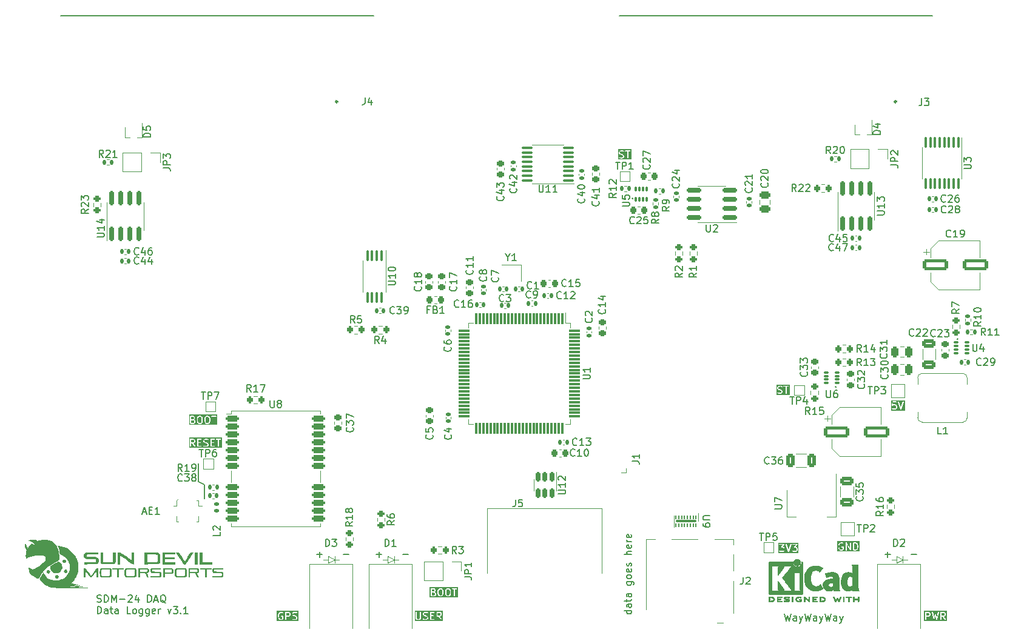
<source format=gbr>
G04 #@! TF.GenerationSoftware,KiCad,Pcbnew,7.0.8*
G04 #@! TF.CreationDate,2024-01-21T01:37:22-07:00*
G04 #@! TF.ProjectId,sdm24logger,73646d32-346c-46f6-9767-65722e6b6963,v3.1*
G04 #@! TF.SameCoordinates,Original*
G04 #@! TF.FileFunction,Legend,Top*
G04 #@! TF.FilePolarity,Positive*
%FSLAX46Y46*%
G04 Gerber Fmt 4.6, Leading zero omitted, Abs format (unit mm)*
G04 Created by KiCad (PCBNEW 7.0.8) date 2024-01-21 01:37:22*
%MOMM*%
%LPD*%
G01*
G04 APERTURE LIST*
G04 Aperture macros list*
%AMRoundRect*
0 Rectangle with rounded corners*
0 $1 Rounding radius*
0 $2 $3 $4 $5 $6 $7 $8 $9 X,Y pos of 4 corners*
0 Add a 4 corners polygon primitive as box body*
4,1,4,$2,$3,$4,$5,$6,$7,$8,$9,$2,$3,0*
0 Add four circle primitives for the rounded corners*
1,1,$1+$1,$2,$3*
1,1,$1+$1,$4,$5*
1,1,$1+$1,$6,$7*
1,1,$1+$1,$8,$9*
0 Add four rect primitives between the rounded corners*
20,1,$1+$1,$2,$3,$4,$5,0*
20,1,$1+$1,$4,$5,$6,$7,0*
20,1,$1+$1,$6,$7,$8,$9,0*
20,1,$1+$1,$8,$9,$2,$3,0*%
G04 Aperture macros list end*
%ADD10C,0.150000*%
%ADD11C,0.120000*%
%ADD12C,0.152400*%
%ADD13C,0.254000*%
%ADD14C,0.010000*%
%ADD15RoundRect,0.140000X0.140000X0.170000X-0.140000X0.170000X-0.140000X-0.170000X0.140000X-0.170000X0*%
%ADD16RoundRect,0.135000X-0.135000X-0.185000X0.135000X-0.185000X0.135000X0.185000X-0.135000X0.185000X0*%
%ADD17RoundRect,0.200000X0.200000X0.275000X-0.200000X0.275000X-0.200000X-0.275000X0.200000X-0.275000X0*%
%ADD18RoundRect,0.140000X-0.140000X-0.170000X0.140000X-0.170000X0.140000X0.170000X-0.140000X0.170000X0*%
%ADD19RoundRect,0.225000X-0.250000X0.225000X-0.250000X-0.225000X0.250000X-0.225000X0.250000X0.225000X0*%
%ADD20RoundRect,0.250000X-1.500000X-0.550000X1.500000X-0.550000X1.500000X0.550000X-1.500000X0.550000X0*%
%ADD21RoundRect,0.200000X-0.200000X-0.275000X0.200000X-0.275000X0.200000X0.275000X-0.200000X0.275000X0*%
%ADD22RoundRect,0.225000X-0.225000X-0.250000X0.225000X-0.250000X0.225000X0.250000X-0.225000X0.250000X0*%
%ADD23RoundRect,0.225000X0.225000X0.250000X-0.225000X0.250000X-0.225000X-0.250000X0.225000X-0.250000X0*%
%ADD24R,1.000000X1.000000*%
%ADD25R,1.700000X1.700000*%
%ADD26O,1.700000X1.700000*%
%ADD27C,2.844800*%
%ADD28C,2.600000*%
%ADD29RoundRect,0.150000X-0.150000X0.512500X-0.150000X-0.512500X0.150000X-0.512500X0.150000X0.512500X0*%
%ADD30C,3.200000*%
%ADD31RoundRect,0.200000X0.275000X-0.200000X0.275000X0.200000X-0.275000X0.200000X-0.275000X-0.200000X0*%
%ADD32RoundRect,0.140000X0.170000X-0.140000X0.170000X0.140000X-0.170000X0.140000X-0.170000X-0.140000X0*%
%ADD33RoundRect,0.050000X-0.050000X0.175000X-0.050000X-0.175000X0.050000X-0.175000X0.050000X0.175000X0*%
%ADD34RoundRect,0.075000X-1.325000X0.075000X-1.325000X-0.075000X1.325000X-0.075000X1.325000X0.075000X0*%
%ADD35RoundRect,0.135000X0.185000X-0.135000X0.185000X0.135000X-0.185000X0.135000X-0.185000X-0.135000X0*%
%ADD36R,2.200000X1.050000*%
%ADD37R,2.950000X3.500000*%
%ADD38RoundRect,0.218750X0.218750X0.256250X-0.218750X0.256250X-0.218750X-0.256250X0.218750X-0.256250X0*%
%ADD39RoundRect,0.225000X0.250000X-0.225000X0.250000X0.225000X-0.250000X0.225000X-0.250000X-0.225000X0*%
%ADD40RoundRect,0.075000X0.075000X-0.260000X0.075000X0.260000X-0.075000X0.260000X-0.075000X-0.260000X0*%
%ADD41RoundRect,0.250000X-0.325000X-0.650000X0.325000X-0.650000X0.325000X0.650000X-0.325000X0.650000X0*%
%ADD42R,0.850000X1.100000*%
%ADD43R,0.750000X1.100000*%
%ADD44R,1.200000X1.000000*%
%ADD45R,1.550000X1.350000*%
%ADD46R,1.900000X1.350000*%
%ADD47R,1.170000X1.800000*%
%ADD48RoundRect,0.075000X-0.075000X0.725000X-0.075000X-0.725000X0.075000X-0.725000X0.075000X0.725000X0*%
%ADD49RoundRect,0.075000X-0.725000X0.075000X-0.725000X-0.075000X0.725000X-0.075000X0.725000X0.075000X0*%
%ADD50RoundRect,0.250000X-0.250000X-0.475000X0.250000X-0.475000X0.250000X0.475000X-0.250000X0.475000X0*%
%ADD51R,0.450000X0.700000*%
%ADD52R,1.500000X1.500000*%
%ADD53RoundRect,0.150000X0.150000X-0.825000X0.150000X0.825000X-0.150000X0.825000X-0.150000X-0.825000X0*%
%ADD54RoundRect,0.135000X-0.185000X0.135000X-0.185000X-0.135000X0.185000X-0.135000X0.185000X0.135000X0*%
%ADD55C,0.990600*%
%ADD56C,0.787400*%
%ADD57RoundRect,0.250000X-0.650000X0.325000X-0.650000X-0.325000X0.650000X-0.325000X0.650000X0.325000X0*%
%ADD58RoundRect,0.200000X-0.275000X0.200000X-0.275000X-0.200000X0.275000X-0.200000X0.275000X0.200000X0*%
%ADD59C,1.524000*%
%ADD60RoundRect,0.150000X0.825000X0.150000X-0.825000X0.150000X-0.825000X-0.150000X0.825000X-0.150000X0*%
%ADD61RoundRect,0.135000X0.135000X0.185000X-0.135000X0.185000X-0.135000X-0.185000X0.135000X-0.185000X0*%
%ADD62RoundRect,0.140000X-0.170000X0.140000X-0.170000X-0.140000X0.170000X-0.140000X0.170000X0.140000X0*%
%ADD63RoundRect,0.147500X0.172500X-0.147500X0.172500X0.147500X-0.172500X0.147500X-0.172500X-0.147500X0*%
%ADD64RoundRect,0.075000X0.260000X0.075000X-0.260000X0.075000X-0.260000X-0.075000X0.260000X-0.075000X0*%
%ADD65C,1.840000*%
%ADD66C,1.600000*%
%ADD67RoundRect,0.200000X-0.700000X-0.200000X0.700000X-0.200000X0.700000X0.200000X-0.700000X0.200000X0*%
%ADD68R,0.900000X0.800000*%
%ADD69RoundRect,0.100000X-0.100000X0.637500X-0.100000X-0.637500X0.100000X-0.637500X0.100000X0.637500X0*%
%ADD70RoundRect,0.075000X-0.260000X-0.075000X0.260000X-0.075000X0.260000X0.075000X-0.260000X0.075000X0*%
%ADD71RoundRect,0.250000X0.475000X-0.250000X0.475000X0.250000X-0.475000X0.250000X-0.475000X-0.250000X0*%
%ADD72RoundRect,0.100000X-0.100000X0.675000X-0.100000X-0.675000X0.100000X-0.675000X0.100000X0.675000X0*%
%ADD73RoundRect,0.100000X0.637500X0.100000X-0.637500X0.100000X-0.637500X-0.100000X0.637500X-0.100000X0*%
%ADD74R,1.500000X2.000000*%
%ADD75R,3.800000X2.000000*%
G04 APERTURE END LIST*
D10*
X83200000Y-136100000D02*
X84100000Y-136500000D01*
X83200000Y-133600000D02*
X83200000Y-136100000D01*
X84100000Y-136500000D02*
X84100000Y-138500000D01*
G36*
X143634449Y-91087676D02*
G01*
X141771303Y-91087676D01*
X141771303Y-90155533D01*
X141914160Y-90155533D01*
X141915693Y-90159746D01*
X141914652Y-90164107D01*
X141922078Y-90189074D01*
X141969697Y-90284312D01*
X141970886Y-90285437D01*
X141983746Y-90303804D01*
X142031365Y-90351423D01*
X142032846Y-90352114D01*
X142050857Y-90365472D01*
X142146095Y-90413091D01*
X142149623Y-90413497D01*
X142161446Y-90418770D01*
X142343936Y-90464392D01*
X142420923Y-90502886D01*
X142451330Y-90533293D01*
X142485588Y-90601809D01*
X142485588Y-90661637D01*
X142451329Y-90730153D01*
X142420922Y-90760561D01*
X142352407Y-90794819D01*
X142144187Y-90794819D01*
X142012877Y-90751049D01*
X141961593Y-90752450D01*
X141923208Y-90786487D01*
X141915683Y-90837236D01*
X141942538Y-90880948D01*
X141965443Y-90893351D01*
X142108299Y-90940970D01*
X142109934Y-90940925D01*
X142132017Y-90944819D01*
X142370112Y-90944819D01*
X142374325Y-90943285D01*
X142378686Y-90944327D01*
X142403653Y-90936901D01*
X142498891Y-90889282D01*
X142500015Y-90888094D01*
X142518384Y-90875232D01*
X142566002Y-90827613D01*
X142566692Y-90826131D01*
X142580051Y-90808121D01*
X142627670Y-90712883D01*
X142628182Y-90708429D01*
X142631065Y-90704994D01*
X142635588Y-90679342D01*
X142635588Y-90584104D01*
X142634054Y-90579890D01*
X142635096Y-90575529D01*
X142627670Y-90550563D01*
X142580051Y-90455325D01*
X142578861Y-90454199D01*
X142566002Y-90435833D01*
X142518383Y-90388214D01*
X142516901Y-90387523D01*
X142498891Y-90374165D01*
X142403653Y-90326546D01*
X142400124Y-90326139D01*
X142388302Y-90320867D01*
X142205812Y-90275244D01*
X142128825Y-90236751D01*
X142098418Y-90206344D01*
X142064160Y-90137828D01*
X142064160Y-90078000D01*
X142098418Y-90009484D01*
X142128825Y-89979077D01*
X142197341Y-89944819D01*
X142405561Y-89944819D01*
X142536870Y-89988589D01*
X142588154Y-89987188D01*
X142626540Y-89953150D01*
X142634065Y-89902402D01*
X142607210Y-89858689D01*
X142603712Y-89856795D01*
X142772442Y-89856795D01*
X142781351Y-89907319D01*
X142820651Y-89940296D01*
X142846303Y-89944819D01*
X143057017Y-89944819D01*
X143057017Y-90869819D01*
X143074564Y-90918028D01*
X143118993Y-90943680D01*
X143169517Y-90934771D01*
X143202494Y-90895471D01*
X143207017Y-90869819D01*
X143207017Y-89944819D01*
X143417731Y-89944819D01*
X143465940Y-89927272D01*
X143491592Y-89882843D01*
X143482683Y-89832319D01*
X143443383Y-89799342D01*
X143417731Y-89794819D01*
X142846303Y-89794819D01*
X142798094Y-89812366D01*
X142772442Y-89856795D01*
X142603712Y-89856795D01*
X142584305Y-89846287D01*
X142441448Y-89798668D01*
X142439813Y-89798712D01*
X142417731Y-89794819D01*
X142179636Y-89794819D01*
X142175422Y-89796352D01*
X142171061Y-89795311D01*
X142146095Y-89802737D01*
X142050857Y-89850356D01*
X142049731Y-89851545D01*
X142031365Y-89864405D01*
X141983746Y-89912024D01*
X141983055Y-89913505D01*
X141969697Y-89931516D01*
X141922078Y-90026754D01*
X141921565Y-90031207D01*
X141918683Y-90034643D01*
X141914160Y-90060295D01*
X141914160Y-90155533D01*
X141771303Y-90155533D01*
X141771303Y-89651962D01*
X143634449Y-89651962D01*
X143634449Y-91087676D01*
G37*
G36*
X185168542Y-154479077D02*
G01*
X185198949Y-154509484D01*
X185233207Y-154578000D01*
X185233207Y-154685447D01*
X185198949Y-154753963D01*
X185168542Y-154784370D01*
X185100026Y-154818628D01*
X184811779Y-154818628D01*
X184811779Y-154444819D01*
X185100026Y-154444819D01*
X185168542Y-154479077D01*
G37*
G36*
X187311399Y-154479077D02*
G01*
X187341806Y-154509484D01*
X187376064Y-154578000D01*
X187376064Y-154685447D01*
X187341806Y-154753963D01*
X187311399Y-154784370D01*
X187242883Y-154818628D01*
X186954636Y-154818628D01*
X186954636Y-154444819D01*
X187242883Y-154444819D01*
X187311399Y-154479077D01*
G37*
G36*
X187668921Y-155587545D02*
G01*
X184518922Y-155587545D01*
X184518922Y-155369819D01*
X184661779Y-155369819D01*
X184679326Y-155418028D01*
X184723755Y-155443680D01*
X184774279Y-155434771D01*
X184807256Y-155395471D01*
X184811779Y-155369819D01*
X184811779Y-154968628D01*
X185117731Y-154968628D01*
X185121944Y-154967094D01*
X185126305Y-154968136D01*
X185151272Y-154960710D01*
X185246510Y-154913091D01*
X185247635Y-154911901D01*
X185266002Y-154899042D01*
X185313621Y-154851423D01*
X185314312Y-154849941D01*
X185327670Y-154831931D01*
X185375289Y-154736693D01*
X185375801Y-154732239D01*
X185378684Y-154728804D01*
X185383207Y-154703152D01*
X185383207Y-154560295D01*
X185381673Y-154556081D01*
X185382715Y-154551720D01*
X185375289Y-154526754D01*
X185327670Y-154431516D01*
X185326480Y-154430390D01*
X185313621Y-154412024D01*
X185266002Y-154364405D01*
X185264520Y-154363714D01*
X185261114Y-154361188D01*
X185567039Y-154361188D01*
X185568581Y-154387191D01*
X185806676Y-155387191D01*
X185811005Y-155393759D01*
X185811701Y-155401597D01*
X185824761Y-155414626D01*
X185834912Y-155430024D01*
X185842450Y-155432272D01*
X185848021Y-155437830D01*
X185866397Y-155439415D01*
X185884074Y-155444688D01*
X185891296Y-155441563D01*
X185899134Y-155442240D01*
X185914230Y-155431642D01*
X185931160Y-155424319D01*
X185934683Y-155417284D01*
X185941124Y-155412764D01*
X185952104Y-155389144D01*
X186070111Y-154946613D01*
X186188120Y-155389144D01*
X186192625Y-155395595D01*
X186193531Y-155403410D01*
X186206936Y-155416083D01*
X186217497Y-155431204D01*
X186225091Y-155433248D01*
X186230810Y-155438655D01*
X186249223Y-155439746D01*
X186267035Y-155444542D01*
X186274171Y-155441224D01*
X186282024Y-155441690D01*
X186296827Y-155430693D01*
X186313558Y-155422916D01*
X186316892Y-155415787D01*
X186323207Y-155411097D01*
X186333548Y-155387191D01*
X186337684Y-155369819D01*
X186804636Y-155369819D01*
X186822183Y-155418028D01*
X186866612Y-155443680D01*
X186917136Y-155434771D01*
X186950113Y-155395471D01*
X186954636Y-155369819D01*
X186954636Y-154968628D01*
X187078682Y-154968628D01*
X187389622Y-155412829D01*
X187431643Y-155442261D01*
X187482751Y-155437797D01*
X187519033Y-155401525D01*
X187523512Y-155350418D01*
X187512507Y-155326810D01*
X187261537Y-154968282D01*
X187264801Y-154967094D01*
X187269162Y-154968136D01*
X187294129Y-154960710D01*
X187389367Y-154913091D01*
X187390492Y-154911901D01*
X187408859Y-154899042D01*
X187456478Y-154851423D01*
X187457169Y-154849941D01*
X187470527Y-154831931D01*
X187518146Y-154736693D01*
X187518658Y-154732239D01*
X187521541Y-154728804D01*
X187526064Y-154703152D01*
X187526064Y-154560295D01*
X187524530Y-154556081D01*
X187525572Y-154551720D01*
X187518146Y-154526754D01*
X187470527Y-154431516D01*
X187469337Y-154430390D01*
X187456478Y-154412024D01*
X187408859Y-154364405D01*
X187407377Y-154363714D01*
X187389367Y-154350356D01*
X187294129Y-154302737D01*
X187289675Y-154302224D01*
X187286240Y-154299342D01*
X187260588Y-154294819D01*
X186879636Y-154294819D01*
X186861327Y-154301482D01*
X186842136Y-154304867D01*
X186837785Y-154310051D01*
X186831427Y-154312366D01*
X186821684Y-154329239D01*
X186809159Y-154344167D01*
X186807441Y-154353909D01*
X186805775Y-154356795D01*
X186806353Y-154360077D01*
X186804636Y-154369819D01*
X186804636Y-155369819D01*
X186337684Y-155369819D01*
X186571644Y-154387191D01*
X186565741Y-154336228D01*
X186528462Y-154300983D01*
X186477248Y-154297948D01*
X186436065Y-154328541D01*
X186425724Y-154352448D01*
X186256471Y-155063303D01*
X186142580Y-154636208D01*
X186138652Y-154630585D01*
X186138047Y-154623755D01*
X186124309Y-154610049D01*
X186113203Y-154594148D01*
X186106584Y-154592365D01*
X186101728Y-154587521D01*
X186082394Y-154585852D01*
X186063665Y-154580810D01*
X186057446Y-154583700D01*
X186050614Y-154583111D01*
X186034734Y-154594258D01*
X186017143Y-154602436D01*
X186014237Y-154608647D01*
X186008624Y-154612588D01*
X185997644Y-154636208D01*
X185883752Y-155063303D01*
X185714501Y-154352447D01*
X185686265Y-154309614D01*
X185637103Y-154294950D01*
X185590017Y-154315319D01*
X185567039Y-154361188D01*
X185261114Y-154361188D01*
X185246510Y-154350356D01*
X185151272Y-154302737D01*
X185146818Y-154302224D01*
X185143383Y-154299342D01*
X185117731Y-154294819D01*
X184736779Y-154294819D01*
X184718470Y-154301482D01*
X184699279Y-154304867D01*
X184694928Y-154310051D01*
X184688570Y-154312366D01*
X184678827Y-154329239D01*
X184666302Y-154344167D01*
X184664584Y-154353909D01*
X184662918Y-154356795D01*
X184663496Y-154360077D01*
X184661779Y-154369819D01*
X184661779Y-155369819D01*
X184518922Y-155369819D01*
X184518922Y-154151962D01*
X187668921Y-154151962D01*
X187668921Y-155587545D01*
G37*
G36*
X181826977Y-126187676D02*
G01*
X179871589Y-126187676D01*
X179871589Y-125439473D01*
X180014446Y-125439473D01*
X180020972Y-125463832D01*
X180027195Y-125488262D01*
X180027595Y-125488549D01*
X180027723Y-125489027D01*
X180048357Y-125503475D01*
X180068851Y-125518208D01*
X180069344Y-125518170D01*
X180069749Y-125518454D01*
X180094852Y-125516257D01*
X180120011Y-125514370D01*
X180120364Y-125514024D01*
X180120856Y-125513982D01*
X180142193Y-125499042D01*
X180181206Y-125460029D01*
X180249722Y-125425771D01*
X180452407Y-125425771D01*
X180520923Y-125460029D01*
X180551330Y-125490436D01*
X180585588Y-125558952D01*
X180585588Y-125761637D01*
X180551329Y-125830153D01*
X180520922Y-125860561D01*
X180452407Y-125894819D01*
X180249722Y-125894819D01*
X180181206Y-125860561D01*
X180142194Y-125821548D01*
X180095697Y-125799866D01*
X180046142Y-125813143D01*
X180016716Y-125855168D01*
X180021186Y-125906275D01*
X180036126Y-125927612D01*
X180083745Y-125975232D01*
X180085226Y-125975922D01*
X180103238Y-125989282D01*
X180198476Y-126036901D01*
X180202929Y-126037413D01*
X180206365Y-126040296D01*
X180232017Y-126044819D01*
X180470112Y-126044819D01*
X180474325Y-126043285D01*
X180478686Y-126044327D01*
X180503653Y-126036901D01*
X180598891Y-125989282D01*
X180600015Y-125988094D01*
X180618384Y-125975232D01*
X180666002Y-125927613D01*
X180666692Y-125926131D01*
X180680051Y-125908121D01*
X180727670Y-125812883D01*
X180728182Y-125808429D01*
X180731065Y-125804994D01*
X180735588Y-125779342D01*
X180735588Y-125541247D01*
X180734054Y-125537033D01*
X180735096Y-125532672D01*
X180727670Y-125507706D01*
X180680051Y-125412468D01*
X180678861Y-125411342D01*
X180666002Y-125392976D01*
X180618383Y-125345357D01*
X180616901Y-125344666D01*
X180598891Y-125331308D01*
X180503653Y-125283689D01*
X180499199Y-125283176D01*
X180495764Y-125280294D01*
X180470112Y-125275771D01*
X180232017Y-125275771D01*
X180227803Y-125277304D01*
X180223442Y-125276263D01*
X180198476Y-125283689D01*
X180179834Y-125293009D01*
X180204653Y-125044819D01*
X180612969Y-125044819D01*
X180661178Y-125027272D01*
X180686830Y-124982843D01*
X180684172Y-124967770D01*
X180871331Y-124967770D01*
X180875152Y-124993536D01*
X181208485Y-125993536D01*
X181209827Y-125995227D01*
X181209886Y-125997386D01*
X181225635Y-126015147D01*
X181240376Y-126033722D01*
X181242489Y-126034154D01*
X181243923Y-126035771D01*
X181267393Y-126039251D01*
X181290637Y-126044008D01*
X181292536Y-126042979D01*
X181294672Y-126043296D01*
X181314885Y-126030877D01*
X181335751Y-126019579D01*
X181336544Y-126017571D01*
X181338384Y-126016441D01*
X181350787Y-125993536D01*
X181684120Y-124993536D01*
X181682719Y-124942253D01*
X181648681Y-124903867D01*
X181597933Y-124896342D01*
X181554220Y-124923197D01*
X181541818Y-124946102D01*
X181279636Y-125732648D01*
X181017454Y-124946102D01*
X180985563Y-124905916D01*
X180935302Y-124895630D01*
X180890188Y-124920059D01*
X180871331Y-124967770D01*
X180684172Y-124967770D01*
X180677921Y-124932319D01*
X180638621Y-124899342D01*
X180612969Y-124894819D01*
X180136779Y-124894819D01*
X180121811Y-124900266D01*
X180105928Y-124901458D01*
X180098421Y-124908780D01*
X180088570Y-124912366D01*
X180080606Y-124926159D01*
X180069204Y-124937282D01*
X180064472Y-124954102D01*
X180062918Y-124956795D01*
X180063225Y-124958537D01*
X180062151Y-124962356D01*
X180014532Y-125438546D01*
X180014654Y-125439026D01*
X180014446Y-125439473D01*
X179871589Y-125439473D01*
X179871589Y-124751962D01*
X181826977Y-124751962D01*
X181826977Y-126187676D01*
G37*
G36*
X95868542Y-154479077D02*
G01*
X95898949Y-154509484D01*
X95933207Y-154578000D01*
X95933207Y-154685447D01*
X95898949Y-154753963D01*
X95868542Y-154784370D01*
X95800026Y-154818628D01*
X95511779Y-154818628D01*
X95511779Y-154444819D01*
X95800026Y-154444819D01*
X95868542Y-154479077D01*
G37*
G36*
X97178445Y-155587676D02*
G01*
X94171303Y-155587676D01*
X94171303Y-154941247D01*
X94314160Y-154941247D01*
X94315345Y-154944504D01*
X94316399Y-154959437D01*
X94364018Y-155149913D01*
X94366006Y-155152857D01*
X94369697Y-155165264D01*
X94417316Y-155260502D01*
X94418502Y-155261625D01*
X94431365Y-155279994D01*
X94526603Y-155375233D01*
X94530667Y-155377128D01*
X94533014Y-155380948D01*
X94555919Y-155393351D01*
X94698775Y-155440970D01*
X94700410Y-155440925D01*
X94722493Y-155444819D01*
X94817731Y-155444819D01*
X94819269Y-155444258D01*
X94841448Y-155440970D01*
X94984305Y-155393351D01*
X94987816Y-155390563D01*
X94992285Y-155390173D01*
X95013622Y-155375232D01*
X95019035Y-155369819D01*
X95361779Y-155369819D01*
X95379326Y-155418028D01*
X95423755Y-155443680D01*
X95474279Y-155434771D01*
X95507256Y-155395471D01*
X95511779Y-155369819D01*
X95511779Y-154968628D01*
X95817731Y-154968628D01*
X95821944Y-154967094D01*
X95826305Y-154968136D01*
X95851272Y-154960710D01*
X95946510Y-154913091D01*
X95947635Y-154911901D01*
X95966002Y-154899042D01*
X96013621Y-154851423D01*
X96014312Y-154849941D01*
X96027670Y-154831931D01*
X96075289Y-154736693D01*
X96075801Y-154732239D01*
X96078684Y-154728804D01*
X96083207Y-154703152D01*
X96083207Y-154655533D01*
X96314160Y-154655533D01*
X96315693Y-154659746D01*
X96314652Y-154664107D01*
X96322078Y-154689074D01*
X96369697Y-154784312D01*
X96370886Y-154785437D01*
X96383746Y-154803804D01*
X96431365Y-154851423D01*
X96432846Y-154852114D01*
X96450857Y-154865472D01*
X96546095Y-154913091D01*
X96549623Y-154913497D01*
X96561446Y-154918770D01*
X96743936Y-154964392D01*
X96820923Y-155002886D01*
X96851330Y-155033293D01*
X96885588Y-155101809D01*
X96885588Y-155161637D01*
X96851329Y-155230153D01*
X96820922Y-155260561D01*
X96752407Y-155294819D01*
X96544187Y-155294819D01*
X96412877Y-155251049D01*
X96361593Y-155252450D01*
X96323208Y-155286487D01*
X96315683Y-155337236D01*
X96342538Y-155380948D01*
X96365443Y-155393351D01*
X96508299Y-155440970D01*
X96509934Y-155440925D01*
X96532017Y-155444819D01*
X96770112Y-155444819D01*
X96774325Y-155443285D01*
X96778686Y-155444327D01*
X96803653Y-155436901D01*
X96898891Y-155389282D01*
X96900015Y-155388094D01*
X96918384Y-155375232D01*
X96966002Y-155327613D01*
X96966692Y-155326131D01*
X96980051Y-155308121D01*
X97027670Y-155212883D01*
X97028182Y-155208429D01*
X97031065Y-155204994D01*
X97035588Y-155179342D01*
X97035588Y-155084104D01*
X97034054Y-155079890D01*
X97035096Y-155075529D01*
X97027670Y-155050563D01*
X96980051Y-154955325D01*
X96978861Y-154954199D01*
X96966002Y-154935833D01*
X96918383Y-154888214D01*
X96916901Y-154887523D01*
X96898891Y-154874165D01*
X96803653Y-154826546D01*
X96800124Y-154826139D01*
X96788302Y-154820867D01*
X96605812Y-154775244D01*
X96528825Y-154736751D01*
X96498418Y-154706344D01*
X96464160Y-154637828D01*
X96464160Y-154578000D01*
X96498418Y-154509484D01*
X96528825Y-154479077D01*
X96597341Y-154444819D01*
X96805561Y-154444819D01*
X96936870Y-154488589D01*
X96988154Y-154487188D01*
X97026540Y-154453150D01*
X97034065Y-154402402D01*
X97007210Y-154358689D01*
X96984305Y-154346287D01*
X96841448Y-154298668D01*
X96839813Y-154298712D01*
X96817731Y-154294819D01*
X96579636Y-154294819D01*
X96575422Y-154296352D01*
X96571061Y-154295311D01*
X96546095Y-154302737D01*
X96450857Y-154350356D01*
X96449731Y-154351545D01*
X96431365Y-154364405D01*
X96383746Y-154412024D01*
X96383055Y-154413505D01*
X96369697Y-154431516D01*
X96322078Y-154526754D01*
X96321565Y-154531207D01*
X96318683Y-154534643D01*
X96314160Y-154560295D01*
X96314160Y-154655533D01*
X96083207Y-154655533D01*
X96083207Y-154560295D01*
X96081673Y-154556081D01*
X96082715Y-154551720D01*
X96075289Y-154526754D01*
X96027670Y-154431516D01*
X96026480Y-154430390D01*
X96013621Y-154412024D01*
X95966002Y-154364405D01*
X95964520Y-154363714D01*
X95946510Y-154350356D01*
X95851272Y-154302737D01*
X95846818Y-154302224D01*
X95843383Y-154299342D01*
X95817731Y-154294819D01*
X95436779Y-154294819D01*
X95418470Y-154301482D01*
X95399279Y-154304867D01*
X95394928Y-154310051D01*
X95388570Y-154312366D01*
X95378827Y-154329239D01*
X95366302Y-154344167D01*
X95364584Y-154353909D01*
X95362918Y-154356795D01*
X95363496Y-154360077D01*
X95361779Y-154369819D01*
X95361779Y-155369819D01*
X95019035Y-155369819D01*
X95061240Y-155327613D01*
X95068158Y-155312775D01*
X95078684Y-155300232D01*
X95081527Y-155284104D01*
X95082921Y-155281116D01*
X95082398Y-155279165D01*
X95083207Y-155274580D01*
X95083207Y-154941247D01*
X95076543Y-154922938D01*
X95073159Y-154903747D01*
X95067974Y-154899396D01*
X95065660Y-154893038D01*
X95048786Y-154883295D01*
X95033859Y-154870770D01*
X95024116Y-154869052D01*
X95021231Y-154867386D01*
X95017948Y-154867964D01*
X95008207Y-154866247D01*
X94817731Y-154866247D01*
X94769522Y-154883794D01*
X94743870Y-154928223D01*
X94752779Y-154978747D01*
X94792079Y-155011724D01*
X94817731Y-155016247D01*
X94933207Y-155016247D01*
X94933207Y-155243514D01*
X94920074Y-155256647D01*
X94805561Y-155294819D01*
X94734663Y-155294819D01*
X94620150Y-155256648D01*
X94546037Y-155182534D01*
X94507543Y-155105547D01*
X94464160Y-154932013D01*
X94464160Y-154807624D01*
X94507543Y-154634090D01*
X94546037Y-154557103D01*
X94620150Y-154482990D01*
X94734663Y-154444819D01*
X94847645Y-154444819D01*
X94927047Y-154484520D01*
X94978013Y-154490385D01*
X95020826Y-154462119D01*
X95035453Y-154412944D01*
X95015050Y-154365873D01*
X94994129Y-154350356D01*
X94898891Y-154302737D01*
X94894437Y-154302224D01*
X94891002Y-154299342D01*
X94865350Y-154294819D01*
X94722493Y-154294819D01*
X94720955Y-154295378D01*
X94698775Y-154298668D01*
X94555919Y-154346287D01*
X94552408Y-154349073D01*
X94547940Y-154349464D01*
X94526603Y-154364405D01*
X94431365Y-154459643D01*
X94430674Y-154461124D01*
X94417316Y-154479135D01*
X94369697Y-154574373D01*
X94369290Y-154577901D01*
X94364018Y-154589724D01*
X94316399Y-154780200D01*
X94316759Y-154783648D01*
X94314160Y-154798390D01*
X94314160Y-154941247D01*
X94171303Y-154941247D01*
X94171303Y-154151962D01*
X97178445Y-154151962D01*
X97178445Y-155587676D01*
G37*
G36*
X175024836Y-144782990D02*
G01*
X175098949Y-144857103D01*
X175137442Y-144934090D01*
X175180826Y-145107624D01*
X175180826Y-145232013D01*
X175137442Y-145405547D01*
X175098948Y-145482534D01*
X175024836Y-145556647D01*
X174910323Y-145594819D01*
X174759398Y-145594819D01*
X174759398Y-144744819D01*
X174910323Y-144744819D01*
X175024836Y-144782990D01*
G37*
G36*
X175473683Y-145887676D02*
G01*
X172371303Y-145887676D01*
X172371303Y-145241247D01*
X172514160Y-145241247D01*
X172515345Y-145244504D01*
X172516399Y-145259437D01*
X172564018Y-145449913D01*
X172566006Y-145452857D01*
X172569697Y-145465264D01*
X172617316Y-145560502D01*
X172618502Y-145561625D01*
X172631365Y-145579994D01*
X172726603Y-145675233D01*
X172730667Y-145677128D01*
X172733014Y-145680948D01*
X172755919Y-145693351D01*
X172898775Y-145740970D01*
X172900410Y-145740925D01*
X172922493Y-145744819D01*
X173017731Y-145744819D01*
X173019269Y-145744258D01*
X173041448Y-145740970D01*
X173184305Y-145693351D01*
X173187816Y-145690563D01*
X173192285Y-145690173D01*
X173213622Y-145675232D01*
X173219035Y-145669819D01*
X173561779Y-145669819D01*
X173579326Y-145718028D01*
X173623755Y-145743680D01*
X173674279Y-145734771D01*
X173707256Y-145695471D01*
X173711779Y-145669819D01*
X173711779Y-144952235D01*
X174143089Y-145707030D01*
X174148382Y-145711511D01*
X174150754Y-145718028D01*
X174167491Y-145727691D01*
X174182242Y-145740181D01*
X174189176Y-145740211D01*
X174195183Y-145743680D01*
X174214216Y-145740323D01*
X174233544Y-145740410D01*
X174238877Y-145735975D01*
X174245707Y-145734771D01*
X174258131Y-145719964D01*
X174272991Y-145707608D01*
X174274225Y-145700784D01*
X174278684Y-145695471D01*
X174283207Y-145669819D01*
X174609398Y-145669819D01*
X174616061Y-145688127D01*
X174619446Y-145707319D01*
X174624630Y-145711669D01*
X174626945Y-145718028D01*
X174643818Y-145727770D01*
X174658746Y-145740296D01*
X174668488Y-145742013D01*
X174671374Y-145743680D01*
X174674656Y-145743101D01*
X174684398Y-145744819D01*
X174922493Y-145744819D01*
X174924031Y-145744258D01*
X174946210Y-145740970D01*
X175089067Y-145693351D01*
X175092579Y-145690563D01*
X175097046Y-145690173D01*
X175118383Y-145675233D01*
X175213622Y-145579993D01*
X175214313Y-145578510D01*
X175227670Y-145560502D01*
X175275289Y-145465264D01*
X175275695Y-145461735D01*
X175280968Y-145449913D01*
X175328587Y-145259437D01*
X175328226Y-145255988D01*
X175330826Y-145241247D01*
X175330826Y-145098390D01*
X175329640Y-145095132D01*
X175328587Y-145080200D01*
X175280968Y-144889724D01*
X175278979Y-144886779D01*
X175275289Y-144874373D01*
X175227670Y-144779135D01*
X175226483Y-144778011D01*
X175213621Y-144759643D01*
X175118383Y-144664405D01*
X175114319Y-144662510D01*
X175111972Y-144658689D01*
X175089067Y-144646287D01*
X174946210Y-144598668D01*
X174944575Y-144598712D01*
X174922493Y-144594819D01*
X174684398Y-144594819D01*
X174666089Y-144601482D01*
X174646898Y-144604867D01*
X174642547Y-144610051D01*
X174636189Y-144612366D01*
X174626446Y-144629239D01*
X174613921Y-144644167D01*
X174612203Y-144653909D01*
X174610537Y-144656795D01*
X174611115Y-144660077D01*
X174609398Y-144669819D01*
X174609398Y-145669819D01*
X174283207Y-145669819D01*
X174283207Y-144669819D01*
X174265660Y-144621610D01*
X174221231Y-144595958D01*
X174170707Y-144604867D01*
X174137730Y-144644167D01*
X174133207Y-144669819D01*
X174133207Y-145387402D01*
X173701897Y-144632609D01*
X173696604Y-144628127D01*
X173694232Y-144621610D01*
X173677492Y-144611945D01*
X173662744Y-144599457D01*
X173655809Y-144599426D01*
X173649803Y-144595958D01*
X173630769Y-144599314D01*
X173611442Y-144599228D01*
X173606108Y-144603662D01*
X173599279Y-144604867D01*
X173586854Y-144619673D01*
X173571995Y-144632030D01*
X173570760Y-144638853D01*
X173566302Y-144644167D01*
X173561779Y-144669819D01*
X173561779Y-145669819D01*
X173219035Y-145669819D01*
X173261240Y-145627613D01*
X173268158Y-145612775D01*
X173278684Y-145600232D01*
X173281527Y-145584104D01*
X173282921Y-145581116D01*
X173282398Y-145579165D01*
X173283207Y-145574580D01*
X173283207Y-145241247D01*
X173276543Y-145222938D01*
X173273159Y-145203747D01*
X173267974Y-145199396D01*
X173265660Y-145193038D01*
X173248786Y-145183295D01*
X173233859Y-145170770D01*
X173224116Y-145169052D01*
X173221231Y-145167386D01*
X173217948Y-145167964D01*
X173208207Y-145166247D01*
X173017731Y-145166247D01*
X172969522Y-145183794D01*
X172943870Y-145228223D01*
X172952779Y-145278747D01*
X172992079Y-145311724D01*
X173017731Y-145316247D01*
X173133207Y-145316247D01*
X173133207Y-145543514D01*
X173120074Y-145556647D01*
X173005561Y-145594819D01*
X172934663Y-145594819D01*
X172820150Y-145556648D01*
X172746037Y-145482534D01*
X172707543Y-145405547D01*
X172664160Y-145232013D01*
X172664160Y-145107624D01*
X172707543Y-144934090D01*
X172746037Y-144857103D01*
X172820150Y-144782990D01*
X172934663Y-144744819D01*
X173047645Y-144744819D01*
X173127047Y-144784520D01*
X173178013Y-144790385D01*
X173220826Y-144762119D01*
X173235453Y-144712944D01*
X173215050Y-144665873D01*
X173194129Y-144650356D01*
X173098891Y-144602737D01*
X173094437Y-144602224D01*
X173091002Y-144599342D01*
X173065350Y-144594819D01*
X172922493Y-144594819D01*
X172920955Y-144595378D01*
X172898775Y-144598668D01*
X172755919Y-144646287D01*
X172752408Y-144649073D01*
X172747940Y-144649464D01*
X172726603Y-144664405D01*
X172631365Y-144759643D01*
X172630674Y-144761124D01*
X172617316Y-144779135D01*
X172569697Y-144874373D01*
X172569290Y-144877901D01*
X172564018Y-144889724D01*
X172516399Y-145080200D01*
X172516759Y-145083648D01*
X172514160Y-145098390D01*
X172514160Y-145241247D01*
X172371303Y-145241247D01*
X172371303Y-144451962D01*
X175473683Y-144451962D01*
X175473683Y-145887676D01*
G37*
G36*
X165734449Y-123987676D02*
G01*
X163871303Y-123987676D01*
X163871303Y-123055533D01*
X164014160Y-123055533D01*
X164015693Y-123059746D01*
X164014652Y-123064107D01*
X164022078Y-123089074D01*
X164069697Y-123184312D01*
X164070886Y-123185437D01*
X164083746Y-123203804D01*
X164131365Y-123251423D01*
X164132846Y-123252114D01*
X164150857Y-123265472D01*
X164246095Y-123313091D01*
X164249623Y-123313497D01*
X164261446Y-123318770D01*
X164443936Y-123364392D01*
X164520923Y-123402886D01*
X164551330Y-123433293D01*
X164585588Y-123501809D01*
X164585588Y-123561637D01*
X164551329Y-123630153D01*
X164520922Y-123660561D01*
X164452407Y-123694819D01*
X164244187Y-123694819D01*
X164112877Y-123651049D01*
X164061593Y-123652450D01*
X164023208Y-123686487D01*
X164015683Y-123737236D01*
X164042538Y-123780948D01*
X164065443Y-123793351D01*
X164208299Y-123840970D01*
X164209934Y-123840925D01*
X164232017Y-123844819D01*
X164470112Y-123844819D01*
X164474325Y-123843285D01*
X164478686Y-123844327D01*
X164503653Y-123836901D01*
X164598891Y-123789282D01*
X164600015Y-123788094D01*
X164618384Y-123775232D01*
X164666002Y-123727613D01*
X164666692Y-123726131D01*
X164680051Y-123708121D01*
X164727670Y-123612883D01*
X164728182Y-123608429D01*
X164731065Y-123604994D01*
X164735588Y-123579342D01*
X164735588Y-123484104D01*
X164734054Y-123479890D01*
X164735096Y-123475529D01*
X164727670Y-123450563D01*
X164680051Y-123355325D01*
X164678861Y-123354199D01*
X164666002Y-123335833D01*
X164618383Y-123288214D01*
X164616901Y-123287523D01*
X164598891Y-123274165D01*
X164503653Y-123226546D01*
X164500124Y-123226139D01*
X164488302Y-123220867D01*
X164305812Y-123175244D01*
X164228825Y-123136751D01*
X164198418Y-123106344D01*
X164164160Y-123037828D01*
X164164160Y-122978000D01*
X164198418Y-122909484D01*
X164228825Y-122879077D01*
X164297341Y-122844819D01*
X164505561Y-122844819D01*
X164636870Y-122888589D01*
X164688154Y-122887188D01*
X164726540Y-122853150D01*
X164734065Y-122802402D01*
X164707210Y-122758689D01*
X164703712Y-122756795D01*
X164872442Y-122756795D01*
X164881351Y-122807319D01*
X164920651Y-122840296D01*
X164946303Y-122844819D01*
X165157017Y-122844819D01*
X165157017Y-123769819D01*
X165174564Y-123818028D01*
X165218993Y-123843680D01*
X165269517Y-123834771D01*
X165302494Y-123795471D01*
X165307017Y-123769819D01*
X165307017Y-122844819D01*
X165517731Y-122844819D01*
X165565940Y-122827272D01*
X165591592Y-122782843D01*
X165582683Y-122732319D01*
X165543383Y-122699342D01*
X165517731Y-122694819D01*
X164946303Y-122694819D01*
X164898094Y-122712366D01*
X164872442Y-122756795D01*
X164703712Y-122756795D01*
X164684305Y-122746287D01*
X164541448Y-122698668D01*
X164539813Y-122698712D01*
X164517731Y-122694819D01*
X164279636Y-122694819D01*
X164275422Y-122696352D01*
X164271061Y-122695311D01*
X164246095Y-122702737D01*
X164150857Y-122750356D01*
X164149731Y-122751545D01*
X164131365Y-122764405D01*
X164083746Y-122812024D01*
X164083055Y-122813505D01*
X164069697Y-122831516D01*
X164022078Y-122926754D01*
X164021565Y-122931207D01*
X164018683Y-122934643D01*
X164014160Y-122960295D01*
X164014160Y-123055533D01*
X163871303Y-123055533D01*
X163871303Y-122551962D01*
X165734449Y-122551962D01*
X165734449Y-123987676D01*
G37*
X69089160Y-152912200D02*
X69232017Y-152959819D01*
X69232017Y-152959819D02*
X69470112Y-152959819D01*
X69470112Y-152959819D02*
X69565350Y-152912200D01*
X69565350Y-152912200D02*
X69612969Y-152864580D01*
X69612969Y-152864580D02*
X69660588Y-152769342D01*
X69660588Y-152769342D02*
X69660588Y-152674104D01*
X69660588Y-152674104D02*
X69612969Y-152578866D01*
X69612969Y-152578866D02*
X69565350Y-152531247D01*
X69565350Y-152531247D02*
X69470112Y-152483628D01*
X69470112Y-152483628D02*
X69279636Y-152436009D01*
X69279636Y-152436009D02*
X69184398Y-152388390D01*
X69184398Y-152388390D02*
X69136779Y-152340771D01*
X69136779Y-152340771D02*
X69089160Y-152245533D01*
X69089160Y-152245533D02*
X69089160Y-152150295D01*
X69089160Y-152150295D02*
X69136779Y-152055057D01*
X69136779Y-152055057D02*
X69184398Y-152007438D01*
X69184398Y-152007438D02*
X69279636Y-151959819D01*
X69279636Y-151959819D02*
X69517731Y-151959819D01*
X69517731Y-151959819D02*
X69660588Y-152007438D01*
X70089160Y-152959819D02*
X70089160Y-151959819D01*
X70089160Y-151959819D02*
X70327255Y-151959819D01*
X70327255Y-151959819D02*
X70470112Y-152007438D01*
X70470112Y-152007438D02*
X70565350Y-152102676D01*
X70565350Y-152102676D02*
X70612969Y-152197914D01*
X70612969Y-152197914D02*
X70660588Y-152388390D01*
X70660588Y-152388390D02*
X70660588Y-152531247D01*
X70660588Y-152531247D02*
X70612969Y-152721723D01*
X70612969Y-152721723D02*
X70565350Y-152816961D01*
X70565350Y-152816961D02*
X70470112Y-152912200D01*
X70470112Y-152912200D02*
X70327255Y-152959819D01*
X70327255Y-152959819D02*
X70089160Y-152959819D01*
X71089160Y-152959819D02*
X71089160Y-151959819D01*
X71089160Y-151959819D02*
X71422493Y-152674104D01*
X71422493Y-152674104D02*
X71755826Y-151959819D01*
X71755826Y-151959819D02*
X71755826Y-152959819D01*
X72232017Y-152578866D02*
X72993922Y-152578866D01*
X73422493Y-152055057D02*
X73470112Y-152007438D01*
X73470112Y-152007438D02*
X73565350Y-151959819D01*
X73565350Y-151959819D02*
X73803445Y-151959819D01*
X73803445Y-151959819D02*
X73898683Y-152007438D01*
X73898683Y-152007438D02*
X73946302Y-152055057D01*
X73946302Y-152055057D02*
X73993921Y-152150295D01*
X73993921Y-152150295D02*
X73993921Y-152245533D01*
X73993921Y-152245533D02*
X73946302Y-152388390D01*
X73946302Y-152388390D02*
X73374874Y-152959819D01*
X73374874Y-152959819D02*
X73993921Y-152959819D01*
X74851064Y-152293152D02*
X74851064Y-152959819D01*
X74612969Y-151912200D02*
X74374874Y-152626485D01*
X74374874Y-152626485D02*
X74993921Y-152626485D01*
X76136779Y-152959819D02*
X76136779Y-151959819D01*
X76136779Y-151959819D02*
X76374874Y-151959819D01*
X76374874Y-151959819D02*
X76517731Y-152007438D01*
X76517731Y-152007438D02*
X76612969Y-152102676D01*
X76612969Y-152102676D02*
X76660588Y-152197914D01*
X76660588Y-152197914D02*
X76708207Y-152388390D01*
X76708207Y-152388390D02*
X76708207Y-152531247D01*
X76708207Y-152531247D02*
X76660588Y-152721723D01*
X76660588Y-152721723D02*
X76612969Y-152816961D01*
X76612969Y-152816961D02*
X76517731Y-152912200D01*
X76517731Y-152912200D02*
X76374874Y-152959819D01*
X76374874Y-152959819D02*
X76136779Y-152959819D01*
X77089160Y-152674104D02*
X77565350Y-152674104D01*
X76993922Y-152959819D02*
X77327255Y-151959819D01*
X77327255Y-151959819D02*
X77660588Y-152959819D01*
X78660588Y-153055057D02*
X78565350Y-153007438D01*
X78565350Y-153007438D02*
X78470112Y-152912200D01*
X78470112Y-152912200D02*
X78327255Y-152769342D01*
X78327255Y-152769342D02*
X78232017Y-152721723D01*
X78232017Y-152721723D02*
X78136779Y-152721723D01*
X78184398Y-152959819D02*
X78089160Y-152912200D01*
X78089160Y-152912200D02*
X77993922Y-152816961D01*
X77993922Y-152816961D02*
X77946303Y-152626485D01*
X77946303Y-152626485D02*
X77946303Y-152293152D01*
X77946303Y-152293152D02*
X77993922Y-152102676D01*
X77993922Y-152102676D02*
X78089160Y-152007438D01*
X78089160Y-152007438D02*
X78184398Y-151959819D01*
X78184398Y-151959819D02*
X78374874Y-151959819D01*
X78374874Y-151959819D02*
X78470112Y-152007438D01*
X78470112Y-152007438D02*
X78565350Y-152102676D01*
X78565350Y-152102676D02*
X78612969Y-152293152D01*
X78612969Y-152293152D02*
X78612969Y-152626485D01*
X78612969Y-152626485D02*
X78565350Y-152816961D01*
X78565350Y-152816961D02*
X78470112Y-152912200D01*
X78470112Y-152912200D02*
X78374874Y-152959819D01*
X78374874Y-152959819D02*
X78184398Y-152959819D01*
X69136779Y-154569819D02*
X69136779Y-153569819D01*
X69136779Y-153569819D02*
X69374874Y-153569819D01*
X69374874Y-153569819D02*
X69517731Y-153617438D01*
X69517731Y-153617438D02*
X69612969Y-153712676D01*
X69612969Y-153712676D02*
X69660588Y-153807914D01*
X69660588Y-153807914D02*
X69708207Y-153998390D01*
X69708207Y-153998390D02*
X69708207Y-154141247D01*
X69708207Y-154141247D02*
X69660588Y-154331723D01*
X69660588Y-154331723D02*
X69612969Y-154426961D01*
X69612969Y-154426961D02*
X69517731Y-154522200D01*
X69517731Y-154522200D02*
X69374874Y-154569819D01*
X69374874Y-154569819D02*
X69136779Y-154569819D01*
X70565350Y-154569819D02*
X70565350Y-154046009D01*
X70565350Y-154046009D02*
X70517731Y-153950771D01*
X70517731Y-153950771D02*
X70422493Y-153903152D01*
X70422493Y-153903152D02*
X70232017Y-153903152D01*
X70232017Y-153903152D02*
X70136779Y-153950771D01*
X70565350Y-154522200D02*
X70470112Y-154569819D01*
X70470112Y-154569819D02*
X70232017Y-154569819D01*
X70232017Y-154569819D02*
X70136779Y-154522200D01*
X70136779Y-154522200D02*
X70089160Y-154426961D01*
X70089160Y-154426961D02*
X70089160Y-154331723D01*
X70089160Y-154331723D02*
X70136779Y-154236485D01*
X70136779Y-154236485D02*
X70232017Y-154188866D01*
X70232017Y-154188866D02*
X70470112Y-154188866D01*
X70470112Y-154188866D02*
X70565350Y-154141247D01*
X70898684Y-153903152D02*
X71279636Y-153903152D01*
X71041541Y-153569819D02*
X71041541Y-154426961D01*
X71041541Y-154426961D02*
X71089160Y-154522200D01*
X71089160Y-154522200D02*
X71184398Y-154569819D01*
X71184398Y-154569819D02*
X71279636Y-154569819D01*
X72041541Y-154569819D02*
X72041541Y-154046009D01*
X72041541Y-154046009D02*
X71993922Y-153950771D01*
X71993922Y-153950771D02*
X71898684Y-153903152D01*
X71898684Y-153903152D02*
X71708208Y-153903152D01*
X71708208Y-153903152D02*
X71612970Y-153950771D01*
X72041541Y-154522200D02*
X71946303Y-154569819D01*
X71946303Y-154569819D02*
X71708208Y-154569819D01*
X71708208Y-154569819D02*
X71612970Y-154522200D01*
X71612970Y-154522200D02*
X71565351Y-154426961D01*
X71565351Y-154426961D02*
X71565351Y-154331723D01*
X71565351Y-154331723D02*
X71612970Y-154236485D01*
X71612970Y-154236485D02*
X71708208Y-154188866D01*
X71708208Y-154188866D02*
X71946303Y-154188866D01*
X71946303Y-154188866D02*
X72041541Y-154141247D01*
X73755827Y-154569819D02*
X73279637Y-154569819D01*
X73279637Y-154569819D02*
X73279637Y-153569819D01*
X74232018Y-154569819D02*
X74136780Y-154522200D01*
X74136780Y-154522200D02*
X74089161Y-154474580D01*
X74089161Y-154474580D02*
X74041542Y-154379342D01*
X74041542Y-154379342D02*
X74041542Y-154093628D01*
X74041542Y-154093628D02*
X74089161Y-153998390D01*
X74089161Y-153998390D02*
X74136780Y-153950771D01*
X74136780Y-153950771D02*
X74232018Y-153903152D01*
X74232018Y-153903152D02*
X74374875Y-153903152D01*
X74374875Y-153903152D02*
X74470113Y-153950771D01*
X74470113Y-153950771D02*
X74517732Y-153998390D01*
X74517732Y-153998390D02*
X74565351Y-154093628D01*
X74565351Y-154093628D02*
X74565351Y-154379342D01*
X74565351Y-154379342D02*
X74517732Y-154474580D01*
X74517732Y-154474580D02*
X74470113Y-154522200D01*
X74470113Y-154522200D02*
X74374875Y-154569819D01*
X74374875Y-154569819D02*
X74232018Y-154569819D01*
X75422494Y-153903152D02*
X75422494Y-154712676D01*
X75422494Y-154712676D02*
X75374875Y-154807914D01*
X75374875Y-154807914D02*
X75327256Y-154855533D01*
X75327256Y-154855533D02*
X75232018Y-154903152D01*
X75232018Y-154903152D02*
X75089161Y-154903152D01*
X75089161Y-154903152D02*
X74993923Y-154855533D01*
X75422494Y-154522200D02*
X75327256Y-154569819D01*
X75327256Y-154569819D02*
X75136780Y-154569819D01*
X75136780Y-154569819D02*
X75041542Y-154522200D01*
X75041542Y-154522200D02*
X74993923Y-154474580D01*
X74993923Y-154474580D02*
X74946304Y-154379342D01*
X74946304Y-154379342D02*
X74946304Y-154093628D01*
X74946304Y-154093628D02*
X74993923Y-153998390D01*
X74993923Y-153998390D02*
X75041542Y-153950771D01*
X75041542Y-153950771D02*
X75136780Y-153903152D01*
X75136780Y-153903152D02*
X75327256Y-153903152D01*
X75327256Y-153903152D02*
X75422494Y-153950771D01*
X76327256Y-153903152D02*
X76327256Y-154712676D01*
X76327256Y-154712676D02*
X76279637Y-154807914D01*
X76279637Y-154807914D02*
X76232018Y-154855533D01*
X76232018Y-154855533D02*
X76136780Y-154903152D01*
X76136780Y-154903152D02*
X75993923Y-154903152D01*
X75993923Y-154903152D02*
X75898685Y-154855533D01*
X76327256Y-154522200D02*
X76232018Y-154569819D01*
X76232018Y-154569819D02*
X76041542Y-154569819D01*
X76041542Y-154569819D02*
X75946304Y-154522200D01*
X75946304Y-154522200D02*
X75898685Y-154474580D01*
X75898685Y-154474580D02*
X75851066Y-154379342D01*
X75851066Y-154379342D02*
X75851066Y-154093628D01*
X75851066Y-154093628D02*
X75898685Y-153998390D01*
X75898685Y-153998390D02*
X75946304Y-153950771D01*
X75946304Y-153950771D02*
X76041542Y-153903152D01*
X76041542Y-153903152D02*
X76232018Y-153903152D01*
X76232018Y-153903152D02*
X76327256Y-153950771D01*
X77184399Y-154522200D02*
X77089161Y-154569819D01*
X77089161Y-154569819D02*
X76898685Y-154569819D01*
X76898685Y-154569819D02*
X76803447Y-154522200D01*
X76803447Y-154522200D02*
X76755828Y-154426961D01*
X76755828Y-154426961D02*
X76755828Y-154046009D01*
X76755828Y-154046009D02*
X76803447Y-153950771D01*
X76803447Y-153950771D02*
X76898685Y-153903152D01*
X76898685Y-153903152D02*
X77089161Y-153903152D01*
X77089161Y-153903152D02*
X77184399Y-153950771D01*
X77184399Y-153950771D02*
X77232018Y-154046009D01*
X77232018Y-154046009D02*
X77232018Y-154141247D01*
X77232018Y-154141247D02*
X76755828Y-154236485D01*
X77660590Y-154569819D02*
X77660590Y-153903152D01*
X77660590Y-154093628D02*
X77708209Y-153998390D01*
X77708209Y-153998390D02*
X77755828Y-153950771D01*
X77755828Y-153950771D02*
X77851066Y-153903152D01*
X77851066Y-153903152D02*
X77946304Y-153903152D01*
X78946305Y-153903152D02*
X79184400Y-154569819D01*
X79184400Y-154569819D02*
X79422495Y-153903152D01*
X79708210Y-153569819D02*
X80327257Y-153569819D01*
X80327257Y-153569819D02*
X79993924Y-153950771D01*
X79993924Y-153950771D02*
X80136781Y-153950771D01*
X80136781Y-153950771D02*
X80232019Y-153998390D01*
X80232019Y-153998390D02*
X80279638Y-154046009D01*
X80279638Y-154046009D02*
X80327257Y-154141247D01*
X80327257Y-154141247D02*
X80327257Y-154379342D01*
X80327257Y-154379342D02*
X80279638Y-154474580D01*
X80279638Y-154474580D02*
X80232019Y-154522200D01*
X80232019Y-154522200D02*
X80136781Y-154569819D01*
X80136781Y-154569819D02*
X79851067Y-154569819D01*
X79851067Y-154569819D02*
X79755829Y-154522200D01*
X79755829Y-154522200D02*
X79708210Y-154474580D01*
X80755829Y-154474580D02*
X80803448Y-154522200D01*
X80803448Y-154522200D02*
X80755829Y-154569819D01*
X80755829Y-154569819D02*
X80708210Y-154522200D01*
X80708210Y-154522200D02*
X80755829Y-154474580D01*
X80755829Y-154474580D02*
X80755829Y-154569819D01*
X81755828Y-154569819D02*
X81184400Y-154569819D01*
X81470114Y-154569819D02*
X81470114Y-153569819D01*
X81470114Y-153569819D02*
X81374876Y-153712676D01*
X81374876Y-153712676D02*
X81279638Y-153807914D01*
X81279638Y-153807914D02*
X81184400Y-153855533D01*
X165041541Y-154569819D02*
X165279636Y-155569819D01*
X165279636Y-155569819D02*
X165470112Y-154855533D01*
X165470112Y-154855533D02*
X165660588Y-155569819D01*
X165660588Y-155569819D02*
X165898684Y-154569819D01*
X166708207Y-155569819D02*
X166708207Y-155046009D01*
X166708207Y-155046009D02*
X166660588Y-154950771D01*
X166660588Y-154950771D02*
X166565350Y-154903152D01*
X166565350Y-154903152D02*
X166374874Y-154903152D01*
X166374874Y-154903152D02*
X166279636Y-154950771D01*
X166708207Y-155522200D02*
X166612969Y-155569819D01*
X166612969Y-155569819D02*
X166374874Y-155569819D01*
X166374874Y-155569819D02*
X166279636Y-155522200D01*
X166279636Y-155522200D02*
X166232017Y-155426961D01*
X166232017Y-155426961D02*
X166232017Y-155331723D01*
X166232017Y-155331723D02*
X166279636Y-155236485D01*
X166279636Y-155236485D02*
X166374874Y-155188866D01*
X166374874Y-155188866D02*
X166612969Y-155188866D01*
X166612969Y-155188866D02*
X166708207Y-155141247D01*
X167089160Y-154903152D02*
X167327255Y-155569819D01*
X167565350Y-154903152D02*
X167327255Y-155569819D01*
X167327255Y-155569819D02*
X167232017Y-155807914D01*
X167232017Y-155807914D02*
X167184398Y-155855533D01*
X167184398Y-155855533D02*
X167089160Y-155903152D01*
X167851065Y-154569819D02*
X168089160Y-155569819D01*
X168089160Y-155569819D02*
X168279636Y-154855533D01*
X168279636Y-154855533D02*
X168470112Y-155569819D01*
X168470112Y-155569819D02*
X168708208Y-154569819D01*
X169517731Y-155569819D02*
X169517731Y-155046009D01*
X169517731Y-155046009D02*
X169470112Y-154950771D01*
X169470112Y-154950771D02*
X169374874Y-154903152D01*
X169374874Y-154903152D02*
X169184398Y-154903152D01*
X169184398Y-154903152D02*
X169089160Y-154950771D01*
X169517731Y-155522200D02*
X169422493Y-155569819D01*
X169422493Y-155569819D02*
X169184398Y-155569819D01*
X169184398Y-155569819D02*
X169089160Y-155522200D01*
X169089160Y-155522200D02*
X169041541Y-155426961D01*
X169041541Y-155426961D02*
X169041541Y-155331723D01*
X169041541Y-155331723D02*
X169089160Y-155236485D01*
X169089160Y-155236485D02*
X169184398Y-155188866D01*
X169184398Y-155188866D02*
X169422493Y-155188866D01*
X169422493Y-155188866D02*
X169517731Y-155141247D01*
X169898684Y-154903152D02*
X170136779Y-155569819D01*
X170374874Y-154903152D02*
X170136779Y-155569819D01*
X170136779Y-155569819D02*
X170041541Y-155807914D01*
X170041541Y-155807914D02*
X169993922Y-155855533D01*
X169993922Y-155855533D02*
X169898684Y-155903152D01*
X170660589Y-154569819D02*
X170898684Y-155569819D01*
X170898684Y-155569819D02*
X171089160Y-154855533D01*
X171089160Y-154855533D02*
X171279636Y-155569819D01*
X171279636Y-155569819D02*
X171517732Y-154569819D01*
X172327255Y-155569819D02*
X172327255Y-155046009D01*
X172327255Y-155046009D02*
X172279636Y-154950771D01*
X172279636Y-154950771D02*
X172184398Y-154903152D01*
X172184398Y-154903152D02*
X171993922Y-154903152D01*
X171993922Y-154903152D02*
X171898684Y-154950771D01*
X172327255Y-155522200D02*
X172232017Y-155569819D01*
X172232017Y-155569819D02*
X171993922Y-155569819D01*
X171993922Y-155569819D02*
X171898684Y-155522200D01*
X171898684Y-155522200D02*
X171851065Y-155426961D01*
X171851065Y-155426961D02*
X171851065Y-155331723D01*
X171851065Y-155331723D02*
X171898684Y-155236485D01*
X171898684Y-155236485D02*
X171993922Y-155188866D01*
X171993922Y-155188866D02*
X172232017Y-155188866D01*
X172232017Y-155188866D02*
X172327255Y-155141247D01*
X172708208Y-154903152D02*
X172946303Y-155569819D01*
X173184398Y-154903152D02*
X172946303Y-155569819D01*
X172946303Y-155569819D02*
X172851065Y-155807914D01*
X172851065Y-155807914D02*
X172803446Y-155855533D01*
X172803446Y-155855533D02*
X172708208Y-155903152D01*
G36*
X166987969Y-146087676D02*
G01*
X164124823Y-146087676D01*
X164124823Y-144856795D01*
X164267680Y-144856795D01*
X164276589Y-144907319D01*
X164315889Y-144940296D01*
X164341541Y-144944819D01*
X164795306Y-144944819D01*
X164570812Y-145201383D01*
X164563505Y-145220234D01*
X164553394Y-145237747D01*
X164554433Y-145243640D01*
X164552271Y-145249219D01*
X164558791Y-145268358D01*
X164562303Y-145288271D01*
X164566886Y-145292116D01*
X164568816Y-145297781D01*
X164586114Y-145308251D01*
X164601603Y-145321248D01*
X164610046Y-145322736D01*
X164612705Y-145324346D01*
X164616146Y-145323812D01*
X164627255Y-145325771D01*
X164752407Y-145325771D01*
X164820923Y-145360029D01*
X164851330Y-145390436D01*
X164885588Y-145458952D01*
X164885588Y-145661637D01*
X164851329Y-145730153D01*
X164820922Y-145760561D01*
X164752407Y-145794819D01*
X164502103Y-145794819D01*
X164433587Y-145760561D01*
X164394575Y-145721548D01*
X164348078Y-145699866D01*
X164298523Y-145713143D01*
X164269097Y-145755168D01*
X164273567Y-145806275D01*
X164288507Y-145827612D01*
X164336126Y-145875232D01*
X164337607Y-145875922D01*
X164355619Y-145889282D01*
X164450857Y-145936901D01*
X164455310Y-145937413D01*
X164458746Y-145940296D01*
X164484398Y-145944819D01*
X164770112Y-145944819D01*
X164774325Y-145943285D01*
X164778686Y-145944327D01*
X164803653Y-145936901D01*
X164898891Y-145889282D01*
X164900015Y-145888094D01*
X164918384Y-145875232D01*
X164966002Y-145827613D01*
X164966692Y-145826131D01*
X164980051Y-145808121D01*
X165027670Y-145712883D01*
X165028182Y-145708429D01*
X165031065Y-145704994D01*
X165035588Y-145679342D01*
X165035588Y-145441247D01*
X165034054Y-145437033D01*
X165035096Y-145432672D01*
X165027670Y-145407706D01*
X164980051Y-145312468D01*
X164978861Y-145311342D01*
X164966002Y-145292976D01*
X164918383Y-145245357D01*
X164916901Y-145244666D01*
X164898891Y-145231308D01*
X164803653Y-145183689D01*
X164799199Y-145183176D01*
X164795764Y-145180294D01*
X164789540Y-145179196D01*
X165017031Y-144919207D01*
X165024337Y-144900355D01*
X165034449Y-144882843D01*
X165033409Y-144876949D01*
X165035572Y-144871371D01*
X165034345Y-144867770D01*
X165171331Y-144867770D01*
X165175152Y-144893536D01*
X165508485Y-145893536D01*
X165509827Y-145895227D01*
X165509886Y-145897386D01*
X165525635Y-145915147D01*
X165540376Y-145933722D01*
X165542489Y-145934154D01*
X165543923Y-145935771D01*
X165567393Y-145939251D01*
X165590637Y-145944008D01*
X165592536Y-145942979D01*
X165594672Y-145943296D01*
X165614885Y-145930877D01*
X165635751Y-145919579D01*
X165636544Y-145917571D01*
X165638384Y-145916441D01*
X165650787Y-145893536D01*
X165984120Y-144893536D01*
X165983116Y-144856795D01*
X166077204Y-144856795D01*
X166086113Y-144907319D01*
X166125413Y-144940296D01*
X166151065Y-144944819D01*
X166604830Y-144944819D01*
X166380336Y-145201383D01*
X166373029Y-145220234D01*
X166362918Y-145237747D01*
X166363957Y-145243640D01*
X166361795Y-145249219D01*
X166368315Y-145268358D01*
X166371827Y-145288271D01*
X166376410Y-145292116D01*
X166378340Y-145297781D01*
X166395638Y-145308251D01*
X166411127Y-145321248D01*
X166419570Y-145322736D01*
X166422229Y-145324346D01*
X166425670Y-145323812D01*
X166436779Y-145325771D01*
X166561931Y-145325771D01*
X166630447Y-145360029D01*
X166660854Y-145390436D01*
X166695112Y-145458952D01*
X166695112Y-145661637D01*
X166660853Y-145730153D01*
X166630446Y-145760561D01*
X166561931Y-145794819D01*
X166311627Y-145794819D01*
X166243111Y-145760561D01*
X166204099Y-145721548D01*
X166157602Y-145699866D01*
X166108047Y-145713143D01*
X166078621Y-145755168D01*
X166083091Y-145806275D01*
X166098031Y-145827612D01*
X166145650Y-145875232D01*
X166147131Y-145875922D01*
X166165143Y-145889282D01*
X166260381Y-145936901D01*
X166264834Y-145937413D01*
X166268270Y-145940296D01*
X166293922Y-145944819D01*
X166579636Y-145944819D01*
X166583849Y-145943285D01*
X166588210Y-145944327D01*
X166613177Y-145936901D01*
X166708415Y-145889282D01*
X166709539Y-145888094D01*
X166727908Y-145875232D01*
X166775526Y-145827613D01*
X166776216Y-145826131D01*
X166789575Y-145808121D01*
X166837194Y-145712883D01*
X166837706Y-145708429D01*
X166840589Y-145704994D01*
X166845112Y-145679342D01*
X166845112Y-145441247D01*
X166843578Y-145437033D01*
X166844620Y-145432672D01*
X166837194Y-145407706D01*
X166789575Y-145312468D01*
X166788385Y-145311342D01*
X166775526Y-145292976D01*
X166727907Y-145245357D01*
X166726425Y-145244666D01*
X166708415Y-145231308D01*
X166613177Y-145183689D01*
X166608723Y-145183176D01*
X166605288Y-145180294D01*
X166599064Y-145179196D01*
X166826555Y-144919207D01*
X166833861Y-144900355D01*
X166843973Y-144882843D01*
X166842933Y-144876949D01*
X166845096Y-144871371D01*
X166838575Y-144852231D01*
X166835064Y-144832319D01*
X166830480Y-144828473D01*
X166828551Y-144822809D01*
X166811252Y-144812338D01*
X166795764Y-144799342D01*
X166787320Y-144797853D01*
X166784662Y-144796244D01*
X166781220Y-144796777D01*
X166770112Y-144794819D01*
X166151065Y-144794819D01*
X166102856Y-144812366D01*
X166077204Y-144856795D01*
X165983116Y-144856795D01*
X165982719Y-144842253D01*
X165948681Y-144803867D01*
X165897933Y-144796342D01*
X165854220Y-144823197D01*
X165841818Y-144846102D01*
X165579636Y-145632648D01*
X165317454Y-144846102D01*
X165285563Y-144805916D01*
X165235302Y-144795630D01*
X165190188Y-144820059D01*
X165171331Y-144867770D01*
X165034345Y-144867770D01*
X165029051Y-144852231D01*
X165025540Y-144832319D01*
X165020956Y-144828473D01*
X165019027Y-144822809D01*
X165001728Y-144812338D01*
X164986240Y-144799342D01*
X164977796Y-144797853D01*
X164975138Y-144796244D01*
X164971696Y-144796777D01*
X164960588Y-144794819D01*
X164341541Y-144794819D01*
X164293332Y-144812366D01*
X164267680Y-144856795D01*
X164124823Y-144856795D01*
X164124823Y-144651962D01*
X166987969Y-144651962D01*
X166987969Y-146087676D01*
G37*
G36*
X82572455Y-127559180D02*
G01*
X82598949Y-127585674D01*
X82633207Y-127654190D01*
X82633207Y-127761637D01*
X82598948Y-127830153D01*
X82568541Y-127860561D01*
X82500026Y-127894819D01*
X82211779Y-127894819D01*
X82211779Y-127521009D01*
X82457942Y-127521009D01*
X82572455Y-127559180D01*
G37*
G36*
X82520923Y-127079077D02*
G01*
X82551330Y-127109484D01*
X82585588Y-127178000D01*
X82585588Y-127237828D01*
X82551330Y-127306344D01*
X82520923Y-127336751D01*
X82452407Y-127371009D01*
X82211779Y-127371009D01*
X82211779Y-127044819D01*
X82452407Y-127044819D01*
X82520923Y-127079077D01*
G37*
G36*
X83568542Y-127079077D02*
G01*
X83640484Y-127151019D01*
X83680826Y-127312386D01*
X83680826Y-127627251D01*
X83640484Y-127788617D01*
X83568541Y-127860561D01*
X83500026Y-127894819D01*
X83344960Y-127894819D01*
X83276444Y-127860561D01*
X83204501Y-127788617D01*
X83164160Y-127627251D01*
X83164160Y-127312386D01*
X83204501Y-127151019D01*
X83276444Y-127079077D01*
X83344960Y-127044819D01*
X83500026Y-127044819D01*
X83568542Y-127079077D01*
G37*
G36*
X84616161Y-127079077D02*
G01*
X84688103Y-127151019D01*
X84728445Y-127312386D01*
X84728445Y-127627251D01*
X84688103Y-127788617D01*
X84616160Y-127860561D01*
X84547645Y-127894819D01*
X84392579Y-127894819D01*
X84324063Y-127860561D01*
X84252120Y-127788617D01*
X84211779Y-127627251D01*
X84211779Y-127312386D01*
X84252120Y-127151019D01*
X84324063Y-127079077D01*
X84392579Y-127044819D01*
X84547645Y-127044819D01*
X84616161Y-127079077D01*
G37*
G36*
X85877306Y-128187676D02*
G01*
X81918922Y-128187676D01*
X81918922Y-127969819D01*
X82061779Y-127969819D01*
X82068442Y-127988127D01*
X82071827Y-128007319D01*
X82077011Y-128011669D01*
X82079326Y-128018028D01*
X82096199Y-128027770D01*
X82111127Y-128040296D01*
X82120869Y-128042013D01*
X82123755Y-128043680D01*
X82127037Y-128043101D01*
X82136779Y-128044819D01*
X82517731Y-128044819D01*
X82521944Y-128043285D01*
X82526305Y-128044327D01*
X82551272Y-128036901D01*
X82646510Y-127989282D01*
X82647634Y-127988094D01*
X82666003Y-127975232D01*
X82713621Y-127927613D01*
X82714311Y-127926131D01*
X82727670Y-127908121D01*
X82775289Y-127812883D01*
X82775801Y-127808429D01*
X82778684Y-127804994D01*
X82783207Y-127779342D01*
X82783207Y-127636485D01*
X83014160Y-127636485D01*
X83015345Y-127639742D01*
X83016399Y-127654675D01*
X83064018Y-127845151D01*
X83068160Y-127851283D01*
X83068805Y-127858657D01*
X83083746Y-127879994D01*
X83178984Y-127975233D01*
X83180466Y-127975924D01*
X83198476Y-127989282D01*
X83293714Y-128036901D01*
X83298167Y-128037413D01*
X83301603Y-128040296D01*
X83327255Y-128044819D01*
X83517731Y-128044819D01*
X83521944Y-128043285D01*
X83526305Y-128044327D01*
X83551272Y-128036901D01*
X83646510Y-127989282D01*
X83647635Y-127988092D01*
X83666002Y-127975233D01*
X83761241Y-127879993D01*
X83764368Y-127873285D01*
X83770358Y-127868940D01*
X83780968Y-127845151D01*
X83828587Y-127654675D01*
X83828226Y-127651226D01*
X83830826Y-127636485D01*
X84061779Y-127636485D01*
X84062964Y-127639742D01*
X84064018Y-127654675D01*
X84111637Y-127845151D01*
X84115779Y-127851283D01*
X84116424Y-127858657D01*
X84131365Y-127879994D01*
X84226603Y-127975233D01*
X84228085Y-127975924D01*
X84246095Y-127989282D01*
X84341333Y-128036901D01*
X84345786Y-128037413D01*
X84349222Y-128040296D01*
X84374874Y-128044819D01*
X84565350Y-128044819D01*
X84569563Y-128043285D01*
X84573924Y-128044327D01*
X84598891Y-128036901D01*
X84694129Y-127989282D01*
X84695254Y-127988092D01*
X84713621Y-127975233D01*
X84808860Y-127879993D01*
X84811987Y-127873285D01*
X84817977Y-127868940D01*
X84828587Y-127845151D01*
X84876206Y-127654675D01*
X84875845Y-127651226D01*
X84878445Y-127636485D01*
X84878445Y-127303152D01*
X84877259Y-127299894D01*
X84876206Y-127284962D01*
X84828587Y-127094486D01*
X84824445Y-127088353D01*
X84823800Y-127080980D01*
X84808859Y-127059643D01*
X84713621Y-126964405D01*
X84712139Y-126963714D01*
X84702810Y-126956795D01*
X85015299Y-126956795D01*
X85024208Y-127007319D01*
X85063508Y-127040296D01*
X85089160Y-127044819D01*
X85299874Y-127044819D01*
X85299874Y-127969819D01*
X85317421Y-128018028D01*
X85361850Y-128043680D01*
X85412374Y-128034771D01*
X85445351Y-127995471D01*
X85449874Y-127969819D01*
X85449874Y-127044819D01*
X85660588Y-127044819D01*
X85708797Y-127027272D01*
X85734449Y-126982843D01*
X85725540Y-126932319D01*
X85686240Y-126899342D01*
X85660588Y-126894819D01*
X85089160Y-126894819D01*
X85040951Y-126912366D01*
X85015299Y-126956795D01*
X84702810Y-126956795D01*
X84694129Y-126950356D01*
X84598891Y-126902737D01*
X84594437Y-126902224D01*
X84591002Y-126899342D01*
X84565350Y-126894819D01*
X84374874Y-126894819D01*
X84370660Y-126896352D01*
X84366299Y-126895311D01*
X84341333Y-126902737D01*
X84246095Y-126950356D01*
X84244971Y-126951542D01*
X84226603Y-126964405D01*
X84131365Y-127059643D01*
X84128237Y-127066350D01*
X84122247Y-127070697D01*
X84111637Y-127094486D01*
X84064018Y-127284962D01*
X84064378Y-127288410D01*
X84061779Y-127303152D01*
X84061779Y-127636485D01*
X83830826Y-127636485D01*
X83830826Y-127303152D01*
X83829640Y-127299894D01*
X83828587Y-127284962D01*
X83780968Y-127094486D01*
X83776826Y-127088353D01*
X83776181Y-127080980D01*
X83761240Y-127059643D01*
X83666002Y-126964405D01*
X83664520Y-126963714D01*
X83646510Y-126950356D01*
X83551272Y-126902737D01*
X83546818Y-126902224D01*
X83543383Y-126899342D01*
X83517731Y-126894819D01*
X83327255Y-126894819D01*
X83323041Y-126896352D01*
X83318680Y-126895311D01*
X83293714Y-126902737D01*
X83198476Y-126950356D01*
X83197352Y-126951542D01*
X83178984Y-126964405D01*
X83083746Y-127059643D01*
X83080618Y-127066350D01*
X83074628Y-127070697D01*
X83064018Y-127094486D01*
X83016399Y-127284962D01*
X83016759Y-127288410D01*
X83014160Y-127303152D01*
X83014160Y-127636485D01*
X82783207Y-127636485D01*
X82781673Y-127632271D01*
X82782715Y-127627910D01*
X82775289Y-127602944D01*
X82727670Y-127507706D01*
X82726480Y-127506580D01*
X82713621Y-127488214D01*
X82666002Y-127440595D01*
X82661938Y-127438700D01*
X82659591Y-127434879D01*
X82643590Y-127426215D01*
X82666002Y-127403804D01*
X82666693Y-127402322D01*
X82680051Y-127384312D01*
X82727670Y-127289074D01*
X82728182Y-127284620D01*
X82731065Y-127281185D01*
X82735588Y-127255533D01*
X82735588Y-127160295D01*
X82734054Y-127156081D01*
X82735096Y-127151720D01*
X82727670Y-127126754D01*
X82680051Y-127031516D01*
X82678861Y-127030390D01*
X82666002Y-127012024D01*
X82618383Y-126964405D01*
X82616901Y-126963714D01*
X82598891Y-126950356D01*
X82503653Y-126902737D01*
X82499199Y-126902224D01*
X82495764Y-126899342D01*
X82470112Y-126894819D01*
X82136779Y-126894819D01*
X82118470Y-126901482D01*
X82099279Y-126904867D01*
X82094928Y-126910051D01*
X82088570Y-126912366D01*
X82078827Y-126929239D01*
X82066302Y-126944167D01*
X82064584Y-126953909D01*
X82062918Y-126956795D01*
X82063496Y-126960077D01*
X82061779Y-126969819D01*
X82061779Y-127969819D01*
X81918922Y-127969819D01*
X81918922Y-126751962D01*
X85877306Y-126751962D01*
X85877306Y-128187676D01*
G37*
G36*
X116172455Y-151659180D02*
G01*
X116198949Y-151685674D01*
X116233207Y-151754190D01*
X116233207Y-151861637D01*
X116198948Y-151930153D01*
X116168541Y-151960561D01*
X116100026Y-151994819D01*
X115811779Y-151994819D01*
X115811779Y-151621009D01*
X116057942Y-151621009D01*
X116172455Y-151659180D01*
G37*
G36*
X116120923Y-151179077D02*
G01*
X116151330Y-151209484D01*
X116185588Y-151278000D01*
X116185588Y-151337828D01*
X116151330Y-151406344D01*
X116120923Y-151436751D01*
X116052407Y-151471009D01*
X115811779Y-151471009D01*
X115811779Y-151144819D01*
X116052407Y-151144819D01*
X116120923Y-151179077D01*
G37*
G36*
X117168542Y-151179077D02*
G01*
X117240484Y-151251019D01*
X117280826Y-151412386D01*
X117280826Y-151727251D01*
X117240484Y-151888617D01*
X117168541Y-151960561D01*
X117100026Y-151994819D01*
X116944960Y-151994819D01*
X116876444Y-151960561D01*
X116804501Y-151888617D01*
X116764160Y-151727251D01*
X116764160Y-151412386D01*
X116804501Y-151251019D01*
X116876444Y-151179077D01*
X116944960Y-151144819D01*
X117100026Y-151144819D01*
X117168542Y-151179077D01*
G37*
G36*
X118216161Y-151179077D02*
G01*
X118288103Y-151251019D01*
X118328445Y-151412386D01*
X118328445Y-151727251D01*
X118288103Y-151888617D01*
X118216160Y-151960561D01*
X118147645Y-151994819D01*
X117992579Y-151994819D01*
X117924063Y-151960561D01*
X117852120Y-151888617D01*
X117811779Y-151727251D01*
X117811779Y-151412386D01*
X117852120Y-151251019D01*
X117924063Y-151179077D01*
X117992579Y-151144819D01*
X118147645Y-151144819D01*
X118216161Y-151179077D01*
G37*
G36*
X119477306Y-152287676D02*
G01*
X115518922Y-152287676D01*
X115518922Y-152069819D01*
X115661779Y-152069819D01*
X115668442Y-152088127D01*
X115671827Y-152107319D01*
X115677011Y-152111669D01*
X115679326Y-152118028D01*
X115696199Y-152127770D01*
X115711127Y-152140296D01*
X115720869Y-152142013D01*
X115723755Y-152143680D01*
X115727037Y-152143101D01*
X115736779Y-152144819D01*
X116117731Y-152144819D01*
X116121944Y-152143285D01*
X116126305Y-152144327D01*
X116151272Y-152136901D01*
X116246510Y-152089282D01*
X116247634Y-152088094D01*
X116266003Y-152075232D01*
X116313621Y-152027613D01*
X116314311Y-152026131D01*
X116327670Y-152008121D01*
X116375289Y-151912883D01*
X116375801Y-151908429D01*
X116378684Y-151904994D01*
X116383207Y-151879342D01*
X116383207Y-151736485D01*
X116614160Y-151736485D01*
X116615345Y-151739742D01*
X116616399Y-151754675D01*
X116664018Y-151945151D01*
X116668160Y-151951283D01*
X116668805Y-151958657D01*
X116683746Y-151979994D01*
X116778984Y-152075233D01*
X116780466Y-152075924D01*
X116798476Y-152089282D01*
X116893714Y-152136901D01*
X116898167Y-152137413D01*
X116901603Y-152140296D01*
X116927255Y-152144819D01*
X117117731Y-152144819D01*
X117121944Y-152143285D01*
X117126305Y-152144327D01*
X117151272Y-152136901D01*
X117246510Y-152089282D01*
X117247635Y-152088092D01*
X117266002Y-152075233D01*
X117361241Y-151979993D01*
X117364368Y-151973285D01*
X117370358Y-151968940D01*
X117380968Y-151945151D01*
X117428587Y-151754675D01*
X117428226Y-151751226D01*
X117430826Y-151736485D01*
X117661779Y-151736485D01*
X117662964Y-151739742D01*
X117664018Y-151754675D01*
X117711637Y-151945151D01*
X117715779Y-151951283D01*
X117716424Y-151958657D01*
X117731365Y-151979994D01*
X117826603Y-152075233D01*
X117828085Y-152075924D01*
X117846095Y-152089282D01*
X117941333Y-152136901D01*
X117945786Y-152137413D01*
X117949222Y-152140296D01*
X117974874Y-152144819D01*
X118165350Y-152144819D01*
X118169563Y-152143285D01*
X118173924Y-152144327D01*
X118198891Y-152136901D01*
X118294129Y-152089282D01*
X118295254Y-152088092D01*
X118313621Y-152075233D01*
X118408860Y-151979993D01*
X118411987Y-151973285D01*
X118417977Y-151968940D01*
X118428587Y-151945151D01*
X118476206Y-151754675D01*
X118475845Y-151751226D01*
X118478445Y-151736485D01*
X118478445Y-151403152D01*
X118477259Y-151399894D01*
X118476206Y-151384962D01*
X118428587Y-151194486D01*
X118424445Y-151188353D01*
X118423800Y-151180980D01*
X118408859Y-151159643D01*
X118313621Y-151064405D01*
X118312139Y-151063714D01*
X118302810Y-151056795D01*
X118615299Y-151056795D01*
X118624208Y-151107319D01*
X118663508Y-151140296D01*
X118689160Y-151144819D01*
X118899874Y-151144819D01*
X118899874Y-152069819D01*
X118917421Y-152118028D01*
X118961850Y-152143680D01*
X119012374Y-152134771D01*
X119045351Y-152095471D01*
X119049874Y-152069819D01*
X119049874Y-151144819D01*
X119260588Y-151144819D01*
X119308797Y-151127272D01*
X119334449Y-151082843D01*
X119325540Y-151032319D01*
X119286240Y-150999342D01*
X119260588Y-150994819D01*
X118689160Y-150994819D01*
X118640951Y-151012366D01*
X118615299Y-151056795D01*
X118302810Y-151056795D01*
X118294129Y-151050356D01*
X118198891Y-151002737D01*
X118194437Y-151002224D01*
X118191002Y-150999342D01*
X118165350Y-150994819D01*
X117974874Y-150994819D01*
X117970660Y-150996352D01*
X117966299Y-150995311D01*
X117941333Y-151002737D01*
X117846095Y-151050356D01*
X117844971Y-151051542D01*
X117826603Y-151064405D01*
X117731365Y-151159643D01*
X117728237Y-151166350D01*
X117722247Y-151170697D01*
X117711637Y-151194486D01*
X117664018Y-151384962D01*
X117664378Y-151388410D01*
X117661779Y-151403152D01*
X117661779Y-151736485D01*
X117430826Y-151736485D01*
X117430826Y-151403152D01*
X117429640Y-151399894D01*
X117428587Y-151384962D01*
X117380968Y-151194486D01*
X117376826Y-151188353D01*
X117376181Y-151180980D01*
X117361240Y-151159643D01*
X117266002Y-151064405D01*
X117264520Y-151063714D01*
X117246510Y-151050356D01*
X117151272Y-151002737D01*
X117146818Y-151002224D01*
X117143383Y-150999342D01*
X117117731Y-150994819D01*
X116927255Y-150994819D01*
X116923041Y-150996352D01*
X116918680Y-150995311D01*
X116893714Y-151002737D01*
X116798476Y-151050356D01*
X116797352Y-151051542D01*
X116778984Y-151064405D01*
X116683746Y-151159643D01*
X116680618Y-151166350D01*
X116674628Y-151170697D01*
X116664018Y-151194486D01*
X116616399Y-151384962D01*
X116616759Y-151388410D01*
X116614160Y-151403152D01*
X116614160Y-151736485D01*
X116383207Y-151736485D01*
X116381673Y-151732271D01*
X116382715Y-151727910D01*
X116375289Y-151702944D01*
X116327670Y-151607706D01*
X116326480Y-151606580D01*
X116313621Y-151588214D01*
X116266002Y-151540595D01*
X116261938Y-151538700D01*
X116259591Y-151534879D01*
X116243590Y-151526215D01*
X116266002Y-151503804D01*
X116266693Y-151502322D01*
X116280051Y-151484312D01*
X116327670Y-151389074D01*
X116328182Y-151384620D01*
X116331065Y-151381185D01*
X116335588Y-151355533D01*
X116335588Y-151260295D01*
X116334054Y-151256081D01*
X116335096Y-151251720D01*
X116327670Y-151226754D01*
X116280051Y-151131516D01*
X116278861Y-151130390D01*
X116266002Y-151112024D01*
X116218383Y-151064405D01*
X116216901Y-151063714D01*
X116198891Y-151050356D01*
X116103653Y-151002737D01*
X116099199Y-151002224D01*
X116095764Y-150999342D01*
X116070112Y-150994819D01*
X115736779Y-150994819D01*
X115718470Y-151001482D01*
X115699279Y-151004867D01*
X115694928Y-151010051D01*
X115688570Y-151012366D01*
X115678827Y-151029239D01*
X115666302Y-151044167D01*
X115664584Y-151053909D01*
X115662918Y-151056795D01*
X115663496Y-151060077D01*
X115661779Y-151069819D01*
X115661779Y-152069819D01*
X115518922Y-152069819D01*
X115518922Y-150851962D01*
X119477306Y-150851962D01*
X119477306Y-152287676D01*
G37*
X143669819Y-154134649D02*
X142669819Y-154134649D01*
X143622200Y-154134649D02*
X143669819Y-154229887D01*
X143669819Y-154229887D02*
X143669819Y-154420363D01*
X143669819Y-154420363D02*
X143622200Y-154515601D01*
X143622200Y-154515601D02*
X143574580Y-154563220D01*
X143574580Y-154563220D02*
X143479342Y-154610839D01*
X143479342Y-154610839D02*
X143193628Y-154610839D01*
X143193628Y-154610839D02*
X143098390Y-154563220D01*
X143098390Y-154563220D02*
X143050771Y-154515601D01*
X143050771Y-154515601D02*
X143003152Y-154420363D01*
X143003152Y-154420363D02*
X143003152Y-154229887D01*
X143003152Y-154229887D02*
X143050771Y-154134649D01*
X143669819Y-153229887D02*
X143146009Y-153229887D01*
X143146009Y-153229887D02*
X143050771Y-153277506D01*
X143050771Y-153277506D02*
X143003152Y-153372744D01*
X143003152Y-153372744D02*
X143003152Y-153563220D01*
X143003152Y-153563220D02*
X143050771Y-153658458D01*
X143622200Y-153229887D02*
X143669819Y-153325125D01*
X143669819Y-153325125D02*
X143669819Y-153563220D01*
X143669819Y-153563220D02*
X143622200Y-153658458D01*
X143622200Y-153658458D02*
X143526961Y-153706077D01*
X143526961Y-153706077D02*
X143431723Y-153706077D01*
X143431723Y-153706077D02*
X143336485Y-153658458D01*
X143336485Y-153658458D02*
X143288866Y-153563220D01*
X143288866Y-153563220D02*
X143288866Y-153325125D01*
X143288866Y-153325125D02*
X143241247Y-153229887D01*
X143003152Y-152896553D02*
X143003152Y-152515601D01*
X142669819Y-152753696D02*
X143526961Y-152753696D01*
X143526961Y-152753696D02*
X143622200Y-152706077D01*
X143622200Y-152706077D02*
X143669819Y-152610839D01*
X143669819Y-152610839D02*
X143669819Y-152515601D01*
X143669819Y-151753696D02*
X143146009Y-151753696D01*
X143146009Y-151753696D02*
X143050771Y-151801315D01*
X143050771Y-151801315D02*
X143003152Y-151896553D01*
X143003152Y-151896553D02*
X143003152Y-152087029D01*
X143003152Y-152087029D02*
X143050771Y-152182267D01*
X143622200Y-151753696D02*
X143669819Y-151848934D01*
X143669819Y-151848934D02*
X143669819Y-152087029D01*
X143669819Y-152087029D02*
X143622200Y-152182267D01*
X143622200Y-152182267D02*
X143526961Y-152229886D01*
X143526961Y-152229886D02*
X143431723Y-152229886D01*
X143431723Y-152229886D02*
X143336485Y-152182267D01*
X143336485Y-152182267D02*
X143288866Y-152087029D01*
X143288866Y-152087029D02*
X143288866Y-151848934D01*
X143288866Y-151848934D02*
X143241247Y-151753696D01*
X143003152Y-150087029D02*
X143812676Y-150087029D01*
X143812676Y-150087029D02*
X143907914Y-150134648D01*
X143907914Y-150134648D02*
X143955533Y-150182267D01*
X143955533Y-150182267D02*
X144003152Y-150277505D01*
X144003152Y-150277505D02*
X144003152Y-150420362D01*
X144003152Y-150420362D02*
X143955533Y-150515600D01*
X143622200Y-150087029D02*
X143669819Y-150182267D01*
X143669819Y-150182267D02*
X143669819Y-150372743D01*
X143669819Y-150372743D02*
X143622200Y-150467981D01*
X143622200Y-150467981D02*
X143574580Y-150515600D01*
X143574580Y-150515600D02*
X143479342Y-150563219D01*
X143479342Y-150563219D02*
X143193628Y-150563219D01*
X143193628Y-150563219D02*
X143098390Y-150515600D01*
X143098390Y-150515600D02*
X143050771Y-150467981D01*
X143050771Y-150467981D02*
X143003152Y-150372743D01*
X143003152Y-150372743D02*
X143003152Y-150182267D01*
X143003152Y-150182267D02*
X143050771Y-150087029D01*
X143669819Y-149467981D02*
X143622200Y-149563219D01*
X143622200Y-149563219D02*
X143574580Y-149610838D01*
X143574580Y-149610838D02*
X143479342Y-149658457D01*
X143479342Y-149658457D02*
X143193628Y-149658457D01*
X143193628Y-149658457D02*
X143098390Y-149610838D01*
X143098390Y-149610838D02*
X143050771Y-149563219D01*
X143050771Y-149563219D02*
X143003152Y-149467981D01*
X143003152Y-149467981D02*
X143003152Y-149325124D01*
X143003152Y-149325124D02*
X143050771Y-149229886D01*
X143050771Y-149229886D02*
X143098390Y-149182267D01*
X143098390Y-149182267D02*
X143193628Y-149134648D01*
X143193628Y-149134648D02*
X143479342Y-149134648D01*
X143479342Y-149134648D02*
X143574580Y-149182267D01*
X143574580Y-149182267D02*
X143622200Y-149229886D01*
X143622200Y-149229886D02*
X143669819Y-149325124D01*
X143669819Y-149325124D02*
X143669819Y-149467981D01*
X143622200Y-148325124D02*
X143669819Y-148420362D01*
X143669819Y-148420362D02*
X143669819Y-148610838D01*
X143669819Y-148610838D02*
X143622200Y-148706076D01*
X143622200Y-148706076D02*
X143526961Y-148753695D01*
X143526961Y-148753695D02*
X143146009Y-148753695D01*
X143146009Y-148753695D02*
X143050771Y-148706076D01*
X143050771Y-148706076D02*
X143003152Y-148610838D01*
X143003152Y-148610838D02*
X143003152Y-148420362D01*
X143003152Y-148420362D02*
X143050771Y-148325124D01*
X143050771Y-148325124D02*
X143146009Y-148277505D01*
X143146009Y-148277505D02*
X143241247Y-148277505D01*
X143241247Y-148277505D02*
X143336485Y-148753695D01*
X143622200Y-147896552D02*
X143669819Y-147801314D01*
X143669819Y-147801314D02*
X143669819Y-147610838D01*
X143669819Y-147610838D02*
X143622200Y-147515600D01*
X143622200Y-147515600D02*
X143526961Y-147467981D01*
X143526961Y-147467981D02*
X143479342Y-147467981D01*
X143479342Y-147467981D02*
X143384104Y-147515600D01*
X143384104Y-147515600D02*
X143336485Y-147610838D01*
X143336485Y-147610838D02*
X143336485Y-147753695D01*
X143336485Y-147753695D02*
X143288866Y-147848933D01*
X143288866Y-147848933D02*
X143193628Y-147896552D01*
X143193628Y-147896552D02*
X143146009Y-147896552D01*
X143146009Y-147896552D02*
X143050771Y-147848933D01*
X143050771Y-147848933D02*
X143003152Y-147753695D01*
X143003152Y-147753695D02*
X143003152Y-147610838D01*
X143003152Y-147610838D02*
X143050771Y-147515600D01*
X143669819Y-146277504D02*
X142669819Y-146277504D01*
X143669819Y-145848933D02*
X143146009Y-145848933D01*
X143146009Y-145848933D02*
X143050771Y-145896552D01*
X143050771Y-145896552D02*
X143003152Y-145991790D01*
X143003152Y-145991790D02*
X143003152Y-146134647D01*
X143003152Y-146134647D02*
X143050771Y-146229885D01*
X143050771Y-146229885D02*
X143098390Y-146277504D01*
X143622200Y-144991790D02*
X143669819Y-145087028D01*
X143669819Y-145087028D02*
X143669819Y-145277504D01*
X143669819Y-145277504D02*
X143622200Y-145372742D01*
X143622200Y-145372742D02*
X143526961Y-145420361D01*
X143526961Y-145420361D02*
X143146009Y-145420361D01*
X143146009Y-145420361D02*
X143050771Y-145372742D01*
X143050771Y-145372742D02*
X143003152Y-145277504D01*
X143003152Y-145277504D02*
X143003152Y-145087028D01*
X143003152Y-145087028D02*
X143050771Y-144991790D01*
X143050771Y-144991790D02*
X143146009Y-144944171D01*
X143146009Y-144944171D02*
X143241247Y-144944171D01*
X143241247Y-144944171D02*
X143336485Y-145420361D01*
X143669819Y-144515599D02*
X143003152Y-144515599D01*
X143193628Y-144515599D02*
X143098390Y-144467980D01*
X143098390Y-144467980D02*
X143050771Y-144420361D01*
X143050771Y-144420361D02*
X143003152Y-144325123D01*
X143003152Y-144325123D02*
X143003152Y-144229885D01*
X143622200Y-143515599D02*
X143669819Y-143610837D01*
X143669819Y-143610837D02*
X143669819Y-143801313D01*
X143669819Y-143801313D02*
X143622200Y-143896551D01*
X143622200Y-143896551D02*
X143526961Y-143944170D01*
X143526961Y-143944170D02*
X143146009Y-143944170D01*
X143146009Y-143944170D02*
X143050771Y-143896551D01*
X143050771Y-143896551D02*
X143003152Y-143801313D01*
X143003152Y-143801313D02*
X143003152Y-143610837D01*
X143003152Y-143610837D02*
X143050771Y-143515599D01*
X143050771Y-143515599D02*
X143146009Y-143467980D01*
X143146009Y-143467980D02*
X143241247Y-143467980D01*
X143241247Y-143467980D02*
X143336485Y-143944170D01*
G36*
X82568542Y-130279077D02*
G01*
X82598949Y-130309484D01*
X82633207Y-130378000D01*
X82633207Y-130485447D01*
X82598949Y-130553963D01*
X82568542Y-130584370D01*
X82500026Y-130618628D01*
X82211779Y-130618628D01*
X82211779Y-130244819D01*
X82500026Y-130244819D01*
X82568542Y-130279077D01*
G37*
G36*
X86543973Y-131387676D02*
G01*
X81918922Y-131387676D01*
X81918922Y-131169819D01*
X82061779Y-131169819D01*
X82079326Y-131218028D01*
X82123755Y-131243680D01*
X82174279Y-131234771D01*
X82207256Y-131195471D01*
X82211779Y-131169819D01*
X82211779Y-130768628D01*
X82335825Y-130768628D01*
X82646765Y-131212829D01*
X82688786Y-131242261D01*
X82739894Y-131237797D01*
X82776176Y-131201525D01*
X82778955Y-131169819D01*
X83061779Y-131169819D01*
X83068442Y-131188127D01*
X83071827Y-131207319D01*
X83077011Y-131211669D01*
X83079326Y-131218028D01*
X83096199Y-131227770D01*
X83111127Y-131240296D01*
X83120869Y-131242013D01*
X83123755Y-131243680D01*
X83127037Y-131243101D01*
X83136779Y-131244819D01*
X83612969Y-131244819D01*
X83661178Y-131227272D01*
X83686830Y-131182843D01*
X83677921Y-131132319D01*
X83638621Y-131099342D01*
X83612969Y-131094819D01*
X83211779Y-131094819D01*
X83211779Y-130721009D01*
X83470112Y-130721009D01*
X83518321Y-130703462D01*
X83543973Y-130659033D01*
X83535064Y-130608509D01*
X83495764Y-130575532D01*
X83470112Y-130571009D01*
X83211779Y-130571009D01*
X83211779Y-130455533D01*
X83918922Y-130455533D01*
X83920455Y-130459746D01*
X83919414Y-130464107D01*
X83926840Y-130489074D01*
X83974459Y-130584312D01*
X83975648Y-130585437D01*
X83988508Y-130603804D01*
X84036127Y-130651423D01*
X84037608Y-130652114D01*
X84055619Y-130665472D01*
X84150857Y-130713091D01*
X84154385Y-130713497D01*
X84166208Y-130718770D01*
X84348698Y-130764392D01*
X84425685Y-130802886D01*
X84456092Y-130833293D01*
X84490350Y-130901809D01*
X84490350Y-130961637D01*
X84456091Y-131030153D01*
X84425684Y-131060561D01*
X84357169Y-131094819D01*
X84148949Y-131094819D01*
X84017639Y-131051049D01*
X83966355Y-131052450D01*
X83927970Y-131086487D01*
X83920445Y-131137236D01*
X83947300Y-131180948D01*
X83970205Y-131193351D01*
X84113061Y-131240970D01*
X84114696Y-131240925D01*
X84136779Y-131244819D01*
X84374874Y-131244819D01*
X84379087Y-131243285D01*
X84383448Y-131244327D01*
X84408415Y-131236901D01*
X84503653Y-131189282D01*
X84504777Y-131188094D01*
X84523146Y-131175232D01*
X84528559Y-131169819D01*
X84918922Y-131169819D01*
X84925585Y-131188127D01*
X84928970Y-131207319D01*
X84934154Y-131211669D01*
X84936469Y-131218028D01*
X84953342Y-131227770D01*
X84968270Y-131240296D01*
X84978012Y-131242013D01*
X84980898Y-131243680D01*
X84984180Y-131243101D01*
X84993922Y-131244819D01*
X85470112Y-131244819D01*
X85518321Y-131227272D01*
X85543973Y-131182843D01*
X85535064Y-131132319D01*
X85495764Y-131099342D01*
X85470112Y-131094819D01*
X85068922Y-131094819D01*
X85068922Y-130721009D01*
X85327255Y-130721009D01*
X85375464Y-130703462D01*
X85401116Y-130659033D01*
X85392207Y-130608509D01*
X85352907Y-130575532D01*
X85327255Y-130571009D01*
X85068922Y-130571009D01*
X85068922Y-130244819D01*
X85470112Y-130244819D01*
X85518321Y-130227272D01*
X85543973Y-130182843D01*
X85539380Y-130156795D01*
X85681966Y-130156795D01*
X85690875Y-130207319D01*
X85730175Y-130240296D01*
X85755827Y-130244819D01*
X85966541Y-130244819D01*
X85966541Y-131169819D01*
X85984088Y-131218028D01*
X86028517Y-131243680D01*
X86079041Y-131234771D01*
X86112018Y-131195471D01*
X86116541Y-131169819D01*
X86116541Y-130244819D01*
X86327255Y-130244819D01*
X86375464Y-130227272D01*
X86401116Y-130182843D01*
X86392207Y-130132319D01*
X86352907Y-130099342D01*
X86327255Y-130094819D01*
X85755827Y-130094819D01*
X85707618Y-130112366D01*
X85681966Y-130156795D01*
X85539380Y-130156795D01*
X85535064Y-130132319D01*
X85495764Y-130099342D01*
X85470112Y-130094819D01*
X84993922Y-130094819D01*
X84975613Y-130101482D01*
X84956422Y-130104867D01*
X84952071Y-130110051D01*
X84945713Y-130112366D01*
X84935970Y-130129239D01*
X84923445Y-130144167D01*
X84921727Y-130153909D01*
X84920061Y-130156795D01*
X84920639Y-130160077D01*
X84918922Y-130169819D01*
X84918922Y-131169819D01*
X84528559Y-131169819D01*
X84570764Y-131127613D01*
X84571454Y-131126131D01*
X84584813Y-131108121D01*
X84632432Y-131012883D01*
X84632944Y-131008429D01*
X84635827Y-131004994D01*
X84640350Y-130979342D01*
X84640350Y-130884104D01*
X84638816Y-130879890D01*
X84639858Y-130875529D01*
X84632432Y-130850563D01*
X84584813Y-130755325D01*
X84583623Y-130754199D01*
X84570764Y-130735833D01*
X84523145Y-130688214D01*
X84521663Y-130687523D01*
X84503653Y-130674165D01*
X84408415Y-130626546D01*
X84404886Y-130626139D01*
X84393064Y-130620867D01*
X84210574Y-130575244D01*
X84133587Y-130536751D01*
X84103180Y-130506344D01*
X84068922Y-130437828D01*
X84068922Y-130378000D01*
X84103180Y-130309484D01*
X84133587Y-130279077D01*
X84202103Y-130244819D01*
X84410323Y-130244819D01*
X84541632Y-130288589D01*
X84592916Y-130287188D01*
X84631302Y-130253150D01*
X84638827Y-130202402D01*
X84611972Y-130158689D01*
X84589067Y-130146287D01*
X84446210Y-130098668D01*
X84444575Y-130098712D01*
X84422493Y-130094819D01*
X84184398Y-130094819D01*
X84180184Y-130096352D01*
X84175823Y-130095311D01*
X84150857Y-130102737D01*
X84055619Y-130150356D01*
X84054493Y-130151545D01*
X84036127Y-130164405D01*
X83988508Y-130212024D01*
X83987817Y-130213505D01*
X83974459Y-130231516D01*
X83926840Y-130326754D01*
X83926327Y-130331207D01*
X83923445Y-130334643D01*
X83918922Y-130360295D01*
X83918922Y-130455533D01*
X83211779Y-130455533D01*
X83211779Y-130244819D01*
X83612969Y-130244819D01*
X83661178Y-130227272D01*
X83686830Y-130182843D01*
X83677921Y-130132319D01*
X83638621Y-130099342D01*
X83612969Y-130094819D01*
X83136779Y-130094819D01*
X83118470Y-130101482D01*
X83099279Y-130104867D01*
X83094928Y-130110051D01*
X83088570Y-130112366D01*
X83078827Y-130129239D01*
X83066302Y-130144167D01*
X83064584Y-130153909D01*
X83062918Y-130156795D01*
X83063496Y-130160077D01*
X83061779Y-130169819D01*
X83061779Y-131169819D01*
X82778955Y-131169819D01*
X82780655Y-131150418D01*
X82769650Y-131126810D01*
X82518680Y-130768282D01*
X82521944Y-130767094D01*
X82526305Y-130768136D01*
X82551272Y-130760710D01*
X82646510Y-130713091D01*
X82647635Y-130711901D01*
X82666002Y-130699042D01*
X82713621Y-130651423D01*
X82714312Y-130649941D01*
X82727670Y-130631931D01*
X82775289Y-130536693D01*
X82775801Y-130532239D01*
X82778684Y-130528804D01*
X82783207Y-130503152D01*
X82783207Y-130360295D01*
X82781673Y-130356081D01*
X82782715Y-130351720D01*
X82775289Y-130326754D01*
X82727670Y-130231516D01*
X82726480Y-130230390D01*
X82713621Y-130212024D01*
X82666002Y-130164405D01*
X82664520Y-130163714D01*
X82646510Y-130150356D01*
X82551272Y-130102737D01*
X82546818Y-130102224D01*
X82543383Y-130099342D01*
X82517731Y-130094819D01*
X82136779Y-130094819D01*
X82118470Y-130101482D01*
X82099279Y-130104867D01*
X82094928Y-130110051D01*
X82088570Y-130112366D01*
X82078827Y-130129239D01*
X82066302Y-130144167D01*
X82064584Y-130153909D01*
X82062918Y-130156795D01*
X82063496Y-130160077D01*
X82061779Y-130169819D01*
X82061779Y-131169819D01*
X81918922Y-131169819D01*
X81918922Y-129951962D01*
X86543973Y-129951962D01*
X86543973Y-131387676D01*
G37*
G36*
X116973304Y-154479077D02*
G01*
X117003711Y-154509484D01*
X117037969Y-154578000D01*
X117037969Y-154685447D01*
X117003711Y-154753963D01*
X116973304Y-154784370D01*
X116904788Y-154818628D01*
X116616541Y-154818628D01*
X116616541Y-154444819D01*
X116904788Y-154444819D01*
X116973304Y-154479077D01*
G37*
G36*
X117330826Y-155587676D02*
G01*
X113418922Y-155587676D01*
X113418922Y-155179342D01*
X113561779Y-155179342D01*
X113563312Y-155183555D01*
X113562271Y-155187916D01*
X113569697Y-155212883D01*
X113617316Y-155308121D01*
X113618504Y-155309246D01*
X113631364Y-155327612D01*
X113678983Y-155375232D01*
X113680464Y-155375922D01*
X113698476Y-155389282D01*
X113793714Y-155436901D01*
X113798167Y-155437413D01*
X113801603Y-155440296D01*
X113827255Y-155444819D01*
X114017731Y-155444819D01*
X114021944Y-155443285D01*
X114026305Y-155444327D01*
X114051272Y-155436901D01*
X114146510Y-155389282D01*
X114147634Y-155388094D01*
X114166003Y-155375232D01*
X114213621Y-155327613D01*
X114214311Y-155326131D01*
X114227670Y-155308121D01*
X114275289Y-155212883D01*
X114275801Y-155208429D01*
X114278684Y-155204994D01*
X114283207Y-155179342D01*
X114283207Y-154655533D01*
X114561779Y-154655533D01*
X114563312Y-154659746D01*
X114562271Y-154664107D01*
X114569697Y-154689074D01*
X114617316Y-154784312D01*
X114618505Y-154785437D01*
X114631365Y-154803804D01*
X114678984Y-154851423D01*
X114680465Y-154852114D01*
X114698476Y-154865472D01*
X114793714Y-154913091D01*
X114797242Y-154913497D01*
X114809065Y-154918770D01*
X114991555Y-154964392D01*
X115068542Y-155002886D01*
X115098949Y-155033293D01*
X115133207Y-155101809D01*
X115133207Y-155161637D01*
X115098948Y-155230153D01*
X115068541Y-155260561D01*
X115000026Y-155294819D01*
X114791806Y-155294819D01*
X114660496Y-155251049D01*
X114609212Y-155252450D01*
X114570827Y-155286487D01*
X114563302Y-155337236D01*
X114590157Y-155380948D01*
X114613062Y-155393351D01*
X114755918Y-155440970D01*
X114757553Y-155440925D01*
X114779636Y-155444819D01*
X115017731Y-155444819D01*
X115021944Y-155443285D01*
X115026305Y-155444327D01*
X115051272Y-155436901D01*
X115146510Y-155389282D01*
X115147634Y-155388094D01*
X115166003Y-155375232D01*
X115171416Y-155369819D01*
X115561779Y-155369819D01*
X115568442Y-155388127D01*
X115571827Y-155407319D01*
X115577011Y-155411669D01*
X115579326Y-155418028D01*
X115596199Y-155427770D01*
X115611127Y-155440296D01*
X115620869Y-155442013D01*
X115623755Y-155443680D01*
X115627037Y-155443101D01*
X115636779Y-155444819D01*
X116112969Y-155444819D01*
X116161178Y-155427272D01*
X116186830Y-155382843D01*
X116184533Y-155369819D01*
X116466541Y-155369819D01*
X116484088Y-155418028D01*
X116528517Y-155443680D01*
X116579041Y-155434771D01*
X116612018Y-155395471D01*
X116616541Y-155369819D01*
X116616541Y-154968628D01*
X116740587Y-154968628D01*
X117051527Y-155412829D01*
X117093548Y-155442261D01*
X117144656Y-155437797D01*
X117180938Y-155401525D01*
X117185417Y-155350418D01*
X117174412Y-155326810D01*
X116923442Y-154968282D01*
X116926706Y-154967094D01*
X116931067Y-154968136D01*
X116956034Y-154960710D01*
X117051272Y-154913091D01*
X117052397Y-154911901D01*
X117070764Y-154899042D01*
X117118383Y-154851423D01*
X117119074Y-154849941D01*
X117132432Y-154831931D01*
X117180051Y-154736693D01*
X117180563Y-154732239D01*
X117183446Y-154728804D01*
X117187969Y-154703152D01*
X117187969Y-154560295D01*
X117186435Y-154556081D01*
X117187477Y-154551720D01*
X117180051Y-154526754D01*
X117132432Y-154431516D01*
X117131242Y-154430390D01*
X117118383Y-154412024D01*
X117070764Y-154364405D01*
X117069282Y-154363714D01*
X117051272Y-154350356D01*
X116956034Y-154302737D01*
X116951580Y-154302224D01*
X116948145Y-154299342D01*
X116922493Y-154294819D01*
X116541541Y-154294819D01*
X116523232Y-154301482D01*
X116504041Y-154304867D01*
X116499690Y-154310051D01*
X116493332Y-154312366D01*
X116483589Y-154329239D01*
X116471064Y-154344167D01*
X116469346Y-154353909D01*
X116467680Y-154356795D01*
X116468258Y-154360077D01*
X116466541Y-154369819D01*
X116466541Y-155369819D01*
X116184533Y-155369819D01*
X116177921Y-155332319D01*
X116138621Y-155299342D01*
X116112969Y-155294819D01*
X115711779Y-155294819D01*
X115711779Y-154921009D01*
X115970112Y-154921009D01*
X116018321Y-154903462D01*
X116043973Y-154859033D01*
X116035064Y-154808509D01*
X115995764Y-154775532D01*
X115970112Y-154771009D01*
X115711779Y-154771009D01*
X115711779Y-154444819D01*
X116112969Y-154444819D01*
X116161178Y-154427272D01*
X116186830Y-154382843D01*
X116177921Y-154332319D01*
X116138621Y-154299342D01*
X116112969Y-154294819D01*
X115636779Y-154294819D01*
X115618470Y-154301482D01*
X115599279Y-154304867D01*
X115594928Y-154310051D01*
X115588570Y-154312366D01*
X115578827Y-154329239D01*
X115566302Y-154344167D01*
X115564584Y-154353909D01*
X115562918Y-154356795D01*
X115563496Y-154360077D01*
X115561779Y-154369819D01*
X115561779Y-155369819D01*
X115171416Y-155369819D01*
X115213621Y-155327613D01*
X115214311Y-155326131D01*
X115227670Y-155308121D01*
X115275289Y-155212883D01*
X115275801Y-155208429D01*
X115278684Y-155204994D01*
X115283207Y-155179342D01*
X115283207Y-155084104D01*
X115281673Y-155079890D01*
X115282715Y-155075529D01*
X115275289Y-155050563D01*
X115227670Y-154955325D01*
X115226480Y-154954199D01*
X115213621Y-154935833D01*
X115166002Y-154888214D01*
X115164520Y-154887523D01*
X115146510Y-154874165D01*
X115051272Y-154826546D01*
X115047743Y-154826139D01*
X115035921Y-154820867D01*
X114853431Y-154775244D01*
X114776444Y-154736751D01*
X114746037Y-154706344D01*
X114711779Y-154637828D01*
X114711779Y-154578000D01*
X114746037Y-154509484D01*
X114776444Y-154479077D01*
X114844960Y-154444819D01*
X115053180Y-154444819D01*
X115184489Y-154488589D01*
X115235773Y-154487188D01*
X115274159Y-154453150D01*
X115281684Y-154402402D01*
X115254829Y-154358689D01*
X115231924Y-154346287D01*
X115089067Y-154298668D01*
X115087432Y-154298712D01*
X115065350Y-154294819D01*
X114827255Y-154294819D01*
X114823041Y-154296352D01*
X114818680Y-154295311D01*
X114793714Y-154302737D01*
X114698476Y-154350356D01*
X114697350Y-154351545D01*
X114678984Y-154364405D01*
X114631365Y-154412024D01*
X114630674Y-154413505D01*
X114617316Y-154431516D01*
X114569697Y-154526754D01*
X114569184Y-154531207D01*
X114566302Y-154534643D01*
X114561779Y-154560295D01*
X114561779Y-154655533D01*
X114283207Y-154655533D01*
X114283207Y-154369819D01*
X114265660Y-154321610D01*
X114221231Y-154295958D01*
X114170707Y-154304867D01*
X114137730Y-154344167D01*
X114133207Y-154369819D01*
X114133207Y-155161637D01*
X114098948Y-155230153D01*
X114068541Y-155260561D01*
X114000026Y-155294819D01*
X113844960Y-155294819D01*
X113776444Y-155260561D01*
X113746037Y-155230153D01*
X113711779Y-155161637D01*
X113711779Y-154369819D01*
X113694232Y-154321610D01*
X113649803Y-154295958D01*
X113599279Y-154304867D01*
X113566302Y-154344167D01*
X113561779Y-154369819D01*
X113561779Y-155179342D01*
X113418922Y-155179342D01*
X113418922Y-154151962D01*
X117330826Y-154151962D01*
X117330826Y-155587676D01*
G37*
X125833333Y-110859580D02*
X125785714Y-110907200D01*
X125785714Y-110907200D02*
X125642857Y-110954819D01*
X125642857Y-110954819D02*
X125547619Y-110954819D01*
X125547619Y-110954819D02*
X125404762Y-110907200D01*
X125404762Y-110907200D02*
X125309524Y-110811961D01*
X125309524Y-110811961D02*
X125261905Y-110716723D01*
X125261905Y-110716723D02*
X125214286Y-110526247D01*
X125214286Y-110526247D02*
X125214286Y-110383390D01*
X125214286Y-110383390D02*
X125261905Y-110192914D01*
X125261905Y-110192914D02*
X125309524Y-110097676D01*
X125309524Y-110097676D02*
X125404762Y-110002438D01*
X125404762Y-110002438D02*
X125547619Y-109954819D01*
X125547619Y-109954819D02*
X125642857Y-109954819D01*
X125642857Y-109954819D02*
X125785714Y-110002438D01*
X125785714Y-110002438D02*
X125833333Y-110050057D01*
X126166667Y-109954819D02*
X126785714Y-109954819D01*
X126785714Y-109954819D02*
X126452381Y-110335771D01*
X126452381Y-110335771D02*
X126595238Y-110335771D01*
X126595238Y-110335771D02*
X126690476Y-110383390D01*
X126690476Y-110383390D02*
X126738095Y-110431009D01*
X126738095Y-110431009D02*
X126785714Y-110526247D01*
X126785714Y-110526247D02*
X126785714Y-110764342D01*
X126785714Y-110764342D02*
X126738095Y-110859580D01*
X126738095Y-110859580D02*
X126690476Y-110907200D01*
X126690476Y-110907200D02*
X126595238Y-110954819D01*
X126595238Y-110954819D02*
X126309524Y-110954819D01*
X126309524Y-110954819D02*
X126214286Y-110907200D01*
X126214286Y-110907200D02*
X126166667Y-110859580D01*
X171457142Y-90254819D02*
X171123809Y-89778628D01*
X170885714Y-90254819D02*
X170885714Y-89254819D01*
X170885714Y-89254819D02*
X171266666Y-89254819D01*
X171266666Y-89254819D02*
X171361904Y-89302438D01*
X171361904Y-89302438D02*
X171409523Y-89350057D01*
X171409523Y-89350057D02*
X171457142Y-89445295D01*
X171457142Y-89445295D02*
X171457142Y-89588152D01*
X171457142Y-89588152D02*
X171409523Y-89683390D01*
X171409523Y-89683390D02*
X171361904Y-89731009D01*
X171361904Y-89731009D02*
X171266666Y-89778628D01*
X171266666Y-89778628D02*
X170885714Y-89778628D01*
X171838095Y-89350057D02*
X171885714Y-89302438D01*
X171885714Y-89302438D02*
X171980952Y-89254819D01*
X171980952Y-89254819D02*
X172219047Y-89254819D01*
X172219047Y-89254819D02*
X172314285Y-89302438D01*
X172314285Y-89302438D02*
X172361904Y-89350057D01*
X172361904Y-89350057D02*
X172409523Y-89445295D01*
X172409523Y-89445295D02*
X172409523Y-89540533D01*
X172409523Y-89540533D02*
X172361904Y-89683390D01*
X172361904Y-89683390D02*
X171790476Y-90254819D01*
X171790476Y-90254819D02*
X172409523Y-90254819D01*
X173028571Y-89254819D02*
X173123809Y-89254819D01*
X173123809Y-89254819D02*
X173219047Y-89302438D01*
X173219047Y-89302438D02*
X173266666Y-89350057D01*
X173266666Y-89350057D02*
X173314285Y-89445295D01*
X173314285Y-89445295D02*
X173361904Y-89635771D01*
X173361904Y-89635771D02*
X173361904Y-89873866D01*
X173361904Y-89873866D02*
X173314285Y-90064342D01*
X173314285Y-90064342D02*
X173266666Y-90159580D01*
X173266666Y-90159580D02*
X173219047Y-90207200D01*
X173219047Y-90207200D02*
X173123809Y-90254819D01*
X173123809Y-90254819D02*
X173028571Y-90254819D01*
X173028571Y-90254819D02*
X172933333Y-90207200D01*
X172933333Y-90207200D02*
X172885714Y-90159580D01*
X172885714Y-90159580D02*
X172838095Y-90064342D01*
X172838095Y-90064342D02*
X172790476Y-89873866D01*
X172790476Y-89873866D02*
X172790476Y-89635771D01*
X172790476Y-89635771D02*
X172838095Y-89445295D01*
X172838095Y-89445295D02*
X172885714Y-89350057D01*
X172885714Y-89350057D02*
X172933333Y-89302438D01*
X172933333Y-89302438D02*
X173028571Y-89254819D01*
X119233333Y-146154819D02*
X118900000Y-145678628D01*
X118661905Y-146154819D02*
X118661905Y-145154819D01*
X118661905Y-145154819D02*
X119042857Y-145154819D01*
X119042857Y-145154819D02*
X119138095Y-145202438D01*
X119138095Y-145202438D02*
X119185714Y-145250057D01*
X119185714Y-145250057D02*
X119233333Y-145345295D01*
X119233333Y-145345295D02*
X119233333Y-145488152D01*
X119233333Y-145488152D02*
X119185714Y-145583390D01*
X119185714Y-145583390D02*
X119138095Y-145631009D01*
X119138095Y-145631009D02*
X119042857Y-145678628D01*
X119042857Y-145678628D02*
X118661905Y-145678628D01*
X119566667Y-145154819D02*
X120185714Y-145154819D01*
X120185714Y-145154819D02*
X119852381Y-145535771D01*
X119852381Y-145535771D02*
X119995238Y-145535771D01*
X119995238Y-145535771D02*
X120090476Y-145583390D01*
X120090476Y-145583390D02*
X120138095Y-145631009D01*
X120138095Y-145631009D02*
X120185714Y-145726247D01*
X120185714Y-145726247D02*
X120185714Y-145964342D01*
X120185714Y-145964342D02*
X120138095Y-146059580D01*
X120138095Y-146059580D02*
X120090476Y-146107200D01*
X120090476Y-146107200D02*
X119995238Y-146154819D01*
X119995238Y-146154819D02*
X119709524Y-146154819D01*
X119709524Y-146154819D02*
X119614286Y-146107200D01*
X119614286Y-146107200D02*
X119566667Y-146059580D01*
X187537142Y-98459580D02*
X187489523Y-98507200D01*
X187489523Y-98507200D02*
X187346666Y-98554819D01*
X187346666Y-98554819D02*
X187251428Y-98554819D01*
X187251428Y-98554819D02*
X187108571Y-98507200D01*
X187108571Y-98507200D02*
X187013333Y-98411961D01*
X187013333Y-98411961D02*
X186965714Y-98316723D01*
X186965714Y-98316723D02*
X186918095Y-98126247D01*
X186918095Y-98126247D02*
X186918095Y-97983390D01*
X186918095Y-97983390D02*
X186965714Y-97792914D01*
X186965714Y-97792914D02*
X187013333Y-97697676D01*
X187013333Y-97697676D02*
X187108571Y-97602438D01*
X187108571Y-97602438D02*
X187251428Y-97554819D01*
X187251428Y-97554819D02*
X187346666Y-97554819D01*
X187346666Y-97554819D02*
X187489523Y-97602438D01*
X187489523Y-97602438D02*
X187537142Y-97650057D01*
X187918095Y-97650057D02*
X187965714Y-97602438D01*
X187965714Y-97602438D02*
X188060952Y-97554819D01*
X188060952Y-97554819D02*
X188299047Y-97554819D01*
X188299047Y-97554819D02*
X188394285Y-97602438D01*
X188394285Y-97602438D02*
X188441904Y-97650057D01*
X188441904Y-97650057D02*
X188489523Y-97745295D01*
X188489523Y-97745295D02*
X188489523Y-97840533D01*
X188489523Y-97840533D02*
X188441904Y-97983390D01*
X188441904Y-97983390D02*
X187870476Y-98554819D01*
X187870476Y-98554819D02*
X188489523Y-98554819D01*
X189060952Y-97983390D02*
X188965714Y-97935771D01*
X188965714Y-97935771D02*
X188918095Y-97888152D01*
X188918095Y-97888152D02*
X188870476Y-97792914D01*
X188870476Y-97792914D02*
X188870476Y-97745295D01*
X188870476Y-97745295D02*
X188918095Y-97650057D01*
X188918095Y-97650057D02*
X188965714Y-97602438D01*
X188965714Y-97602438D02*
X189060952Y-97554819D01*
X189060952Y-97554819D02*
X189251428Y-97554819D01*
X189251428Y-97554819D02*
X189346666Y-97602438D01*
X189346666Y-97602438D02*
X189394285Y-97650057D01*
X189394285Y-97650057D02*
X189441904Y-97745295D01*
X189441904Y-97745295D02*
X189441904Y-97792914D01*
X189441904Y-97792914D02*
X189394285Y-97888152D01*
X189394285Y-97888152D02*
X189346666Y-97935771D01*
X189346666Y-97935771D02*
X189251428Y-97983390D01*
X189251428Y-97983390D02*
X189060952Y-97983390D01*
X189060952Y-97983390D02*
X188965714Y-98031009D01*
X188965714Y-98031009D02*
X188918095Y-98078628D01*
X188918095Y-98078628D02*
X188870476Y-98173866D01*
X188870476Y-98173866D02*
X188870476Y-98364342D01*
X188870476Y-98364342D02*
X188918095Y-98459580D01*
X188918095Y-98459580D02*
X188965714Y-98507200D01*
X188965714Y-98507200D02*
X189060952Y-98554819D01*
X189060952Y-98554819D02*
X189251428Y-98554819D01*
X189251428Y-98554819D02*
X189346666Y-98507200D01*
X189346666Y-98507200D02*
X189394285Y-98459580D01*
X189394285Y-98459580D02*
X189441904Y-98364342D01*
X189441904Y-98364342D02*
X189441904Y-98173866D01*
X189441904Y-98173866D02*
X189394285Y-98078628D01*
X189394285Y-98078628D02*
X189346666Y-98031009D01*
X189346666Y-98031009D02*
X189251428Y-97983390D01*
X139959580Y-112042857D02*
X140007200Y-112090476D01*
X140007200Y-112090476D02*
X140054819Y-112233333D01*
X140054819Y-112233333D02*
X140054819Y-112328571D01*
X140054819Y-112328571D02*
X140007200Y-112471428D01*
X140007200Y-112471428D02*
X139911961Y-112566666D01*
X139911961Y-112566666D02*
X139816723Y-112614285D01*
X139816723Y-112614285D02*
X139626247Y-112661904D01*
X139626247Y-112661904D02*
X139483390Y-112661904D01*
X139483390Y-112661904D02*
X139292914Y-112614285D01*
X139292914Y-112614285D02*
X139197676Y-112566666D01*
X139197676Y-112566666D02*
X139102438Y-112471428D01*
X139102438Y-112471428D02*
X139054819Y-112328571D01*
X139054819Y-112328571D02*
X139054819Y-112233333D01*
X139054819Y-112233333D02*
X139102438Y-112090476D01*
X139102438Y-112090476D02*
X139150057Y-112042857D01*
X140054819Y-111090476D02*
X140054819Y-111661904D01*
X140054819Y-111376190D02*
X139054819Y-111376190D01*
X139054819Y-111376190D02*
X139197676Y-111471428D01*
X139197676Y-111471428D02*
X139292914Y-111566666D01*
X139292914Y-111566666D02*
X139340533Y-111661904D01*
X139388152Y-110233333D02*
X140054819Y-110233333D01*
X139007200Y-110471428D02*
X139721485Y-110709523D01*
X139721485Y-110709523D02*
X139721485Y-110090476D01*
X74882142Y-104324580D02*
X74834523Y-104372200D01*
X74834523Y-104372200D02*
X74691666Y-104419819D01*
X74691666Y-104419819D02*
X74596428Y-104419819D01*
X74596428Y-104419819D02*
X74453571Y-104372200D01*
X74453571Y-104372200D02*
X74358333Y-104276961D01*
X74358333Y-104276961D02*
X74310714Y-104181723D01*
X74310714Y-104181723D02*
X74263095Y-103991247D01*
X74263095Y-103991247D02*
X74263095Y-103848390D01*
X74263095Y-103848390D02*
X74310714Y-103657914D01*
X74310714Y-103657914D02*
X74358333Y-103562676D01*
X74358333Y-103562676D02*
X74453571Y-103467438D01*
X74453571Y-103467438D02*
X74596428Y-103419819D01*
X74596428Y-103419819D02*
X74691666Y-103419819D01*
X74691666Y-103419819D02*
X74834523Y-103467438D01*
X74834523Y-103467438D02*
X74882142Y-103515057D01*
X75739285Y-103753152D02*
X75739285Y-104419819D01*
X75501190Y-103372200D02*
X75263095Y-104086485D01*
X75263095Y-104086485D02*
X75882142Y-104086485D01*
X76691666Y-103419819D02*
X76501190Y-103419819D01*
X76501190Y-103419819D02*
X76405952Y-103467438D01*
X76405952Y-103467438D02*
X76358333Y-103515057D01*
X76358333Y-103515057D02*
X76263095Y-103657914D01*
X76263095Y-103657914D02*
X76215476Y-103848390D01*
X76215476Y-103848390D02*
X76215476Y-104229342D01*
X76215476Y-104229342D02*
X76263095Y-104324580D01*
X76263095Y-104324580D02*
X76310714Y-104372200D01*
X76310714Y-104372200D02*
X76405952Y-104419819D01*
X76405952Y-104419819D02*
X76596428Y-104419819D01*
X76596428Y-104419819D02*
X76691666Y-104372200D01*
X76691666Y-104372200D02*
X76739285Y-104324580D01*
X76739285Y-104324580D02*
X76786904Y-104229342D01*
X76786904Y-104229342D02*
X76786904Y-103991247D01*
X76786904Y-103991247D02*
X76739285Y-103896009D01*
X76739285Y-103896009D02*
X76691666Y-103848390D01*
X76691666Y-103848390D02*
X76596428Y-103800771D01*
X76596428Y-103800771D02*
X76405952Y-103800771D01*
X76405952Y-103800771D02*
X76310714Y-103848390D01*
X76310714Y-103848390D02*
X76263095Y-103896009D01*
X76263095Y-103896009D02*
X76215476Y-103991247D01*
X105033333Y-113924819D02*
X104700000Y-113448628D01*
X104461905Y-113924819D02*
X104461905Y-112924819D01*
X104461905Y-112924819D02*
X104842857Y-112924819D01*
X104842857Y-112924819D02*
X104938095Y-112972438D01*
X104938095Y-112972438D02*
X104985714Y-113020057D01*
X104985714Y-113020057D02*
X105033333Y-113115295D01*
X105033333Y-113115295D02*
X105033333Y-113258152D01*
X105033333Y-113258152D02*
X104985714Y-113353390D01*
X104985714Y-113353390D02*
X104938095Y-113401009D01*
X104938095Y-113401009D02*
X104842857Y-113448628D01*
X104842857Y-113448628D02*
X104461905Y-113448628D01*
X105938095Y-112924819D02*
X105461905Y-112924819D01*
X105461905Y-112924819D02*
X105414286Y-113401009D01*
X105414286Y-113401009D02*
X105461905Y-113353390D01*
X105461905Y-113353390D02*
X105557143Y-113305771D01*
X105557143Y-113305771D02*
X105795238Y-113305771D01*
X105795238Y-113305771D02*
X105890476Y-113353390D01*
X105890476Y-113353390D02*
X105938095Y-113401009D01*
X105938095Y-113401009D02*
X105985714Y-113496247D01*
X105985714Y-113496247D02*
X105985714Y-113734342D01*
X105985714Y-113734342D02*
X105938095Y-113829580D01*
X105938095Y-113829580D02*
X105890476Y-113877200D01*
X105890476Y-113877200D02*
X105795238Y-113924819D01*
X105795238Y-113924819D02*
X105557143Y-113924819D01*
X105557143Y-113924819D02*
X105461905Y-113877200D01*
X105461905Y-113877200D02*
X105414286Y-113829580D01*
X135757142Y-132459580D02*
X135709523Y-132507200D01*
X135709523Y-132507200D02*
X135566666Y-132554819D01*
X135566666Y-132554819D02*
X135471428Y-132554819D01*
X135471428Y-132554819D02*
X135328571Y-132507200D01*
X135328571Y-132507200D02*
X135233333Y-132411961D01*
X135233333Y-132411961D02*
X135185714Y-132316723D01*
X135185714Y-132316723D02*
X135138095Y-132126247D01*
X135138095Y-132126247D02*
X135138095Y-131983390D01*
X135138095Y-131983390D02*
X135185714Y-131792914D01*
X135185714Y-131792914D02*
X135233333Y-131697676D01*
X135233333Y-131697676D02*
X135328571Y-131602438D01*
X135328571Y-131602438D02*
X135471428Y-131554819D01*
X135471428Y-131554819D02*
X135566666Y-131554819D01*
X135566666Y-131554819D02*
X135709523Y-131602438D01*
X135709523Y-131602438D02*
X135757142Y-131650057D01*
X136709523Y-132554819D02*
X136138095Y-132554819D01*
X136423809Y-132554819D02*
X136423809Y-131554819D01*
X136423809Y-131554819D02*
X136328571Y-131697676D01*
X136328571Y-131697676D02*
X136233333Y-131792914D01*
X136233333Y-131792914D02*
X136138095Y-131840533D01*
X137328571Y-131554819D02*
X137423809Y-131554819D01*
X137423809Y-131554819D02*
X137519047Y-131602438D01*
X137519047Y-131602438D02*
X137566666Y-131650057D01*
X137566666Y-131650057D02*
X137614285Y-131745295D01*
X137614285Y-131745295D02*
X137661904Y-131935771D01*
X137661904Y-131935771D02*
X137661904Y-132173866D01*
X137661904Y-132173866D02*
X137614285Y-132364342D01*
X137614285Y-132364342D02*
X137566666Y-132459580D01*
X137566666Y-132459580D02*
X137519047Y-132507200D01*
X137519047Y-132507200D02*
X137423809Y-132554819D01*
X137423809Y-132554819D02*
X137328571Y-132554819D01*
X137328571Y-132554819D02*
X137233333Y-132507200D01*
X137233333Y-132507200D02*
X137185714Y-132459580D01*
X137185714Y-132459580D02*
X137138095Y-132364342D01*
X137138095Y-132364342D02*
X137090476Y-132173866D01*
X137090476Y-132173866D02*
X137090476Y-131935771D01*
X137090476Y-131935771D02*
X137138095Y-131745295D01*
X137138095Y-131745295D02*
X137185714Y-131650057D01*
X137185714Y-131650057D02*
X137233333Y-131602438D01*
X137233333Y-131602438D02*
X137328571Y-131554819D01*
X90557142Y-123554819D02*
X90223809Y-123078628D01*
X89985714Y-123554819D02*
X89985714Y-122554819D01*
X89985714Y-122554819D02*
X90366666Y-122554819D01*
X90366666Y-122554819D02*
X90461904Y-122602438D01*
X90461904Y-122602438D02*
X90509523Y-122650057D01*
X90509523Y-122650057D02*
X90557142Y-122745295D01*
X90557142Y-122745295D02*
X90557142Y-122888152D01*
X90557142Y-122888152D02*
X90509523Y-122983390D01*
X90509523Y-122983390D02*
X90461904Y-123031009D01*
X90461904Y-123031009D02*
X90366666Y-123078628D01*
X90366666Y-123078628D02*
X89985714Y-123078628D01*
X91509523Y-123554819D02*
X90938095Y-123554819D01*
X91223809Y-123554819D02*
X91223809Y-122554819D01*
X91223809Y-122554819D02*
X91128571Y-122697676D01*
X91128571Y-122697676D02*
X91033333Y-122792914D01*
X91033333Y-122792914D02*
X90938095Y-122840533D01*
X91842857Y-122554819D02*
X92509523Y-122554819D01*
X92509523Y-122554819D02*
X92080952Y-123554819D01*
X119557142Y-111649580D02*
X119509523Y-111697200D01*
X119509523Y-111697200D02*
X119366666Y-111744819D01*
X119366666Y-111744819D02*
X119271428Y-111744819D01*
X119271428Y-111744819D02*
X119128571Y-111697200D01*
X119128571Y-111697200D02*
X119033333Y-111601961D01*
X119033333Y-111601961D02*
X118985714Y-111506723D01*
X118985714Y-111506723D02*
X118938095Y-111316247D01*
X118938095Y-111316247D02*
X118938095Y-111173390D01*
X118938095Y-111173390D02*
X118985714Y-110982914D01*
X118985714Y-110982914D02*
X119033333Y-110887676D01*
X119033333Y-110887676D02*
X119128571Y-110792438D01*
X119128571Y-110792438D02*
X119271428Y-110744819D01*
X119271428Y-110744819D02*
X119366666Y-110744819D01*
X119366666Y-110744819D02*
X119509523Y-110792438D01*
X119509523Y-110792438D02*
X119557142Y-110840057D01*
X120509523Y-111744819D02*
X119938095Y-111744819D01*
X120223809Y-111744819D02*
X120223809Y-110744819D01*
X120223809Y-110744819D02*
X120128571Y-110887676D01*
X120128571Y-110887676D02*
X120033333Y-110982914D01*
X120033333Y-110982914D02*
X119938095Y-111030533D01*
X121366666Y-110744819D02*
X121176190Y-110744819D01*
X121176190Y-110744819D02*
X121080952Y-110792438D01*
X121080952Y-110792438D02*
X121033333Y-110840057D01*
X121033333Y-110840057D02*
X120938095Y-110982914D01*
X120938095Y-110982914D02*
X120890476Y-111173390D01*
X120890476Y-111173390D02*
X120890476Y-111554342D01*
X120890476Y-111554342D02*
X120938095Y-111649580D01*
X120938095Y-111649580D02*
X120985714Y-111697200D01*
X120985714Y-111697200D02*
X121080952Y-111744819D01*
X121080952Y-111744819D02*
X121271428Y-111744819D01*
X121271428Y-111744819D02*
X121366666Y-111697200D01*
X121366666Y-111697200D02*
X121414285Y-111649580D01*
X121414285Y-111649580D02*
X121461904Y-111554342D01*
X121461904Y-111554342D02*
X121461904Y-111316247D01*
X121461904Y-111316247D02*
X121414285Y-111221009D01*
X121414285Y-111221009D02*
X121366666Y-111173390D01*
X121366666Y-111173390D02*
X121271428Y-111125771D01*
X121271428Y-111125771D02*
X121080952Y-111125771D01*
X121080952Y-111125771D02*
X120985714Y-111173390D01*
X120985714Y-111173390D02*
X120938095Y-111221009D01*
X120938095Y-111221009D02*
X120890476Y-111316247D01*
X144057142Y-99989580D02*
X144009523Y-100037200D01*
X144009523Y-100037200D02*
X143866666Y-100084819D01*
X143866666Y-100084819D02*
X143771428Y-100084819D01*
X143771428Y-100084819D02*
X143628571Y-100037200D01*
X143628571Y-100037200D02*
X143533333Y-99941961D01*
X143533333Y-99941961D02*
X143485714Y-99846723D01*
X143485714Y-99846723D02*
X143438095Y-99656247D01*
X143438095Y-99656247D02*
X143438095Y-99513390D01*
X143438095Y-99513390D02*
X143485714Y-99322914D01*
X143485714Y-99322914D02*
X143533333Y-99227676D01*
X143533333Y-99227676D02*
X143628571Y-99132438D01*
X143628571Y-99132438D02*
X143771428Y-99084819D01*
X143771428Y-99084819D02*
X143866666Y-99084819D01*
X143866666Y-99084819D02*
X144009523Y-99132438D01*
X144009523Y-99132438D02*
X144057142Y-99180057D01*
X144438095Y-99180057D02*
X144485714Y-99132438D01*
X144485714Y-99132438D02*
X144580952Y-99084819D01*
X144580952Y-99084819D02*
X144819047Y-99084819D01*
X144819047Y-99084819D02*
X144914285Y-99132438D01*
X144914285Y-99132438D02*
X144961904Y-99180057D01*
X144961904Y-99180057D02*
X145009523Y-99275295D01*
X145009523Y-99275295D02*
X145009523Y-99370533D01*
X145009523Y-99370533D02*
X144961904Y-99513390D01*
X144961904Y-99513390D02*
X144390476Y-100084819D01*
X144390476Y-100084819D02*
X145009523Y-100084819D01*
X145914285Y-99084819D02*
X145438095Y-99084819D01*
X145438095Y-99084819D02*
X145390476Y-99561009D01*
X145390476Y-99561009D02*
X145438095Y-99513390D01*
X145438095Y-99513390D02*
X145533333Y-99465771D01*
X145533333Y-99465771D02*
X145771428Y-99465771D01*
X145771428Y-99465771D02*
X145866666Y-99513390D01*
X145866666Y-99513390D02*
X145914285Y-99561009D01*
X145914285Y-99561009D02*
X145961904Y-99656247D01*
X145961904Y-99656247D02*
X145961904Y-99894342D01*
X145961904Y-99894342D02*
X145914285Y-99989580D01*
X145914285Y-99989580D02*
X145866666Y-100037200D01*
X145866666Y-100037200D02*
X145771428Y-100084819D01*
X145771428Y-100084819D02*
X145533333Y-100084819D01*
X145533333Y-100084819D02*
X145438095Y-100037200D01*
X145438095Y-100037200D02*
X145390476Y-99989580D01*
X83638095Y-123606819D02*
X84209523Y-123606819D01*
X83923809Y-124606819D02*
X83923809Y-123606819D01*
X84542857Y-124606819D02*
X84542857Y-123606819D01*
X84542857Y-123606819D02*
X84923809Y-123606819D01*
X84923809Y-123606819D02*
X85019047Y-123654438D01*
X85019047Y-123654438D02*
X85066666Y-123702057D01*
X85066666Y-123702057D02*
X85114285Y-123797295D01*
X85114285Y-123797295D02*
X85114285Y-123940152D01*
X85114285Y-123940152D02*
X85066666Y-124035390D01*
X85066666Y-124035390D02*
X85019047Y-124083009D01*
X85019047Y-124083009D02*
X84923809Y-124130628D01*
X84923809Y-124130628D02*
X84542857Y-124130628D01*
X85447619Y-123606819D02*
X86114285Y-123606819D01*
X86114285Y-123606819D02*
X85685714Y-124606819D01*
X175757142Y-119894819D02*
X175423809Y-119418628D01*
X175185714Y-119894819D02*
X175185714Y-118894819D01*
X175185714Y-118894819D02*
X175566666Y-118894819D01*
X175566666Y-118894819D02*
X175661904Y-118942438D01*
X175661904Y-118942438D02*
X175709523Y-118990057D01*
X175709523Y-118990057D02*
X175757142Y-119085295D01*
X175757142Y-119085295D02*
X175757142Y-119228152D01*
X175757142Y-119228152D02*
X175709523Y-119323390D01*
X175709523Y-119323390D02*
X175661904Y-119371009D01*
X175661904Y-119371009D02*
X175566666Y-119418628D01*
X175566666Y-119418628D02*
X175185714Y-119418628D01*
X176709523Y-119894819D02*
X176138095Y-119894819D01*
X176423809Y-119894819D02*
X176423809Y-118894819D01*
X176423809Y-118894819D02*
X176328571Y-119037676D01*
X176328571Y-119037676D02*
X176233333Y-119132914D01*
X176233333Y-119132914D02*
X176138095Y-119180533D01*
X177042857Y-118894819D02*
X177661904Y-118894819D01*
X177661904Y-118894819D02*
X177328571Y-119275771D01*
X177328571Y-119275771D02*
X177471428Y-119275771D01*
X177471428Y-119275771D02*
X177566666Y-119323390D01*
X177566666Y-119323390D02*
X177614285Y-119371009D01*
X177614285Y-119371009D02*
X177661904Y-119466247D01*
X177661904Y-119466247D02*
X177661904Y-119704342D01*
X177661904Y-119704342D02*
X177614285Y-119799580D01*
X177614285Y-119799580D02*
X177566666Y-119847200D01*
X177566666Y-119847200D02*
X177471428Y-119894819D01*
X177471428Y-119894819D02*
X177185714Y-119894819D01*
X177185714Y-119894819D02*
X177090476Y-119847200D01*
X177090476Y-119847200D02*
X177042857Y-119799580D01*
X166657142Y-95554819D02*
X166323809Y-95078628D01*
X166085714Y-95554819D02*
X166085714Y-94554819D01*
X166085714Y-94554819D02*
X166466666Y-94554819D01*
X166466666Y-94554819D02*
X166561904Y-94602438D01*
X166561904Y-94602438D02*
X166609523Y-94650057D01*
X166609523Y-94650057D02*
X166657142Y-94745295D01*
X166657142Y-94745295D02*
X166657142Y-94888152D01*
X166657142Y-94888152D02*
X166609523Y-94983390D01*
X166609523Y-94983390D02*
X166561904Y-95031009D01*
X166561904Y-95031009D02*
X166466666Y-95078628D01*
X166466666Y-95078628D02*
X166085714Y-95078628D01*
X167038095Y-94650057D02*
X167085714Y-94602438D01*
X167085714Y-94602438D02*
X167180952Y-94554819D01*
X167180952Y-94554819D02*
X167419047Y-94554819D01*
X167419047Y-94554819D02*
X167514285Y-94602438D01*
X167514285Y-94602438D02*
X167561904Y-94650057D01*
X167561904Y-94650057D02*
X167609523Y-94745295D01*
X167609523Y-94745295D02*
X167609523Y-94840533D01*
X167609523Y-94840533D02*
X167561904Y-94983390D01*
X167561904Y-94983390D02*
X166990476Y-95554819D01*
X166990476Y-95554819D02*
X167609523Y-95554819D01*
X167990476Y-94650057D02*
X168038095Y-94602438D01*
X168038095Y-94602438D02*
X168133333Y-94554819D01*
X168133333Y-94554819D02*
X168371428Y-94554819D01*
X168371428Y-94554819D02*
X168466666Y-94602438D01*
X168466666Y-94602438D02*
X168514285Y-94650057D01*
X168514285Y-94650057D02*
X168561904Y-94745295D01*
X168561904Y-94745295D02*
X168561904Y-94840533D01*
X168561904Y-94840533D02*
X168514285Y-94983390D01*
X168514285Y-94983390D02*
X167942857Y-95554819D01*
X167942857Y-95554819D02*
X168561904Y-95554819D01*
X78324819Y-92298333D02*
X79039104Y-92298333D01*
X79039104Y-92298333D02*
X79181961Y-92345952D01*
X79181961Y-92345952D02*
X79277200Y-92441190D01*
X79277200Y-92441190D02*
X79324819Y-92584047D01*
X79324819Y-92584047D02*
X79324819Y-92679285D01*
X79324819Y-91822142D02*
X78324819Y-91822142D01*
X78324819Y-91822142D02*
X78324819Y-91441190D01*
X78324819Y-91441190D02*
X78372438Y-91345952D01*
X78372438Y-91345952D02*
X78420057Y-91298333D01*
X78420057Y-91298333D02*
X78515295Y-91250714D01*
X78515295Y-91250714D02*
X78658152Y-91250714D01*
X78658152Y-91250714D02*
X78753390Y-91298333D01*
X78753390Y-91298333D02*
X78801009Y-91345952D01*
X78801009Y-91345952D02*
X78848628Y-91441190D01*
X78848628Y-91441190D02*
X78848628Y-91822142D01*
X78324819Y-90917380D02*
X78324819Y-90298333D01*
X78324819Y-90298333D02*
X78705771Y-90631666D01*
X78705771Y-90631666D02*
X78705771Y-90488809D01*
X78705771Y-90488809D02*
X78753390Y-90393571D01*
X78753390Y-90393571D02*
X78801009Y-90345952D01*
X78801009Y-90345952D02*
X78896247Y-90298333D01*
X78896247Y-90298333D02*
X79134342Y-90298333D01*
X79134342Y-90298333D02*
X79229580Y-90345952D01*
X79229580Y-90345952D02*
X79277200Y-90393571D01*
X79277200Y-90393571D02*
X79324819Y-90488809D01*
X79324819Y-90488809D02*
X79324819Y-90774523D01*
X79324819Y-90774523D02*
X79277200Y-90869761D01*
X79277200Y-90869761D02*
X79229580Y-90917380D01*
X106466666Y-82454819D02*
X106466666Y-83169104D01*
X106466666Y-83169104D02*
X106419047Y-83311961D01*
X106419047Y-83311961D02*
X106323809Y-83407200D01*
X106323809Y-83407200D02*
X106180952Y-83454819D01*
X106180952Y-83454819D02*
X106085714Y-83454819D01*
X107371428Y-82788152D02*
X107371428Y-83454819D01*
X107133333Y-82407200D02*
X106895238Y-83121485D01*
X106895238Y-83121485D02*
X107514285Y-83121485D01*
X184166666Y-82554819D02*
X184166666Y-83269104D01*
X184166666Y-83269104D02*
X184119047Y-83411961D01*
X184119047Y-83411961D02*
X184023809Y-83507200D01*
X184023809Y-83507200D02*
X183880952Y-83554819D01*
X183880952Y-83554819D02*
X183785714Y-83554819D01*
X184547619Y-82554819D02*
X185166666Y-82554819D01*
X185166666Y-82554819D02*
X184833333Y-82935771D01*
X184833333Y-82935771D02*
X184976190Y-82935771D01*
X184976190Y-82935771D02*
X185071428Y-82983390D01*
X185071428Y-82983390D02*
X185119047Y-83031009D01*
X185119047Y-83031009D02*
X185166666Y-83126247D01*
X185166666Y-83126247D02*
X185166666Y-83364342D01*
X185166666Y-83364342D02*
X185119047Y-83459580D01*
X185119047Y-83459580D02*
X185071428Y-83507200D01*
X185071428Y-83507200D02*
X184976190Y-83554819D01*
X184976190Y-83554819D02*
X184690476Y-83554819D01*
X184690476Y-83554819D02*
X184595238Y-83507200D01*
X184595238Y-83507200D02*
X184547619Y-83459580D01*
X133454819Y-137838094D02*
X134264342Y-137838094D01*
X134264342Y-137838094D02*
X134359580Y-137790475D01*
X134359580Y-137790475D02*
X134407200Y-137742856D01*
X134407200Y-137742856D02*
X134454819Y-137647618D01*
X134454819Y-137647618D02*
X134454819Y-137457142D01*
X134454819Y-137457142D02*
X134407200Y-137361904D01*
X134407200Y-137361904D02*
X134359580Y-137314285D01*
X134359580Y-137314285D02*
X134264342Y-137266666D01*
X134264342Y-137266666D02*
X133454819Y-137266666D01*
X134454819Y-136266666D02*
X134454819Y-136838094D01*
X134454819Y-136552380D02*
X133454819Y-136552380D01*
X133454819Y-136552380D02*
X133597676Y-136647618D01*
X133597676Y-136647618D02*
X133692914Y-136742856D01*
X133692914Y-136742856D02*
X133740533Y-136838094D01*
X133550057Y-135885713D02*
X133502438Y-135838094D01*
X133502438Y-135838094D02*
X133454819Y-135742856D01*
X133454819Y-135742856D02*
X133454819Y-135504761D01*
X133454819Y-135504761D02*
X133502438Y-135409523D01*
X133502438Y-135409523D02*
X133550057Y-135361904D01*
X133550057Y-135361904D02*
X133645295Y-135314285D01*
X133645295Y-135314285D02*
X133740533Y-135314285D01*
X133740533Y-135314285D02*
X133883390Y-135361904D01*
X133883390Y-135361904D02*
X134454819Y-135933332D01*
X134454819Y-135933332D02*
X134454819Y-135314285D01*
X80957142Y-135959580D02*
X80909523Y-136007200D01*
X80909523Y-136007200D02*
X80766666Y-136054819D01*
X80766666Y-136054819D02*
X80671428Y-136054819D01*
X80671428Y-136054819D02*
X80528571Y-136007200D01*
X80528571Y-136007200D02*
X80433333Y-135911961D01*
X80433333Y-135911961D02*
X80385714Y-135816723D01*
X80385714Y-135816723D02*
X80338095Y-135626247D01*
X80338095Y-135626247D02*
X80338095Y-135483390D01*
X80338095Y-135483390D02*
X80385714Y-135292914D01*
X80385714Y-135292914D02*
X80433333Y-135197676D01*
X80433333Y-135197676D02*
X80528571Y-135102438D01*
X80528571Y-135102438D02*
X80671428Y-135054819D01*
X80671428Y-135054819D02*
X80766666Y-135054819D01*
X80766666Y-135054819D02*
X80909523Y-135102438D01*
X80909523Y-135102438D02*
X80957142Y-135150057D01*
X81290476Y-135054819D02*
X81909523Y-135054819D01*
X81909523Y-135054819D02*
X81576190Y-135435771D01*
X81576190Y-135435771D02*
X81719047Y-135435771D01*
X81719047Y-135435771D02*
X81814285Y-135483390D01*
X81814285Y-135483390D02*
X81861904Y-135531009D01*
X81861904Y-135531009D02*
X81909523Y-135626247D01*
X81909523Y-135626247D02*
X81909523Y-135864342D01*
X81909523Y-135864342D02*
X81861904Y-135959580D01*
X81861904Y-135959580D02*
X81814285Y-136007200D01*
X81814285Y-136007200D02*
X81719047Y-136054819D01*
X81719047Y-136054819D02*
X81433333Y-136054819D01*
X81433333Y-136054819D02*
X81338095Y-136007200D01*
X81338095Y-136007200D02*
X81290476Y-135959580D01*
X82480952Y-135483390D02*
X82385714Y-135435771D01*
X82385714Y-135435771D02*
X82338095Y-135388152D01*
X82338095Y-135388152D02*
X82290476Y-135292914D01*
X82290476Y-135292914D02*
X82290476Y-135245295D01*
X82290476Y-135245295D02*
X82338095Y-135150057D01*
X82338095Y-135150057D02*
X82385714Y-135102438D01*
X82385714Y-135102438D02*
X82480952Y-135054819D01*
X82480952Y-135054819D02*
X82671428Y-135054819D01*
X82671428Y-135054819D02*
X82766666Y-135102438D01*
X82766666Y-135102438D02*
X82814285Y-135150057D01*
X82814285Y-135150057D02*
X82861904Y-135245295D01*
X82861904Y-135245295D02*
X82861904Y-135292914D01*
X82861904Y-135292914D02*
X82814285Y-135388152D01*
X82814285Y-135388152D02*
X82766666Y-135435771D01*
X82766666Y-135435771D02*
X82671428Y-135483390D01*
X82671428Y-135483390D02*
X82480952Y-135483390D01*
X82480952Y-135483390D02*
X82385714Y-135531009D01*
X82385714Y-135531009D02*
X82338095Y-135578628D01*
X82338095Y-135578628D02*
X82290476Y-135673866D01*
X82290476Y-135673866D02*
X82290476Y-135864342D01*
X82290476Y-135864342D02*
X82338095Y-135959580D01*
X82338095Y-135959580D02*
X82385714Y-136007200D01*
X82385714Y-136007200D02*
X82480952Y-136054819D01*
X82480952Y-136054819D02*
X82671428Y-136054819D01*
X82671428Y-136054819D02*
X82766666Y-136007200D01*
X82766666Y-136007200D02*
X82814285Y-135959580D01*
X82814285Y-135959580D02*
X82861904Y-135864342D01*
X82861904Y-135864342D02*
X82861904Y-135673866D01*
X82861904Y-135673866D02*
X82814285Y-135578628D01*
X82814285Y-135578628D02*
X82766666Y-135531009D01*
X82766666Y-135531009D02*
X82671428Y-135483390D01*
X161538095Y-143306819D02*
X162109523Y-143306819D01*
X161823809Y-144306819D02*
X161823809Y-143306819D01*
X162442857Y-144306819D02*
X162442857Y-143306819D01*
X162442857Y-143306819D02*
X162823809Y-143306819D01*
X162823809Y-143306819D02*
X162919047Y-143354438D01*
X162919047Y-143354438D02*
X162966666Y-143402057D01*
X162966666Y-143402057D02*
X163014285Y-143497295D01*
X163014285Y-143497295D02*
X163014285Y-143640152D01*
X163014285Y-143640152D02*
X162966666Y-143735390D01*
X162966666Y-143735390D02*
X162919047Y-143783009D01*
X162919047Y-143783009D02*
X162823809Y-143830628D01*
X162823809Y-143830628D02*
X162442857Y-143830628D01*
X163919047Y-143306819D02*
X163442857Y-143306819D01*
X163442857Y-143306819D02*
X163395238Y-143783009D01*
X163395238Y-143783009D02*
X163442857Y-143735390D01*
X163442857Y-143735390D02*
X163538095Y-143687771D01*
X163538095Y-143687771D02*
X163776190Y-143687771D01*
X163776190Y-143687771D02*
X163871428Y-143735390D01*
X163871428Y-143735390D02*
X163919047Y-143783009D01*
X163919047Y-143783009D02*
X163966666Y-143878247D01*
X163966666Y-143878247D02*
X163966666Y-144116342D01*
X163966666Y-144116342D02*
X163919047Y-144211580D01*
X163919047Y-144211580D02*
X163871428Y-144259200D01*
X163871428Y-144259200D02*
X163776190Y-144306819D01*
X163776190Y-144306819D02*
X163538095Y-144306819D01*
X163538095Y-144306819D02*
X163442857Y-144259200D01*
X163442857Y-144259200D02*
X163395238Y-144211580D01*
X188217142Y-101849580D02*
X188169523Y-101897200D01*
X188169523Y-101897200D02*
X188026666Y-101944819D01*
X188026666Y-101944819D02*
X187931428Y-101944819D01*
X187931428Y-101944819D02*
X187788571Y-101897200D01*
X187788571Y-101897200D02*
X187693333Y-101801961D01*
X187693333Y-101801961D02*
X187645714Y-101706723D01*
X187645714Y-101706723D02*
X187598095Y-101516247D01*
X187598095Y-101516247D02*
X187598095Y-101373390D01*
X187598095Y-101373390D02*
X187645714Y-101182914D01*
X187645714Y-101182914D02*
X187693333Y-101087676D01*
X187693333Y-101087676D02*
X187788571Y-100992438D01*
X187788571Y-100992438D02*
X187931428Y-100944819D01*
X187931428Y-100944819D02*
X188026666Y-100944819D01*
X188026666Y-100944819D02*
X188169523Y-100992438D01*
X188169523Y-100992438D02*
X188217142Y-101040057D01*
X189169523Y-101944819D02*
X188598095Y-101944819D01*
X188883809Y-101944819D02*
X188883809Y-100944819D01*
X188883809Y-100944819D02*
X188788571Y-101087676D01*
X188788571Y-101087676D02*
X188693333Y-101182914D01*
X188693333Y-101182914D02*
X188598095Y-101230533D01*
X189645714Y-101944819D02*
X189836190Y-101944819D01*
X189836190Y-101944819D02*
X189931428Y-101897200D01*
X189931428Y-101897200D02*
X189979047Y-101849580D01*
X189979047Y-101849580D02*
X190074285Y-101706723D01*
X190074285Y-101706723D02*
X190121904Y-101516247D01*
X190121904Y-101516247D02*
X190121904Y-101135295D01*
X190121904Y-101135295D02*
X190074285Y-101040057D01*
X190074285Y-101040057D02*
X190026666Y-100992438D01*
X190026666Y-100992438D02*
X189931428Y-100944819D01*
X189931428Y-100944819D02*
X189740952Y-100944819D01*
X189740952Y-100944819D02*
X189645714Y-100992438D01*
X189645714Y-100992438D02*
X189598095Y-101040057D01*
X189598095Y-101040057D02*
X189550476Y-101135295D01*
X189550476Y-101135295D02*
X189550476Y-101373390D01*
X189550476Y-101373390D02*
X189598095Y-101468628D01*
X189598095Y-101468628D02*
X189645714Y-101516247D01*
X189645714Y-101516247D02*
X189740952Y-101563866D01*
X189740952Y-101563866D02*
X189931428Y-101563866D01*
X189931428Y-101563866D02*
X190026666Y-101516247D01*
X190026666Y-101516247D02*
X190074285Y-101468628D01*
X190074285Y-101468628D02*
X190121904Y-101373390D01*
X178824819Y-140242857D02*
X178348628Y-140576190D01*
X178824819Y-140814285D02*
X177824819Y-140814285D01*
X177824819Y-140814285D02*
X177824819Y-140433333D01*
X177824819Y-140433333D02*
X177872438Y-140338095D01*
X177872438Y-140338095D02*
X177920057Y-140290476D01*
X177920057Y-140290476D02*
X178015295Y-140242857D01*
X178015295Y-140242857D02*
X178158152Y-140242857D01*
X178158152Y-140242857D02*
X178253390Y-140290476D01*
X178253390Y-140290476D02*
X178301009Y-140338095D01*
X178301009Y-140338095D02*
X178348628Y-140433333D01*
X178348628Y-140433333D02*
X178348628Y-140814285D01*
X178824819Y-139290476D02*
X178824819Y-139861904D01*
X178824819Y-139576190D02*
X177824819Y-139576190D01*
X177824819Y-139576190D02*
X177967676Y-139671428D01*
X177967676Y-139671428D02*
X178062914Y-139766666D01*
X178062914Y-139766666D02*
X178110533Y-139861904D01*
X177824819Y-138433333D02*
X177824819Y-138623809D01*
X177824819Y-138623809D02*
X177872438Y-138719047D01*
X177872438Y-138719047D02*
X177920057Y-138766666D01*
X177920057Y-138766666D02*
X178062914Y-138861904D01*
X178062914Y-138861904D02*
X178253390Y-138909523D01*
X178253390Y-138909523D02*
X178634342Y-138909523D01*
X178634342Y-138909523D02*
X178729580Y-138861904D01*
X178729580Y-138861904D02*
X178777200Y-138814285D01*
X178777200Y-138814285D02*
X178824819Y-138719047D01*
X178824819Y-138719047D02*
X178824819Y-138528571D01*
X178824819Y-138528571D02*
X178777200Y-138433333D01*
X178777200Y-138433333D02*
X178729580Y-138385714D01*
X178729580Y-138385714D02*
X178634342Y-138338095D01*
X178634342Y-138338095D02*
X178396247Y-138338095D01*
X178396247Y-138338095D02*
X178301009Y-138385714D01*
X178301009Y-138385714D02*
X178253390Y-138433333D01*
X178253390Y-138433333D02*
X178205771Y-138528571D01*
X178205771Y-138528571D02*
X178205771Y-138719047D01*
X178205771Y-138719047D02*
X178253390Y-138814285D01*
X178253390Y-138814285D02*
X178301009Y-138861904D01*
X178301009Y-138861904D02*
X178396247Y-138909523D01*
X171837142Y-103759580D02*
X171789523Y-103807200D01*
X171789523Y-103807200D02*
X171646666Y-103854819D01*
X171646666Y-103854819D02*
X171551428Y-103854819D01*
X171551428Y-103854819D02*
X171408571Y-103807200D01*
X171408571Y-103807200D02*
X171313333Y-103711961D01*
X171313333Y-103711961D02*
X171265714Y-103616723D01*
X171265714Y-103616723D02*
X171218095Y-103426247D01*
X171218095Y-103426247D02*
X171218095Y-103283390D01*
X171218095Y-103283390D02*
X171265714Y-103092914D01*
X171265714Y-103092914D02*
X171313333Y-102997676D01*
X171313333Y-102997676D02*
X171408571Y-102902438D01*
X171408571Y-102902438D02*
X171551428Y-102854819D01*
X171551428Y-102854819D02*
X171646666Y-102854819D01*
X171646666Y-102854819D02*
X171789523Y-102902438D01*
X171789523Y-102902438D02*
X171837142Y-102950057D01*
X172694285Y-103188152D02*
X172694285Y-103854819D01*
X172456190Y-102807200D02*
X172218095Y-103521485D01*
X172218095Y-103521485D02*
X172837142Y-103521485D01*
X173122857Y-102854819D02*
X173789523Y-102854819D01*
X173789523Y-102854819D02*
X173360952Y-103854819D01*
X118459580Y-129566666D02*
X118507200Y-129614285D01*
X118507200Y-129614285D02*
X118554819Y-129757142D01*
X118554819Y-129757142D02*
X118554819Y-129852380D01*
X118554819Y-129852380D02*
X118507200Y-129995237D01*
X118507200Y-129995237D02*
X118411961Y-130090475D01*
X118411961Y-130090475D02*
X118316723Y-130138094D01*
X118316723Y-130138094D02*
X118126247Y-130185713D01*
X118126247Y-130185713D02*
X117983390Y-130185713D01*
X117983390Y-130185713D02*
X117792914Y-130138094D01*
X117792914Y-130138094D02*
X117697676Y-130090475D01*
X117697676Y-130090475D02*
X117602438Y-129995237D01*
X117602438Y-129995237D02*
X117554819Y-129852380D01*
X117554819Y-129852380D02*
X117554819Y-129757142D01*
X117554819Y-129757142D02*
X117602438Y-129614285D01*
X117602438Y-129614285D02*
X117650057Y-129566666D01*
X117888152Y-128709523D02*
X118554819Y-128709523D01*
X117507200Y-128947618D02*
X118221485Y-129185713D01*
X118221485Y-129185713D02*
X118221485Y-128566666D01*
X154625180Y-140888095D02*
X153815657Y-140888095D01*
X153815657Y-140888095D02*
X153720419Y-140935714D01*
X153720419Y-140935714D02*
X153672800Y-140983333D01*
X153672800Y-140983333D02*
X153625180Y-141078571D01*
X153625180Y-141078571D02*
X153625180Y-141269047D01*
X153625180Y-141269047D02*
X153672800Y-141364285D01*
X153672800Y-141364285D02*
X153720419Y-141411904D01*
X153720419Y-141411904D02*
X153815657Y-141459523D01*
X153815657Y-141459523D02*
X154625180Y-141459523D01*
X153625180Y-141983333D02*
X153625180Y-142173809D01*
X153625180Y-142173809D02*
X153672800Y-142269047D01*
X153672800Y-142269047D02*
X153720419Y-142316666D01*
X153720419Y-142316666D02*
X153863276Y-142411904D01*
X153863276Y-142411904D02*
X154053752Y-142459523D01*
X154053752Y-142459523D02*
X154434704Y-142459523D01*
X154434704Y-142459523D02*
X154529942Y-142411904D01*
X154529942Y-142411904D02*
X154577561Y-142364285D01*
X154577561Y-142364285D02*
X154625180Y-142269047D01*
X154625180Y-142269047D02*
X154625180Y-142078571D01*
X154625180Y-142078571D02*
X154577561Y-141983333D01*
X154577561Y-141983333D02*
X154529942Y-141935714D01*
X154529942Y-141935714D02*
X154434704Y-141888095D01*
X154434704Y-141888095D02*
X154196609Y-141888095D01*
X154196609Y-141888095D02*
X154101371Y-141935714D01*
X154101371Y-141935714D02*
X154053752Y-141983333D01*
X154053752Y-141983333D02*
X154006133Y-142078571D01*
X154006133Y-142078571D02*
X154006133Y-142269047D01*
X154006133Y-142269047D02*
X154053752Y-142364285D01*
X154053752Y-142364285D02*
X154101371Y-142411904D01*
X154101371Y-142411904D02*
X154196609Y-142459523D01*
X160434580Y-95077857D02*
X160482200Y-95125476D01*
X160482200Y-95125476D02*
X160529819Y-95268333D01*
X160529819Y-95268333D02*
X160529819Y-95363571D01*
X160529819Y-95363571D02*
X160482200Y-95506428D01*
X160482200Y-95506428D02*
X160386961Y-95601666D01*
X160386961Y-95601666D02*
X160291723Y-95649285D01*
X160291723Y-95649285D02*
X160101247Y-95696904D01*
X160101247Y-95696904D02*
X159958390Y-95696904D01*
X159958390Y-95696904D02*
X159767914Y-95649285D01*
X159767914Y-95649285D02*
X159672676Y-95601666D01*
X159672676Y-95601666D02*
X159577438Y-95506428D01*
X159577438Y-95506428D02*
X159529819Y-95363571D01*
X159529819Y-95363571D02*
X159529819Y-95268333D01*
X159529819Y-95268333D02*
X159577438Y-95125476D01*
X159577438Y-95125476D02*
X159625057Y-95077857D01*
X159625057Y-94696904D02*
X159577438Y-94649285D01*
X159577438Y-94649285D02*
X159529819Y-94554047D01*
X159529819Y-94554047D02*
X159529819Y-94315952D01*
X159529819Y-94315952D02*
X159577438Y-94220714D01*
X159577438Y-94220714D02*
X159625057Y-94173095D01*
X159625057Y-94173095D02*
X159720295Y-94125476D01*
X159720295Y-94125476D02*
X159815533Y-94125476D01*
X159815533Y-94125476D02*
X159958390Y-94173095D01*
X159958390Y-94173095D02*
X160529819Y-94744523D01*
X160529819Y-94744523D02*
X160529819Y-94125476D01*
X160529819Y-93173095D02*
X160529819Y-93744523D01*
X160529819Y-93458809D02*
X159529819Y-93458809D01*
X159529819Y-93458809D02*
X159672676Y-93554047D01*
X159672676Y-93554047D02*
X159767914Y-93649285D01*
X159767914Y-93649285D02*
X159815533Y-93744523D01*
X147484819Y-99426666D02*
X147008628Y-99759999D01*
X147484819Y-99998094D02*
X146484819Y-99998094D01*
X146484819Y-99998094D02*
X146484819Y-99617142D01*
X146484819Y-99617142D02*
X146532438Y-99521904D01*
X146532438Y-99521904D02*
X146580057Y-99474285D01*
X146580057Y-99474285D02*
X146675295Y-99426666D01*
X146675295Y-99426666D02*
X146818152Y-99426666D01*
X146818152Y-99426666D02*
X146913390Y-99474285D01*
X146913390Y-99474285D02*
X146961009Y-99521904D01*
X146961009Y-99521904D02*
X147008628Y-99617142D01*
X147008628Y-99617142D02*
X147008628Y-99998094D01*
X146913390Y-98855237D02*
X146865771Y-98950475D01*
X146865771Y-98950475D02*
X146818152Y-98998094D01*
X146818152Y-98998094D02*
X146722914Y-99045713D01*
X146722914Y-99045713D02*
X146675295Y-99045713D01*
X146675295Y-99045713D02*
X146580057Y-98998094D01*
X146580057Y-98998094D02*
X146532438Y-98950475D01*
X146532438Y-98950475D02*
X146484819Y-98855237D01*
X146484819Y-98855237D02*
X146484819Y-98664761D01*
X146484819Y-98664761D02*
X146532438Y-98569523D01*
X146532438Y-98569523D02*
X146580057Y-98521904D01*
X146580057Y-98521904D02*
X146675295Y-98474285D01*
X146675295Y-98474285D02*
X146722914Y-98474285D01*
X146722914Y-98474285D02*
X146818152Y-98521904D01*
X146818152Y-98521904D02*
X146865771Y-98569523D01*
X146865771Y-98569523D02*
X146913390Y-98664761D01*
X146913390Y-98664761D02*
X146913390Y-98855237D01*
X146913390Y-98855237D02*
X146961009Y-98950475D01*
X146961009Y-98950475D02*
X147008628Y-98998094D01*
X147008628Y-98998094D02*
X147103866Y-99045713D01*
X147103866Y-99045713D02*
X147294342Y-99045713D01*
X147294342Y-99045713D02*
X147389580Y-98998094D01*
X147389580Y-98998094D02*
X147437200Y-98950475D01*
X147437200Y-98950475D02*
X147484819Y-98855237D01*
X147484819Y-98855237D02*
X147484819Y-98664761D01*
X147484819Y-98664761D02*
X147437200Y-98569523D01*
X147437200Y-98569523D02*
X147389580Y-98521904D01*
X147389580Y-98521904D02*
X147294342Y-98474285D01*
X147294342Y-98474285D02*
X147103866Y-98474285D01*
X147103866Y-98474285D02*
X147008628Y-98521904D01*
X147008628Y-98521904D02*
X146961009Y-98569523D01*
X146961009Y-98569523D02*
X146913390Y-98664761D01*
X75433333Y-140369104D02*
X75909523Y-140369104D01*
X75338095Y-140654819D02*
X75671428Y-139654819D01*
X75671428Y-139654819D02*
X76004761Y-140654819D01*
X76338095Y-140131009D02*
X76671428Y-140131009D01*
X76814285Y-140654819D02*
X76338095Y-140654819D01*
X76338095Y-140654819D02*
X76338095Y-139654819D01*
X76338095Y-139654819D02*
X76814285Y-139654819D01*
X77766666Y-140654819D02*
X77195238Y-140654819D01*
X77480952Y-140654819D02*
X77480952Y-139654819D01*
X77480952Y-139654819D02*
X77385714Y-139797676D01*
X77385714Y-139797676D02*
X77290476Y-139892914D01*
X77290476Y-139892914D02*
X77195238Y-139940533D01*
X129733333Y-109059580D02*
X129685714Y-109107200D01*
X129685714Y-109107200D02*
X129542857Y-109154819D01*
X129542857Y-109154819D02*
X129447619Y-109154819D01*
X129447619Y-109154819D02*
X129304762Y-109107200D01*
X129304762Y-109107200D02*
X129209524Y-109011961D01*
X129209524Y-109011961D02*
X129161905Y-108916723D01*
X129161905Y-108916723D02*
X129114286Y-108726247D01*
X129114286Y-108726247D02*
X129114286Y-108583390D01*
X129114286Y-108583390D02*
X129161905Y-108392914D01*
X129161905Y-108392914D02*
X129209524Y-108297676D01*
X129209524Y-108297676D02*
X129304762Y-108202438D01*
X129304762Y-108202438D02*
X129447619Y-108154819D01*
X129447619Y-108154819D02*
X129542857Y-108154819D01*
X129542857Y-108154819D02*
X129685714Y-108202438D01*
X129685714Y-108202438D02*
X129733333Y-108250057D01*
X130685714Y-109154819D02*
X130114286Y-109154819D01*
X130400000Y-109154819D02*
X130400000Y-108154819D01*
X130400000Y-108154819D02*
X130304762Y-108297676D01*
X130304762Y-108297676D02*
X130209524Y-108392914D01*
X130209524Y-108392914D02*
X130114286Y-108440533D01*
X186933333Y-129454819D02*
X186457143Y-129454819D01*
X186457143Y-129454819D02*
X186457143Y-128454819D01*
X187790476Y-129454819D02*
X187219048Y-129454819D01*
X187504762Y-129454819D02*
X187504762Y-128454819D01*
X187504762Y-128454819D02*
X187409524Y-128597676D01*
X187409524Y-128597676D02*
X187314286Y-128692914D01*
X187314286Y-128692914D02*
X187219048Y-128740533D01*
X104754819Y-141742857D02*
X104278628Y-142076190D01*
X104754819Y-142314285D02*
X103754819Y-142314285D01*
X103754819Y-142314285D02*
X103754819Y-141933333D01*
X103754819Y-141933333D02*
X103802438Y-141838095D01*
X103802438Y-141838095D02*
X103850057Y-141790476D01*
X103850057Y-141790476D02*
X103945295Y-141742857D01*
X103945295Y-141742857D02*
X104088152Y-141742857D01*
X104088152Y-141742857D02*
X104183390Y-141790476D01*
X104183390Y-141790476D02*
X104231009Y-141838095D01*
X104231009Y-141838095D02*
X104278628Y-141933333D01*
X104278628Y-141933333D02*
X104278628Y-142314285D01*
X104754819Y-140790476D02*
X104754819Y-141361904D01*
X104754819Y-141076190D02*
X103754819Y-141076190D01*
X103754819Y-141076190D02*
X103897676Y-141171428D01*
X103897676Y-141171428D02*
X103992914Y-141266666D01*
X103992914Y-141266666D02*
X104040533Y-141361904D01*
X104183390Y-140219047D02*
X104135771Y-140314285D01*
X104135771Y-140314285D02*
X104088152Y-140361904D01*
X104088152Y-140361904D02*
X103992914Y-140409523D01*
X103992914Y-140409523D02*
X103945295Y-140409523D01*
X103945295Y-140409523D02*
X103850057Y-140361904D01*
X103850057Y-140361904D02*
X103802438Y-140314285D01*
X103802438Y-140314285D02*
X103754819Y-140219047D01*
X103754819Y-140219047D02*
X103754819Y-140028571D01*
X103754819Y-140028571D02*
X103802438Y-139933333D01*
X103802438Y-139933333D02*
X103850057Y-139885714D01*
X103850057Y-139885714D02*
X103945295Y-139838095D01*
X103945295Y-139838095D02*
X103992914Y-139838095D01*
X103992914Y-139838095D02*
X104088152Y-139885714D01*
X104088152Y-139885714D02*
X104135771Y-139933333D01*
X104135771Y-139933333D02*
X104183390Y-140028571D01*
X104183390Y-140028571D02*
X104183390Y-140219047D01*
X104183390Y-140219047D02*
X104231009Y-140314285D01*
X104231009Y-140314285D02*
X104278628Y-140361904D01*
X104278628Y-140361904D02*
X104373866Y-140409523D01*
X104373866Y-140409523D02*
X104564342Y-140409523D01*
X104564342Y-140409523D02*
X104659580Y-140361904D01*
X104659580Y-140361904D02*
X104707200Y-140314285D01*
X104707200Y-140314285D02*
X104754819Y-140219047D01*
X104754819Y-140219047D02*
X104754819Y-140028571D01*
X104754819Y-140028571D02*
X104707200Y-139933333D01*
X104707200Y-139933333D02*
X104659580Y-139885714D01*
X104659580Y-139885714D02*
X104564342Y-139838095D01*
X104564342Y-139838095D02*
X104373866Y-139838095D01*
X104373866Y-139838095D02*
X104278628Y-139885714D01*
X104278628Y-139885714D02*
X104231009Y-139933333D01*
X104231009Y-139933333D02*
X104183390Y-140028571D01*
X125039580Y-107566666D02*
X125087200Y-107614285D01*
X125087200Y-107614285D02*
X125134819Y-107757142D01*
X125134819Y-107757142D02*
X125134819Y-107852380D01*
X125134819Y-107852380D02*
X125087200Y-107995237D01*
X125087200Y-107995237D02*
X124991961Y-108090475D01*
X124991961Y-108090475D02*
X124896723Y-108138094D01*
X124896723Y-108138094D02*
X124706247Y-108185713D01*
X124706247Y-108185713D02*
X124563390Y-108185713D01*
X124563390Y-108185713D02*
X124372914Y-108138094D01*
X124372914Y-108138094D02*
X124277676Y-108090475D01*
X124277676Y-108090475D02*
X124182438Y-107995237D01*
X124182438Y-107995237D02*
X124134819Y-107852380D01*
X124134819Y-107852380D02*
X124134819Y-107757142D01*
X124134819Y-107757142D02*
X124182438Y-107614285D01*
X124182438Y-107614285D02*
X124230057Y-107566666D01*
X124134819Y-107233332D02*
X124134819Y-106566666D01*
X124134819Y-106566666D02*
X125134819Y-106995237D01*
X115464166Y-112058509D02*
X115130833Y-112058509D01*
X115130833Y-112582319D02*
X115130833Y-111582319D01*
X115130833Y-111582319D02*
X115607023Y-111582319D01*
X116321309Y-112058509D02*
X116464166Y-112106128D01*
X116464166Y-112106128D02*
X116511785Y-112153747D01*
X116511785Y-112153747D02*
X116559404Y-112248985D01*
X116559404Y-112248985D02*
X116559404Y-112391842D01*
X116559404Y-112391842D02*
X116511785Y-112487080D01*
X116511785Y-112487080D02*
X116464166Y-112534700D01*
X116464166Y-112534700D02*
X116368928Y-112582319D01*
X116368928Y-112582319D02*
X115987976Y-112582319D01*
X115987976Y-112582319D02*
X115987976Y-111582319D01*
X115987976Y-111582319D02*
X116321309Y-111582319D01*
X116321309Y-111582319D02*
X116416547Y-111629938D01*
X116416547Y-111629938D02*
X116464166Y-111677557D01*
X116464166Y-111677557D02*
X116511785Y-111772795D01*
X116511785Y-111772795D02*
X116511785Y-111868033D01*
X116511785Y-111868033D02*
X116464166Y-111963271D01*
X116464166Y-111963271D02*
X116416547Y-112010890D01*
X116416547Y-112010890D02*
X116321309Y-112058509D01*
X116321309Y-112058509D02*
X115987976Y-112058509D01*
X117511785Y-112582319D02*
X116940357Y-112582319D01*
X117226071Y-112582319D02*
X117226071Y-111582319D01*
X117226071Y-111582319D02*
X117130833Y-111725176D01*
X117130833Y-111725176D02*
X117035595Y-111820414D01*
X117035595Y-111820414D02*
X116940357Y-111868033D01*
X123359580Y-107466666D02*
X123407200Y-107514285D01*
X123407200Y-107514285D02*
X123454819Y-107657142D01*
X123454819Y-107657142D02*
X123454819Y-107752380D01*
X123454819Y-107752380D02*
X123407200Y-107895237D01*
X123407200Y-107895237D02*
X123311961Y-107990475D01*
X123311961Y-107990475D02*
X123216723Y-108038094D01*
X123216723Y-108038094D02*
X123026247Y-108085713D01*
X123026247Y-108085713D02*
X122883390Y-108085713D01*
X122883390Y-108085713D02*
X122692914Y-108038094D01*
X122692914Y-108038094D02*
X122597676Y-107990475D01*
X122597676Y-107990475D02*
X122502438Y-107895237D01*
X122502438Y-107895237D02*
X122454819Y-107752380D01*
X122454819Y-107752380D02*
X122454819Y-107657142D01*
X122454819Y-107657142D02*
X122502438Y-107514285D01*
X122502438Y-107514285D02*
X122550057Y-107466666D01*
X122883390Y-106895237D02*
X122835771Y-106990475D01*
X122835771Y-106990475D02*
X122788152Y-107038094D01*
X122788152Y-107038094D02*
X122692914Y-107085713D01*
X122692914Y-107085713D02*
X122645295Y-107085713D01*
X122645295Y-107085713D02*
X122550057Y-107038094D01*
X122550057Y-107038094D02*
X122502438Y-106990475D01*
X122502438Y-106990475D02*
X122454819Y-106895237D01*
X122454819Y-106895237D02*
X122454819Y-106704761D01*
X122454819Y-106704761D02*
X122502438Y-106609523D01*
X122502438Y-106609523D02*
X122550057Y-106561904D01*
X122550057Y-106561904D02*
X122645295Y-106514285D01*
X122645295Y-106514285D02*
X122692914Y-106514285D01*
X122692914Y-106514285D02*
X122788152Y-106561904D01*
X122788152Y-106561904D02*
X122835771Y-106609523D01*
X122835771Y-106609523D02*
X122883390Y-106704761D01*
X122883390Y-106704761D02*
X122883390Y-106895237D01*
X122883390Y-106895237D02*
X122931009Y-106990475D01*
X122931009Y-106990475D02*
X122978628Y-107038094D01*
X122978628Y-107038094D02*
X123073866Y-107085713D01*
X123073866Y-107085713D02*
X123264342Y-107085713D01*
X123264342Y-107085713D02*
X123359580Y-107038094D01*
X123359580Y-107038094D02*
X123407200Y-106990475D01*
X123407200Y-106990475D02*
X123454819Y-106895237D01*
X123454819Y-106895237D02*
X123454819Y-106704761D01*
X123454819Y-106704761D02*
X123407200Y-106609523D01*
X123407200Y-106609523D02*
X123359580Y-106561904D01*
X123359580Y-106561904D02*
X123264342Y-106514285D01*
X123264342Y-106514285D02*
X123073866Y-106514285D01*
X123073866Y-106514285D02*
X122978628Y-106561904D01*
X122978628Y-106561904D02*
X122931009Y-106609523D01*
X122931009Y-106609523D02*
X122883390Y-106704761D01*
X114259580Y-108842857D02*
X114307200Y-108890476D01*
X114307200Y-108890476D02*
X114354819Y-109033333D01*
X114354819Y-109033333D02*
X114354819Y-109128571D01*
X114354819Y-109128571D02*
X114307200Y-109271428D01*
X114307200Y-109271428D02*
X114211961Y-109366666D01*
X114211961Y-109366666D02*
X114116723Y-109414285D01*
X114116723Y-109414285D02*
X113926247Y-109461904D01*
X113926247Y-109461904D02*
X113783390Y-109461904D01*
X113783390Y-109461904D02*
X113592914Y-109414285D01*
X113592914Y-109414285D02*
X113497676Y-109366666D01*
X113497676Y-109366666D02*
X113402438Y-109271428D01*
X113402438Y-109271428D02*
X113354819Y-109128571D01*
X113354819Y-109128571D02*
X113354819Y-109033333D01*
X113354819Y-109033333D02*
X113402438Y-108890476D01*
X113402438Y-108890476D02*
X113450057Y-108842857D01*
X114354819Y-107890476D02*
X114354819Y-108461904D01*
X114354819Y-108176190D02*
X113354819Y-108176190D01*
X113354819Y-108176190D02*
X113497676Y-108271428D01*
X113497676Y-108271428D02*
X113592914Y-108366666D01*
X113592914Y-108366666D02*
X113640533Y-108461904D01*
X113783390Y-107319047D02*
X113735771Y-107414285D01*
X113735771Y-107414285D02*
X113688152Y-107461904D01*
X113688152Y-107461904D02*
X113592914Y-107509523D01*
X113592914Y-107509523D02*
X113545295Y-107509523D01*
X113545295Y-107509523D02*
X113450057Y-107461904D01*
X113450057Y-107461904D02*
X113402438Y-107414285D01*
X113402438Y-107414285D02*
X113354819Y-107319047D01*
X113354819Y-107319047D02*
X113354819Y-107128571D01*
X113354819Y-107128571D02*
X113402438Y-107033333D01*
X113402438Y-107033333D02*
X113450057Y-106985714D01*
X113450057Y-106985714D02*
X113545295Y-106938095D01*
X113545295Y-106938095D02*
X113592914Y-106938095D01*
X113592914Y-106938095D02*
X113688152Y-106985714D01*
X113688152Y-106985714D02*
X113735771Y-107033333D01*
X113735771Y-107033333D02*
X113783390Y-107128571D01*
X113783390Y-107128571D02*
X113783390Y-107319047D01*
X113783390Y-107319047D02*
X113831009Y-107414285D01*
X113831009Y-107414285D02*
X113878628Y-107461904D01*
X113878628Y-107461904D02*
X113973866Y-107509523D01*
X113973866Y-107509523D02*
X114164342Y-107509523D01*
X114164342Y-107509523D02*
X114259580Y-107461904D01*
X114259580Y-107461904D02*
X114307200Y-107414285D01*
X114307200Y-107414285D02*
X114354819Y-107319047D01*
X114354819Y-107319047D02*
X114354819Y-107128571D01*
X114354819Y-107128571D02*
X114307200Y-107033333D01*
X114307200Y-107033333D02*
X114259580Y-106985714D01*
X114259580Y-106985714D02*
X114164342Y-106938095D01*
X114164342Y-106938095D02*
X113973866Y-106938095D01*
X113973866Y-106938095D02*
X113878628Y-106985714D01*
X113878628Y-106985714D02*
X113831009Y-107033333D01*
X113831009Y-107033333D02*
X113783390Y-107128571D01*
X165798095Y-124242819D02*
X166369523Y-124242819D01*
X166083809Y-125242819D02*
X166083809Y-124242819D01*
X166702857Y-125242819D02*
X166702857Y-124242819D01*
X166702857Y-124242819D02*
X167083809Y-124242819D01*
X167083809Y-124242819D02*
X167179047Y-124290438D01*
X167179047Y-124290438D02*
X167226666Y-124338057D01*
X167226666Y-124338057D02*
X167274285Y-124433295D01*
X167274285Y-124433295D02*
X167274285Y-124576152D01*
X167274285Y-124576152D02*
X167226666Y-124671390D01*
X167226666Y-124671390D02*
X167179047Y-124719009D01*
X167179047Y-124719009D02*
X167083809Y-124766628D01*
X167083809Y-124766628D02*
X166702857Y-124766628D01*
X168131428Y-124576152D02*
X168131428Y-125242819D01*
X167893333Y-124195200D02*
X167655238Y-124909485D01*
X167655238Y-124909485D02*
X168274285Y-124909485D01*
X142384819Y-97621904D02*
X143194342Y-97621904D01*
X143194342Y-97621904D02*
X143289580Y-97574285D01*
X143289580Y-97574285D02*
X143337200Y-97526666D01*
X143337200Y-97526666D02*
X143384819Y-97431428D01*
X143384819Y-97431428D02*
X143384819Y-97240952D01*
X143384819Y-97240952D02*
X143337200Y-97145714D01*
X143337200Y-97145714D02*
X143289580Y-97098095D01*
X143289580Y-97098095D02*
X143194342Y-97050476D01*
X143194342Y-97050476D02*
X142384819Y-97050476D01*
X142384819Y-96098095D02*
X142384819Y-96574285D01*
X142384819Y-96574285D02*
X142861009Y-96621904D01*
X142861009Y-96621904D02*
X142813390Y-96574285D01*
X142813390Y-96574285D02*
X142765771Y-96479047D01*
X142765771Y-96479047D02*
X142765771Y-96240952D01*
X142765771Y-96240952D02*
X142813390Y-96145714D01*
X142813390Y-96145714D02*
X142861009Y-96098095D01*
X142861009Y-96098095D02*
X142956247Y-96050476D01*
X142956247Y-96050476D02*
X143194342Y-96050476D01*
X143194342Y-96050476D02*
X143289580Y-96098095D01*
X143289580Y-96098095D02*
X143337200Y-96145714D01*
X143337200Y-96145714D02*
X143384819Y-96240952D01*
X143384819Y-96240952D02*
X143384819Y-96479047D01*
X143384819Y-96479047D02*
X143337200Y-96574285D01*
X143337200Y-96574285D02*
X143289580Y-96621904D01*
X143764580Y-96513220D02*
X143812200Y-96465601D01*
X143812200Y-96465601D02*
X143859819Y-96513220D01*
X143859819Y-96513220D02*
X143812200Y-96560839D01*
X143812200Y-96560839D02*
X143764580Y-96513220D01*
X143764580Y-96513220D02*
X143859819Y-96513220D01*
X162857142Y-133559580D02*
X162809523Y-133607200D01*
X162809523Y-133607200D02*
X162666666Y-133654819D01*
X162666666Y-133654819D02*
X162571428Y-133654819D01*
X162571428Y-133654819D02*
X162428571Y-133607200D01*
X162428571Y-133607200D02*
X162333333Y-133511961D01*
X162333333Y-133511961D02*
X162285714Y-133416723D01*
X162285714Y-133416723D02*
X162238095Y-133226247D01*
X162238095Y-133226247D02*
X162238095Y-133083390D01*
X162238095Y-133083390D02*
X162285714Y-132892914D01*
X162285714Y-132892914D02*
X162333333Y-132797676D01*
X162333333Y-132797676D02*
X162428571Y-132702438D01*
X162428571Y-132702438D02*
X162571428Y-132654819D01*
X162571428Y-132654819D02*
X162666666Y-132654819D01*
X162666666Y-132654819D02*
X162809523Y-132702438D01*
X162809523Y-132702438D02*
X162857142Y-132750057D01*
X163190476Y-132654819D02*
X163809523Y-132654819D01*
X163809523Y-132654819D02*
X163476190Y-133035771D01*
X163476190Y-133035771D02*
X163619047Y-133035771D01*
X163619047Y-133035771D02*
X163714285Y-133083390D01*
X163714285Y-133083390D02*
X163761904Y-133131009D01*
X163761904Y-133131009D02*
X163809523Y-133226247D01*
X163809523Y-133226247D02*
X163809523Y-133464342D01*
X163809523Y-133464342D02*
X163761904Y-133559580D01*
X163761904Y-133559580D02*
X163714285Y-133607200D01*
X163714285Y-133607200D02*
X163619047Y-133654819D01*
X163619047Y-133654819D02*
X163333333Y-133654819D01*
X163333333Y-133654819D02*
X163238095Y-133607200D01*
X163238095Y-133607200D02*
X163190476Y-133559580D01*
X164666666Y-132654819D02*
X164476190Y-132654819D01*
X164476190Y-132654819D02*
X164380952Y-132702438D01*
X164380952Y-132702438D02*
X164333333Y-132750057D01*
X164333333Y-132750057D02*
X164238095Y-132892914D01*
X164238095Y-132892914D02*
X164190476Y-133083390D01*
X164190476Y-133083390D02*
X164190476Y-133464342D01*
X164190476Y-133464342D02*
X164238095Y-133559580D01*
X164238095Y-133559580D02*
X164285714Y-133607200D01*
X164285714Y-133607200D02*
X164380952Y-133654819D01*
X164380952Y-133654819D02*
X164571428Y-133654819D01*
X164571428Y-133654819D02*
X164666666Y-133607200D01*
X164666666Y-133607200D02*
X164714285Y-133559580D01*
X164714285Y-133559580D02*
X164761904Y-133464342D01*
X164761904Y-133464342D02*
X164761904Y-133226247D01*
X164761904Y-133226247D02*
X164714285Y-133131009D01*
X164714285Y-133131009D02*
X164666666Y-133083390D01*
X164666666Y-133083390D02*
X164571428Y-133035771D01*
X164571428Y-133035771D02*
X164380952Y-133035771D01*
X164380952Y-133035771D02*
X164285714Y-133083390D01*
X164285714Y-133083390D02*
X164238095Y-133131009D01*
X164238095Y-133131009D02*
X164190476Y-133226247D01*
X159246666Y-149454819D02*
X159246666Y-150169104D01*
X159246666Y-150169104D02*
X159199047Y-150311961D01*
X159199047Y-150311961D02*
X159103809Y-150407200D01*
X159103809Y-150407200D02*
X158960952Y-150454819D01*
X158960952Y-150454819D02*
X158865714Y-150454819D01*
X159675238Y-149550057D02*
X159722857Y-149502438D01*
X159722857Y-149502438D02*
X159818095Y-149454819D01*
X159818095Y-149454819D02*
X160056190Y-149454819D01*
X160056190Y-149454819D02*
X160151428Y-149502438D01*
X160151428Y-149502438D02*
X160199047Y-149550057D01*
X160199047Y-149550057D02*
X160246666Y-149645295D01*
X160246666Y-149645295D02*
X160246666Y-149740533D01*
X160246666Y-149740533D02*
X160199047Y-149883390D01*
X160199047Y-149883390D02*
X159627619Y-150454819D01*
X159627619Y-150454819D02*
X160246666Y-150454819D01*
X136874819Y-121761904D02*
X137684342Y-121761904D01*
X137684342Y-121761904D02*
X137779580Y-121714285D01*
X137779580Y-121714285D02*
X137827200Y-121666666D01*
X137827200Y-121666666D02*
X137874819Y-121571428D01*
X137874819Y-121571428D02*
X137874819Y-121380952D01*
X137874819Y-121380952D02*
X137827200Y-121285714D01*
X137827200Y-121285714D02*
X137779580Y-121238095D01*
X137779580Y-121238095D02*
X137684342Y-121190476D01*
X137684342Y-121190476D02*
X136874819Y-121190476D01*
X137874819Y-120190476D02*
X137874819Y-120761904D01*
X137874819Y-120476190D02*
X136874819Y-120476190D01*
X136874819Y-120476190D02*
X137017676Y-120571428D01*
X137017676Y-120571428D02*
X137112914Y-120666666D01*
X137112914Y-120666666D02*
X137160533Y-120761904D01*
X179859819Y-91833333D02*
X180574104Y-91833333D01*
X180574104Y-91833333D02*
X180716961Y-91880952D01*
X180716961Y-91880952D02*
X180812200Y-91976190D01*
X180812200Y-91976190D02*
X180859819Y-92119047D01*
X180859819Y-92119047D02*
X180859819Y-92214285D01*
X180859819Y-91357142D02*
X179859819Y-91357142D01*
X179859819Y-91357142D02*
X179859819Y-90976190D01*
X179859819Y-90976190D02*
X179907438Y-90880952D01*
X179907438Y-90880952D02*
X179955057Y-90833333D01*
X179955057Y-90833333D02*
X180050295Y-90785714D01*
X180050295Y-90785714D02*
X180193152Y-90785714D01*
X180193152Y-90785714D02*
X180288390Y-90833333D01*
X180288390Y-90833333D02*
X180336009Y-90880952D01*
X180336009Y-90880952D02*
X180383628Y-90976190D01*
X180383628Y-90976190D02*
X180383628Y-91357142D01*
X179955057Y-90404761D02*
X179907438Y-90357142D01*
X179907438Y-90357142D02*
X179859819Y-90261904D01*
X179859819Y-90261904D02*
X179859819Y-90023809D01*
X179859819Y-90023809D02*
X179907438Y-89928571D01*
X179907438Y-89928571D02*
X179955057Y-89880952D01*
X179955057Y-89880952D02*
X180050295Y-89833333D01*
X180050295Y-89833333D02*
X180145533Y-89833333D01*
X180145533Y-89833333D02*
X180288390Y-89880952D01*
X180288390Y-89880952D02*
X180859819Y-90452380D01*
X180859819Y-90452380D02*
X180859819Y-89833333D01*
X118404580Y-117276666D02*
X118452200Y-117324285D01*
X118452200Y-117324285D02*
X118499819Y-117467142D01*
X118499819Y-117467142D02*
X118499819Y-117562380D01*
X118499819Y-117562380D02*
X118452200Y-117705237D01*
X118452200Y-117705237D02*
X118356961Y-117800475D01*
X118356961Y-117800475D02*
X118261723Y-117848094D01*
X118261723Y-117848094D02*
X118071247Y-117895713D01*
X118071247Y-117895713D02*
X117928390Y-117895713D01*
X117928390Y-117895713D02*
X117737914Y-117848094D01*
X117737914Y-117848094D02*
X117642676Y-117800475D01*
X117642676Y-117800475D02*
X117547438Y-117705237D01*
X117547438Y-117705237D02*
X117499819Y-117562380D01*
X117499819Y-117562380D02*
X117499819Y-117467142D01*
X117499819Y-117467142D02*
X117547438Y-117324285D01*
X117547438Y-117324285D02*
X117595057Y-117276666D01*
X117499819Y-116419523D02*
X117499819Y-116609999D01*
X117499819Y-116609999D02*
X117547438Y-116705237D01*
X117547438Y-116705237D02*
X117595057Y-116752856D01*
X117595057Y-116752856D02*
X117737914Y-116848094D01*
X117737914Y-116848094D02*
X117928390Y-116895713D01*
X117928390Y-116895713D02*
X118309342Y-116895713D01*
X118309342Y-116895713D02*
X118404580Y-116848094D01*
X118404580Y-116848094D02*
X118452200Y-116800475D01*
X118452200Y-116800475D02*
X118499819Y-116705237D01*
X118499819Y-116705237D02*
X118499819Y-116514761D01*
X118499819Y-116514761D02*
X118452200Y-116419523D01*
X118452200Y-116419523D02*
X118404580Y-116371904D01*
X118404580Y-116371904D02*
X118309342Y-116324285D01*
X118309342Y-116324285D02*
X118071247Y-116324285D01*
X118071247Y-116324285D02*
X117976009Y-116371904D01*
X117976009Y-116371904D02*
X117928390Y-116419523D01*
X117928390Y-116419523D02*
X117880771Y-116514761D01*
X117880771Y-116514761D02*
X117880771Y-116705237D01*
X117880771Y-116705237D02*
X117928390Y-116800475D01*
X117928390Y-116800475D02*
X117976009Y-116848094D01*
X117976009Y-116848094D02*
X118071247Y-116895713D01*
X146159580Y-91842857D02*
X146207200Y-91890476D01*
X146207200Y-91890476D02*
X146254819Y-92033333D01*
X146254819Y-92033333D02*
X146254819Y-92128571D01*
X146254819Y-92128571D02*
X146207200Y-92271428D01*
X146207200Y-92271428D02*
X146111961Y-92366666D01*
X146111961Y-92366666D02*
X146016723Y-92414285D01*
X146016723Y-92414285D02*
X145826247Y-92461904D01*
X145826247Y-92461904D02*
X145683390Y-92461904D01*
X145683390Y-92461904D02*
X145492914Y-92414285D01*
X145492914Y-92414285D02*
X145397676Y-92366666D01*
X145397676Y-92366666D02*
X145302438Y-92271428D01*
X145302438Y-92271428D02*
X145254819Y-92128571D01*
X145254819Y-92128571D02*
X145254819Y-92033333D01*
X145254819Y-92033333D02*
X145302438Y-91890476D01*
X145302438Y-91890476D02*
X145350057Y-91842857D01*
X145350057Y-91461904D02*
X145302438Y-91414285D01*
X145302438Y-91414285D02*
X145254819Y-91319047D01*
X145254819Y-91319047D02*
X145254819Y-91080952D01*
X145254819Y-91080952D02*
X145302438Y-90985714D01*
X145302438Y-90985714D02*
X145350057Y-90938095D01*
X145350057Y-90938095D02*
X145445295Y-90890476D01*
X145445295Y-90890476D02*
X145540533Y-90890476D01*
X145540533Y-90890476D02*
X145683390Y-90938095D01*
X145683390Y-90938095D02*
X146254819Y-91509523D01*
X146254819Y-91509523D02*
X146254819Y-90890476D01*
X145254819Y-90557142D02*
X145254819Y-89890476D01*
X145254819Y-89890476D02*
X146254819Y-90319047D01*
X179359580Y-121142857D02*
X179407200Y-121190476D01*
X179407200Y-121190476D02*
X179454819Y-121333333D01*
X179454819Y-121333333D02*
X179454819Y-121428571D01*
X179454819Y-121428571D02*
X179407200Y-121571428D01*
X179407200Y-121571428D02*
X179311961Y-121666666D01*
X179311961Y-121666666D02*
X179216723Y-121714285D01*
X179216723Y-121714285D02*
X179026247Y-121761904D01*
X179026247Y-121761904D02*
X178883390Y-121761904D01*
X178883390Y-121761904D02*
X178692914Y-121714285D01*
X178692914Y-121714285D02*
X178597676Y-121666666D01*
X178597676Y-121666666D02*
X178502438Y-121571428D01*
X178502438Y-121571428D02*
X178454819Y-121428571D01*
X178454819Y-121428571D02*
X178454819Y-121333333D01*
X178454819Y-121333333D02*
X178502438Y-121190476D01*
X178502438Y-121190476D02*
X178550057Y-121142857D01*
X178454819Y-120809523D02*
X178454819Y-120190476D01*
X178454819Y-120190476D02*
X178835771Y-120523809D01*
X178835771Y-120523809D02*
X178835771Y-120380952D01*
X178835771Y-120380952D02*
X178883390Y-120285714D01*
X178883390Y-120285714D02*
X178931009Y-120238095D01*
X178931009Y-120238095D02*
X179026247Y-120190476D01*
X179026247Y-120190476D02*
X179264342Y-120190476D01*
X179264342Y-120190476D02*
X179359580Y-120238095D01*
X179359580Y-120238095D02*
X179407200Y-120285714D01*
X179407200Y-120285714D02*
X179454819Y-120380952D01*
X179454819Y-120380952D02*
X179454819Y-120666666D01*
X179454819Y-120666666D02*
X179407200Y-120761904D01*
X179407200Y-120761904D02*
X179359580Y-120809523D01*
X178454819Y-119571428D02*
X178454819Y-119476190D01*
X178454819Y-119476190D02*
X178502438Y-119380952D01*
X178502438Y-119380952D02*
X178550057Y-119333333D01*
X178550057Y-119333333D02*
X178645295Y-119285714D01*
X178645295Y-119285714D02*
X178835771Y-119238095D01*
X178835771Y-119238095D02*
X179073866Y-119238095D01*
X179073866Y-119238095D02*
X179264342Y-119285714D01*
X179264342Y-119285714D02*
X179359580Y-119333333D01*
X179359580Y-119333333D02*
X179407200Y-119380952D01*
X179407200Y-119380952D02*
X179454819Y-119476190D01*
X179454819Y-119476190D02*
X179454819Y-119571428D01*
X179454819Y-119571428D02*
X179407200Y-119666666D01*
X179407200Y-119666666D02*
X179359580Y-119714285D01*
X179359580Y-119714285D02*
X179264342Y-119761904D01*
X179264342Y-119761904D02*
X179073866Y-119809523D01*
X179073866Y-119809523D02*
X178835771Y-119809523D01*
X178835771Y-119809523D02*
X178645295Y-119761904D01*
X178645295Y-119761904D02*
X178550057Y-119714285D01*
X178550057Y-119714285D02*
X178502438Y-119666666D01*
X178502438Y-119666666D02*
X178454819Y-119571428D01*
X178404819Y-87588094D02*
X177404819Y-87588094D01*
X177404819Y-87588094D02*
X177404819Y-87349999D01*
X177404819Y-87349999D02*
X177452438Y-87207142D01*
X177452438Y-87207142D02*
X177547676Y-87111904D01*
X177547676Y-87111904D02*
X177642914Y-87064285D01*
X177642914Y-87064285D02*
X177833390Y-87016666D01*
X177833390Y-87016666D02*
X177976247Y-87016666D01*
X177976247Y-87016666D02*
X178166723Y-87064285D01*
X178166723Y-87064285D02*
X178261961Y-87111904D01*
X178261961Y-87111904D02*
X178357200Y-87207142D01*
X178357200Y-87207142D02*
X178404819Y-87349999D01*
X178404819Y-87349999D02*
X178404819Y-87588094D01*
X177738152Y-86159523D02*
X178404819Y-86159523D01*
X177357200Y-86397618D02*
X178071485Y-86635713D01*
X178071485Y-86635713D02*
X178071485Y-86016666D01*
X76549819Y-87963094D02*
X75549819Y-87963094D01*
X75549819Y-87963094D02*
X75549819Y-87724999D01*
X75549819Y-87724999D02*
X75597438Y-87582142D01*
X75597438Y-87582142D02*
X75692676Y-87486904D01*
X75692676Y-87486904D02*
X75787914Y-87439285D01*
X75787914Y-87439285D02*
X75978390Y-87391666D01*
X75978390Y-87391666D02*
X76121247Y-87391666D01*
X76121247Y-87391666D02*
X76311723Y-87439285D01*
X76311723Y-87439285D02*
X76406961Y-87486904D01*
X76406961Y-87486904D02*
X76502200Y-87582142D01*
X76502200Y-87582142D02*
X76549819Y-87724999D01*
X76549819Y-87724999D02*
X76549819Y-87963094D01*
X75549819Y-86486904D02*
X75549819Y-86963094D01*
X75549819Y-86963094D02*
X76026009Y-87010713D01*
X76026009Y-87010713D02*
X75978390Y-86963094D01*
X75978390Y-86963094D02*
X75930771Y-86867856D01*
X75930771Y-86867856D02*
X75930771Y-86629761D01*
X75930771Y-86629761D02*
X75978390Y-86534523D01*
X75978390Y-86534523D02*
X76026009Y-86486904D01*
X76026009Y-86486904D02*
X76121247Y-86439285D01*
X76121247Y-86439285D02*
X76359342Y-86439285D01*
X76359342Y-86439285D02*
X76454580Y-86486904D01*
X76454580Y-86486904D02*
X76502200Y-86534523D01*
X76502200Y-86534523D02*
X76549819Y-86629761D01*
X76549819Y-86629761D02*
X76549819Y-86867856D01*
X76549819Y-86867856D02*
X76502200Y-86963094D01*
X76502200Y-86963094D02*
X76454580Y-87010713D01*
X133857142Y-110459580D02*
X133809523Y-110507200D01*
X133809523Y-110507200D02*
X133666666Y-110554819D01*
X133666666Y-110554819D02*
X133571428Y-110554819D01*
X133571428Y-110554819D02*
X133428571Y-110507200D01*
X133428571Y-110507200D02*
X133333333Y-110411961D01*
X133333333Y-110411961D02*
X133285714Y-110316723D01*
X133285714Y-110316723D02*
X133238095Y-110126247D01*
X133238095Y-110126247D02*
X133238095Y-109983390D01*
X133238095Y-109983390D02*
X133285714Y-109792914D01*
X133285714Y-109792914D02*
X133333333Y-109697676D01*
X133333333Y-109697676D02*
X133428571Y-109602438D01*
X133428571Y-109602438D02*
X133571428Y-109554819D01*
X133571428Y-109554819D02*
X133666666Y-109554819D01*
X133666666Y-109554819D02*
X133809523Y-109602438D01*
X133809523Y-109602438D02*
X133857142Y-109650057D01*
X134809523Y-110554819D02*
X134238095Y-110554819D01*
X134523809Y-110554819D02*
X134523809Y-109554819D01*
X134523809Y-109554819D02*
X134428571Y-109697676D01*
X134428571Y-109697676D02*
X134333333Y-109792914D01*
X134333333Y-109792914D02*
X134238095Y-109840533D01*
X135190476Y-109650057D02*
X135238095Y-109602438D01*
X135238095Y-109602438D02*
X135333333Y-109554819D01*
X135333333Y-109554819D02*
X135571428Y-109554819D01*
X135571428Y-109554819D02*
X135666666Y-109602438D01*
X135666666Y-109602438D02*
X135714285Y-109650057D01*
X135714285Y-109650057D02*
X135761904Y-109745295D01*
X135761904Y-109745295D02*
X135761904Y-109840533D01*
X135761904Y-109840533D02*
X135714285Y-109983390D01*
X135714285Y-109983390D02*
X135142857Y-110554819D01*
X135142857Y-110554819D02*
X135761904Y-110554819D01*
X176698095Y-122854819D02*
X177269523Y-122854819D01*
X176983809Y-123854819D02*
X176983809Y-122854819D01*
X177602857Y-123854819D02*
X177602857Y-122854819D01*
X177602857Y-122854819D02*
X177983809Y-122854819D01*
X177983809Y-122854819D02*
X178079047Y-122902438D01*
X178079047Y-122902438D02*
X178126666Y-122950057D01*
X178126666Y-122950057D02*
X178174285Y-123045295D01*
X178174285Y-123045295D02*
X178174285Y-123188152D01*
X178174285Y-123188152D02*
X178126666Y-123283390D01*
X178126666Y-123283390D02*
X178079047Y-123331009D01*
X178079047Y-123331009D02*
X177983809Y-123378628D01*
X177983809Y-123378628D02*
X177602857Y-123378628D01*
X178507619Y-122854819D02*
X179126666Y-122854819D01*
X179126666Y-122854819D02*
X178793333Y-123235771D01*
X178793333Y-123235771D02*
X178936190Y-123235771D01*
X178936190Y-123235771D02*
X179031428Y-123283390D01*
X179031428Y-123283390D02*
X179079047Y-123331009D01*
X179079047Y-123331009D02*
X179126666Y-123426247D01*
X179126666Y-123426247D02*
X179126666Y-123664342D01*
X179126666Y-123664342D02*
X179079047Y-123759580D01*
X179079047Y-123759580D02*
X179031428Y-123807200D01*
X179031428Y-123807200D02*
X178936190Y-123854819D01*
X178936190Y-123854819D02*
X178650476Y-123854819D01*
X178650476Y-123854819D02*
X178555238Y-123807200D01*
X178555238Y-123807200D02*
X178507619Y-123759580D01*
X186057142Y-115759580D02*
X186009523Y-115807200D01*
X186009523Y-115807200D02*
X185866666Y-115854819D01*
X185866666Y-115854819D02*
X185771428Y-115854819D01*
X185771428Y-115854819D02*
X185628571Y-115807200D01*
X185628571Y-115807200D02*
X185533333Y-115711961D01*
X185533333Y-115711961D02*
X185485714Y-115616723D01*
X185485714Y-115616723D02*
X185438095Y-115426247D01*
X185438095Y-115426247D02*
X185438095Y-115283390D01*
X185438095Y-115283390D02*
X185485714Y-115092914D01*
X185485714Y-115092914D02*
X185533333Y-114997676D01*
X185533333Y-114997676D02*
X185628571Y-114902438D01*
X185628571Y-114902438D02*
X185771428Y-114854819D01*
X185771428Y-114854819D02*
X185866666Y-114854819D01*
X185866666Y-114854819D02*
X186009523Y-114902438D01*
X186009523Y-114902438D02*
X186057142Y-114950057D01*
X186438095Y-114950057D02*
X186485714Y-114902438D01*
X186485714Y-114902438D02*
X186580952Y-114854819D01*
X186580952Y-114854819D02*
X186819047Y-114854819D01*
X186819047Y-114854819D02*
X186914285Y-114902438D01*
X186914285Y-114902438D02*
X186961904Y-114950057D01*
X186961904Y-114950057D02*
X187009523Y-115045295D01*
X187009523Y-115045295D02*
X187009523Y-115140533D01*
X187009523Y-115140533D02*
X186961904Y-115283390D01*
X186961904Y-115283390D02*
X186390476Y-115854819D01*
X186390476Y-115854819D02*
X187009523Y-115854819D01*
X187342857Y-114854819D02*
X187961904Y-114854819D01*
X187961904Y-114854819D02*
X187628571Y-115235771D01*
X187628571Y-115235771D02*
X187771428Y-115235771D01*
X187771428Y-115235771D02*
X187866666Y-115283390D01*
X187866666Y-115283390D02*
X187914285Y-115331009D01*
X187914285Y-115331009D02*
X187961904Y-115426247D01*
X187961904Y-115426247D02*
X187961904Y-115664342D01*
X187961904Y-115664342D02*
X187914285Y-115759580D01*
X187914285Y-115759580D02*
X187866666Y-115807200D01*
X187866666Y-115807200D02*
X187771428Y-115854819D01*
X187771428Y-115854819D02*
X187485714Y-115854819D01*
X187485714Y-115854819D02*
X187390476Y-115807200D01*
X187390476Y-115807200D02*
X187342857Y-115759580D01*
X115859580Y-129566666D02*
X115907200Y-129614285D01*
X115907200Y-129614285D02*
X115954819Y-129757142D01*
X115954819Y-129757142D02*
X115954819Y-129852380D01*
X115954819Y-129852380D02*
X115907200Y-129995237D01*
X115907200Y-129995237D02*
X115811961Y-130090475D01*
X115811961Y-130090475D02*
X115716723Y-130138094D01*
X115716723Y-130138094D02*
X115526247Y-130185713D01*
X115526247Y-130185713D02*
X115383390Y-130185713D01*
X115383390Y-130185713D02*
X115192914Y-130138094D01*
X115192914Y-130138094D02*
X115097676Y-130090475D01*
X115097676Y-130090475D02*
X115002438Y-129995237D01*
X115002438Y-129995237D02*
X114954819Y-129852380D01*
X114954819Y-129852380D02*
X114954819Y-129757142D01*
X114954819Y-129757142D02*
X115002438Y-129614285D01*
X115002438Y-129614285D02*
X115050057Y-129566666D01*
X114954819Y-128661904D02*
X114954819Y-129138094D01*
X114954819Y-129138094D02*
X115431009Y-129185713D01*
X115431009Y-129185713D02*
X115383390Y-129138094D01*
X115383390Y-129138094D02*
X115335771Y-129042856D01*
X115335771Y-129042856D02*
X115335771Y-128804761D01*
X115335771Y-128804761D02*
X115383390Y-128709523D01*
X115383390Y-128709523D02*
X115431009Y-128661904D01*
X115431009Y-128661904D02*
X115526247Y-128614285D01*
X115526247Y-128614285D02*
X115764342Y-128614285D01*
X115764342Y-128614285D02*
X115859580Y-128661904D01*
X115859580Y-128661904D02*
X115907200Y-128709523D01*
X115907200Y-128709523D02*
X115954819Y-128804761D01*
X115954819Y-128804761D02*
X115954819Y-129042856D01*
X115954819Y-129042856D02*
X115907200Y-129138094D01*
X115907200Y-129138094D02*
X115859580Y-129185713D01*
X177954819Y-98838094D02*
X178764342Y-98838094D01*
X178764342Y-98838094D02*
X178859580Y-98790475D01*
X178859580Y-98790475D02*
X178907200Y-98742856D01*
X178907200Y-98742856D02*
X178954819Y-98647618D01*
X178954819Y-98647618D02*
X178954819Y-98457142D01*
X178954819Y-98457142D02*
X178907200Y-98361904D01*
X178907200Y-98361904D02*
X178859580Y-98314285D01*
X178859580Y-98314285D02*
X178764342Y-98266666D01*
X178764342Y-98266666D02*
X177954819Y-98266666D01*
X178954819Y-97266666D02*
X178954819Y-97838094D01*
X178954819Y-97552380D02*
X177954819Y-97552380D01*
X177954819Y-97552380D02*
X178097676Y-97647618D01*
X178097676Y-97647618D02*
X178192914Y-97742856D01*
X178192914Y-97742856D02*
X178240533Y-97838094D01*
X177954819Y-96933332D02*
X177954819Y-96314285D01*
X177954819Y-96314285D02*
X178335771Y-96647618D01*
X178335771Y-96647618D02*
X178335771Y-96504761D01*
X178335771Y-96504761D02*
X178383390Y-96409523D01*
X178383390Y-96409523D02*
X178431009Y-96361904D01*
X178431009Y-96361904D02*
X178526247Y-96314285D01*
X178526247Y-96314285D02*
X178764342Y-96314285D01*
X178764342Y-96314285D02*
X178859580Y-96361904D01*
X178859580Y-96361904D02*
X178907200Y-96409523D01*
X178907200Y-96409523D02*
X178954819Y-96504761D01*
X178954819Y-96504761D02*
X178954819Y-96790475D01*
X178954819Y-96790475D02*
X178907200Y-96885713D01*
X178907200Y-96885713D02*
X178859580Y-96933332D01*
X67854819Y-98042857D02*
X67378628Y-98376190D01*
X67854819Y-98614285D02*
X66854819Y-98614285D01*
X66854819Y-98614285D02*
X66854819Y-98233333D01*
X66854819Y-98233333D02*
X66902438Y-98138095D01*
X66902438Y-98138095D02*
X66950057Y-98090476D01*
X66950057Y-98090476D02*
X67045295Y-98042857D01*
X67045295Y-98042857D02*
X67188152Y-98042857D01*
X67188152Y-98042857D02*
X67283390Y-98090476D01*
X67283390Y-98090476D02*
X67331009Y-98138095D01*
X67331009Y-98138095D02*
X67378628Y-98233333D01*
X67378628Y-98233333D02*
X67378628Y-98614285D01*
X66950057Y-97661904D02*
X66902438Y-97614285D01*
X66902438Y-97614285D02*
X66854819Y-97519047D01*
X66854819Y-97519047D02*
X66854819Y-97280952D01*
X66854819Y-97280952D02*
X66902438Y-97185714D01*
X66902438Y-97185714D02*
X66950057Y-97138095D01*
X66950057Y-97138095D02*
X67045295Y-97090476D01*
X67045295Y-97090476D02*
X67140533Y-97090476D01*
X67140533Y-97090476D02*
X67283390Y-97138095D01*
X67283390Y-97138095D02*
X67854819Y-97709523D01*
X67854819Y-97709523D02*
X67854819Y-97090476D01*
X66854819Y-96757142D02*
X66854819Y-96138095D01*
X66854819Y-96138095D02*
X67235771Y-96471428D01*
X67235771Y-96471428D02*
X67235771Y-96328571D01*
X67235771Y-96328571D02*
X67283390Y-96233333D01*
X67283390Y-96233333D02*
X67331009Y-96185714D01*
X67331009Y-96185714D02*
X67426247Y-96138095D01*
X67426247Y-96138095D02*
X67664342Y-96138095D01*
X67664342Y-96138095D02*
X67759580Y-96185714D01*
X67759580Y-96185714D02*
X67807200Y-96233333D01*
X67807200Y-96233333D02*
X67854819Y-96328571D01*
X67854819Y-96328571D02*
X67854819Y-96614285D01*
X67854819Y-96614285D02*
X67807200Y-96709523D01*
X67807200Y-96709523D02*
X67759580Y-96757142D01*
X120359819Y-149433333D02*
X121074104Y-149433333D01*
X121074104Y-149433333D02*
X121216961Y-149480952D01*
X121216961Y-149480952D02*
X121312200Y-149576190D01*
X121312200Y-149576190D02*
X121359819Y-149719047D01*
X121359819Y-149719047D02*
X121359819Y-149814285D01*
X121359819Y-148957142D02*
X120359819Y-148957142D01*
X120359819Y-148957142D02*
X120359819Y-148576190D01*
X120359819Y-148576190D02*
X120407438Y-148480952D01*
X120407438Y-148480952D02*
X120455057Y-148433333D01*
X120455057Y-148433333D02*
X120550295Y-148385714D01*
X120550295Y-148385714D02*
X120693152Y-148385714D01*
X120693152Y-148385714D02*
X120788390Y-148433333D01*
X120788390Y-148433333D02*
X120836009Y-148480952D01*
X120836009Y-148480952D02*
X120883628Y-148576190D01*
X120883628Y-148576190D02*
X120883628Y-148957142D01*
X121359819Y-147433333D02*
X121359819Y-148004761D01*
X121359819Y-147719047D02*
X120359819Y-147719047D01*
X120359819Y-147719047D02*
X120502676Y-147814285D01*
X120502676Y-147814285D02*
X120597914Y-147909523D01*
X120597914Y-147909523D02*
X120645533Y-148004761D01*
X69054819Y-101938094D02*
X69864342Y-101938094D01*
X69864342Y-101938094D02*
X69959580Y-101890475D01*
X69959580Y-101890475D02*
X70007200Y-101842856D01*
X70007200Y-101842856D02*
X70054819Y-101747618D01*
X70054819Y-101747618D02*
X70054819Y-101557142D01*
X70054819Y-101557142D02*
X70007200Y-101461904D01*
X70007200Y-101461904D02*
X69959580Y-101414285D01*
X69959580Y-101414285D02*
X69864342Y-101366666D01*
X69864342Y-101366666D02*
X69054819Y-101366666D01*
X70054819Y-100366666D02*
X70054819Y-100938094D01*
X70054819Y-100652380D02*
X69054819Y-100652380D01*
X69054819Y-100652380D02*
X69197676Y-100747618D01*
X69197676Y-100747618D02*
X69292914Y-100842856D01*
X69292914Y-100842856D02*
X69340533Y-100938094D01*
X69388152Y-99509523D02*
X70054819Y-99509523D01*
X69007200Y-99747618D02*
X69721485Y-99985713D01*
X69721485Y-99985713D02*
X69721485Y-99366666D01*
X192454819Y-113742857D02*
X191978628Y-114076190D01*
X192454819Y-114314285D02*
X191454819Y-114314285D01*
X191454819Y-114314285D02*
X191454819Y-113933333D01*
X191454819Y-113933333D02*
X191502438Y-113838095D01*
X191502438Y-113838095D02*
X191550057Y-113790476D01*
X191550057Y-113790476D02*
X191645295Y-113742857D01*
X191645295Y-113742857D02*
X191788152Y-113742857D01*
X191788152Y-113742857D02*
X191883390Y-113790476D01*
X191883390Y-113790476D02*
X191931009Y-113838095D01*
X191931009Y-113838095D02*
X191978628Y-113933333D01*
X191978628Y-113933333D02*
X191978628Y-114314285D01*
X192454819Y-112790476D02*
X192454819Y-113361904D01*
X192454819Y-113076190D02*
X191454819Y-113076190D01*
X191454819Y-113076190D02*
X191597676Y-113171428D01*
X191597676Y-113171428D02*
X191692914Y-113266666D01*
X191692914Y-113266666D02*
X191740533Y-113361904D01*
X191454819Y-112171428D02*
X191454819Y-112076190D01*
X191454819Y-112076190D02*
X191502438Y-111980952D01*
X191502438Y-111980952D02*
X191550057Y-111933333D01*
X191550057Y-111933333D02*
X191645295Y-111885714D01*
X191645295Y-111885714D02*
X191835771Y-111838095D01*
X191835771Y-111838095D02*
X192073866Y-111838095D01*
X192073866Y-111838095D02*
X192264342Y-111885714D01*
X192264342Y-111885714D02*
X192359580Y-111933333D01*
X192359580Y-111933333D02*
X192407200Y-111980952D01*
X192407200Y-111980952D02*
X192454819Y-112076190D01*
X192454819Y-112076190D02*
X192454819Y-112171428D01*
X192454819Y-112171428D02*
X192407200Y-112266666D01*
X192407200Y-112266666D02*
X192359580Y-112314285D01*
X192359580Y-112314285D02*
X192264342Y-112361904D01*
X192264342Y-112361904D02*
X192073866Y-112409523D01*
X192073866Y-112409523D02*
X191835771Y-112409523D01*
X191835771Y-112409523D02*
X191645295Y-112361904D01*
X191645295Y-112361904D02*
X191550057Y-112314285D01*
X191550057Y-112314285D02*
X191502438Y-112266666D01*
X191502438Y-112266666D02*
X191454819Y-112171428D01*
X108433333Y-116784819D02*
X108100000Y-116308628D01*
X107861905Y-116784819D02*
X107861905Y-115784819D01*
X107861905Y-115784819D02*
X108242857Y-115784819D01*
X108242857Y-115784819D02*
X108338095Y-115832438D01*
X108338095Y-115832438D02*
X108385714Y-115880057D01*
X108385714Y-115880057D02*
X108433333Y-115975295D01*
X108433333Y-115975295D02*
X108433333Y-116118152D01*
X108433333Y-116118152D02*
X108385714Y-116213390D01*
X108385714Y-116213390D02*
X108338095Y-116261009D01*
X108338095Y-116261009D02*
X108242857Y-116308628D01*
X108242857Y-116308628D02*
X107861905Y-116308628D01*
X109290476Y-116118152D02*
X109290476Y-116784819D01*
X109052381Y-115737200D02*
X108814286Y-116451485D01*
X108814286Y-116451485D02*
X109433333Y-116451485D01*
X176119580Y-122482857D02*
X176167200Y-122530476D01*
X176167200Y-122530476D02*
X176214819Y-122673333D01*
X176214819Y-122673333D02*
X176214819Y-122768571D01*
X176214819Y-122768571D02*
X176167200Y-122911428D01*
X176167200Y-122911428D02*
X176071961Y-123006666D01*
X176071961Y-123006666D02*
X175976723Y-123054285D01*
X175976723Y-123054285D02*
X175786247Y-123101904D01*
X175786247Y-123101904D02*
X175643390Y-123101904D01*
X175643390Y-123101904D02*
X175452914Y-123054285D01*
X175452914Y-123054285D02*
X175357676Y-123006666D01*
X175357676Y-123006666D02*
X175262438Y-122911428D01*
X175262438Y-122911428D02*
X175214819Y-122768571D01*
X175214819Y-122768571D02*
X175214819Y-122673333D01*
X175214819Y-122673333D02*
X175262438Y-122530476D01*
X175262438Y-122530476D02*
X175310057Y-122482857D01*
X175214819Y-122149523D02*
X175214819Y-121530476D01*
X175214819Y-121530476D02*
X175595771Y-121863809D01*
X175595771Y-121863809D02*
X175595771Y-121720952D01*
X175595771Y-121720952D02*
X175643390Y-121625714D01*
X175643390Y-121625714D02*
X175691009Y-121578095D01*
X175691009Y-121578095D02*
X175786247Y-121530476D01*
X175786247Y-121530476D02*
X176024342Y-121530476D01*
X176024342Y-121530476D02*
X176119580Y-121578095D01*
X176119580Y-121578095D02*
X176167200Y-121625714D01*
X176167200Y-121625714D02*
X176214819Y-121720952D01*
X176214819Y-121720952D02*
X176214819Y-122006666D01*
X176214819Y-122006666D02*
X176167200Y-122101904D01*
X176167200Y-122101904D02*
X176119580Y-122149523D01*
X175310057Y-121149523D02*
X175262438Y-121101904D01*
X175262438Y-121101904D02*
X175214819Y-121006666D01*
X175214819Y-121006666D02*
X175214819Y-120768571D01*
X175214819Y-120768571D02*
X175262438Y-120673333D01*
X175262438Y-120673333D02*
X175310057Y-120625714D01*
X175310057Y-120625714D02*
X175405295Y-120578095D01*
X175405295Y-120578095D02*
X175500533Y-120578095D01*
X175500533Y-120578095D02*
X175643390Y-120625714D01*
X175643390Y-120625714D02*
X176214819Y-121197142D01*
X176214819Y-121197142D02*
X176214819Y-120578095D01*
X143770819Y-133273333D02*
X144485104Y-133273333D01*
X144485104Y-133273333D02*
X144627961Y-133320952D01*
X144627961Y-133320952D02*
X144723200Y-133416190D01*
X144723200Y-133416190D02*
X144770819Y-133559047D01*
X144770819Y-133559047D02*
X144770819Y-133654285D01*
X144770819Y-132273333D02*
X144770819Y-132844761D01*
X144770819Y-132559047D02*
X143770819Y-132559047D01*
X143770819Y-132559047D02*
X143913676Y-132654285D01*
X143913676Y-132654285D02*
X144008914Y-132749523D01*
X144008914Y-132749523D02*
X144056533Y-132844761D01*
X183057142Y-115659580D02*
X183009523Y-115707200D01*
X183009523Y-115707200D02*
X182866666Y-115754819D01*
X182866666Y-115754819D02*
X182771428Y-115754819D01*
X182771428Y-115754819D02*
X182628571Y-115707200D01*
X182628571Y-115707200D02*
X182533333Y-115611961D01*
X182533333Y-115611961D02*
X182485714Y-115516723D01*
X182485714Y-115516723D02*
X182438095Y-115326247D01*
X182438095Y-115326247D02*
X182438095Y-115183390D01*
X182438095Y-115183390D02*
X182485714Y-114992914D01*
X182485714Y-114992914D02*
X182533333Y-114897676D01*
X182533333Y-114897676D02*
X182628571Y-114802438D01*
X182628571Y-114802438D02*
X182771428Y-114754819D01*
X182771428Y-114754819D02*
X182866666Y-114754819D01*
X182866666Y-114754819D02*
X183009523Y-114802438D01*
X183009523Y-114802438D02*
X183057142Y-114850057D01*
X183438095Y-114850057D02*
X183485714Y-114802438D01*
X183485714Y-114802438D02*
X183580952Y-114754819D01*
X183580952Y-114754819D02*
X183819047Y-114754819D01*
X183819047Y-114754819D02*
X183914285Y-114802438D01*
X183914285Y-114802438D02*
X183961904Y-114850057D01*
X183961904Y-114850057D02*
X184009523Y-114945295D01*
X184009523Y-114945295D02*
X184009523Y-115040533D01*
X184009523Y-115040533D02*
X183961904Y-115183390D01*
X183961904Y-115183390D02*
X183390476Y-115754819D01*
X183390476Y-115754819D02*
X184009523Y-115754819D01*
X184390476Y-114850057D02*
X184438095Y-114802438D01*
X184438095Y-114802438D02*
X184533333Y-114754819D01*
X184533333Y-114754819D02*
X184771428Y-114754819D01*
X184771428Y-114754819D02*
X184866666Y-114802438D01*
X184866666Y-114802438D02*
X184914285Y-114850057D01*
X184914285Y-114850057D02*
X184961904Y-114945295D01*
X184961904Y-114945295D02*
X184961904Y-115040533D01*
X184961904Y-115040533D02*
X184914285Y-115183390D01*
X184914285Y-115183390D02*
X184342857Y-115754819D01*
X184342857Y-115754819D02*
X184961904Y-115754819D01*
X150754819Y-106966666D02*
X150278628Y-107299999D01*
X150754819Y-107538094D02*
X149754819Y-107538094D01*
X149754819Y-107538094D02*
X149754819Y-107157142D01*
X149754819Y-107157142D02*
X149802438Y-107061904D01*
X149802438Y-107061904D02*
X149850057Y-107014285D01*
X149850057Y-107014285D02*
X149945295Y-106966666D01*
X149945295Y-106966666D02*
X150088152Y-106966666D01*
X150088152Y-106966666D02*
X150183390Y-107014285D01*
X150183390Y-107014285D02*
X150231009Y-107061904D01*
X150231009Y-107061904D02*
X150278628Y-107157142D01*
X150278628Y-107157142D02*
X150278628Y-107538094D01*
X149850057Y-106585713D02*
X149802438Y-106538094D01*
X149802438Y-106538094D02*
X149754819Y-106442856D01*
X149754819Y-106442856D02*
X149754819Y-106204761D01*
X149754819Y-106204761D02*
X149802438Y-106109523D01*
X149802438Y-106109523D02*
X149850057Y-106061904D01*
X149850057Y-106061904D02*
X149945295Y-106014285D01*
X149945295Y-106014285D02*
X150040533Y-106014285D01*
X150040533Y-106014285D02*
X150183390Y-106061904D01*
X150183390Y-106061904D02*
X150754819Y-106633332D01*
X150754819Y-106633332D02*
X150754819Y-106014285D01*
X110584819Y-141566666D02*
X110108628Y-141899999D01*
X110584819Y-142138094D02*
X109584819Y-142138094D01*
X109584819Y-142138094D02*
X109584819Y-141757142D01*
X109584819Y-141757142D02*
X109632438Y-141661904D01*
X109632438Y-141661904D02*
X109680057Y-141614285D01*
X109680057Y-141614285D02*
X109775295Y-141566666D01*
X109775295Y-141566666D02*
X109918152Y-141566666D01*
X109918152Y-141566666D02*
X110013390Y-141614285D01*
X110013390Y-141614285D02*
X110061009Y-141661904D01*
X110061009Y-141661904D02*
X110108628Y-141757142D01*
X110108628Y-141757142D02*
X110108628Y-142138094D01*
X109584819Y-140709523D02*
X109584819Y-140899999D01*
X109584819Y-140899999D02*
X109632438Y-140995237D01*
X109632438Y-140995237D02*
X109680057Y-141042856D01*
X109680057Y-141042856D02*
X109822914Y-141138094D01*
X109822914Y-141138094D02*
X110013390Y-141185713D01*
X110013390Y-141185713D02*
X110394342Y-141185713D01*
X110394342Y-141185713D02*
X110489580Y-141138094D01*
X110489580Y-141138094D02*
X110537200Y-141090475D01*
X110537200Y-141090475D02*
X110584819Y-140995237D01*
X110584819Y-140995237D02*
X110584819Y-140804761D01*
X110584819Y-140804761D02*
X110537200Y-140709523D01*
X110537200Y-140709523D02*
X110489580Y-140661904D01*
X110489580Y-140661904D02*
X110394342Y-140614285D01*
X110394342Y-140614285D02*
X110156247Y-140614285D01*
X110156247Y-140614285D02*
X110061009Y-140661904D01*
X110061009Y-140661904D02*
X110013390Y-140709523D01*
X110013390Y-140709523D02*
X109965771Y-140804761D01*
X109965771Y-140804761D02*
X109965771Y-140995237D01*
X109965771Y-140995237D02*
X110013390Y-141090475D01*
X110013390Y-141090475D02*
X110061009Y-141138094D01*
X110061009Y-141138094D02*
X110156247Y-141185713D01*
X168567142Y-126719819D02*
X168233809Y-126243628D01*
X167995714Y-126719819D02*
X167995714Y-125719819D01*
X167995714Y-125719819D02*
X168376666Y-125719819D01*
X168376666Y-125719819D02*
X168471904Y-125767438D01*
X168471904Y-125767438D02*
X168519523Y-125815057D01*
X168519523Y-125815057D02*
X168567142Y-125910295D01*
X168567142Y-125910295D02*
X168567142Y-126053152D01*
X168567142Y-126053152D02*
X168519523Y-126148390D01*
X168519523Y-126148390D02*
X168471904Y-126196009D01*
X168471904Y-126196009D02*
X168376666Y-126243628D01*
X168376666Y-126243628D02*
X167995714Y-126243628D01*
X169519523Y-126719819D02*
X168948095Y-126719819D01*
X169233809Y-126719819D02*
X169233809Y-125719819D01*
X169233809Y-125719819D02*
X169138571Y-125862676D01*
X169138571Y-125862676D02*
X169043333Y-125957914D01*
X169043333Y-125957914D02*
X168948095Y-126005533D01*
X170424285Y-125719819D02*
X169948095Y-125719819D01*
X169948095Y-125719819D02*
X169900476Y-126196009D01*
X169900476Y-126196009D02*
X169948095Y-126148390D01*
X169948095Y-126148390D02*
X170043333Y-126100771D01*
X170043333Y-126100771D02*
X170281428Y-126100771D01*
X170281428Y-126100771D02*
X170376666Y-126148390D01*
X170376666Y-126148390D02*
X170424285Y-126196009D01*
X170424285Y-126196009D02*
X170471904Y-126291247D01*
X170471904Y-126291247D02*
X170471904Y-126529342D01*
X170471904Y-126529342D02*
X170424285Y-126624580D01*
X170424285Y-126624580D02*
X170376666Y-126672200D01*
X170376666Y-126672200D02*
X170281428Y-126719819D01*
X170281428Y-126719819D02*
X170043333Y-126719819D01*
X170043333Y-126719819D02*
X169948095Y-126672200D01*
X169948095Y-126672200D02*
X169900476Y-126624580D01*
X150259580Y-94442857D02*
X150307200Y-94490476D01*
X150307200Y-94490476D02*
X150354819Y-94633333D01*
X150354819Y-94633333D02*
X150354819Y-94728571D01*
X150354819Y-94728571D02*
X150307200Y-94871428D01*
X150307200Y-94871428D02*
X150211961Y-94966666D01*
X150211961Y-94966666D02*
X150116723Y-95014285D01*
X150116723Y-95014285D02*
X149926247Y-95061904D01*
X149926247Y-95061904D02*
X149783390Y-95061904D01*
X149783390Y-95061904D02*
X149592914Y-95014285D01*
X149592914Y-95014285D02*
X149497676Y-94966666D01*
X149497676Y-94966666D02*
X149402438Y-94871428D01*
X149402438Y-94871428D02*
X149354819Y-94728571D01*
X149354819Y-94728571D02*
X149354819Y-94633333D01*
X149354819Y-94633333D02*
X149402438Y-94490476D01*
X149402438Y-94490476D02*
X149450057Y-94442857D01*
X149450057Y-94061904D02*
X149402438Y-94014285D01*
X149402438Y-94014285D02*
X149354819Y-93919047D01*
X149354819Y-93919047D02*
X149354819Y-93680952D01*
X149354819Y-93680952D02*
X149402438Y-93585714D01*
X149402438Y-93585714D02*
X149450057Y-93538095D01*
X149450057Y-93538095D02*
X149545295Y-93490476D01*
X149545295Y-93490476D02*
X149640533Y-93490476D01*
X149640533Y-93490476D02*
X149783390Y-93538095D01*
X149783390Y-93538095D02*
X150354819Y-94109523D01*
X150354819Y-94109523D02*
X150354819Y-93490476D01*
X149688152Y-92633333D02*
X150354819Y-92633333D01*
X149307200Y-92871428D02*
X150021485Y-93109523D01*
X150021485Y-93109523D02*
X150021485Y-92490476D01*
X109261905Y-145144819D02*
X109261905Y-144144819D01*
X109261905Y-144144819D02*
X109500000Y-144144819D01*
X109500000Y-144144819D02*
X109642857Y-144192438D01*
X109642857Y-144192438D02*
X109738095Y-144287676D01*
X109738095Y-144287676D02*
X109785714Y-144382914D01*
X109785714Y-144382914D02*
X109833333Y-144573390D01*
X109833333Y-144573390D02*
X109833333Y-144716247D01*
X109833333Y-144716247D02*
X109785714Y-144906723D01*
X109785714Y-144906723D02*
X109738095Y-145001961D01*
X109738095Y-145001961D02*
X109642857Y-145097200D01*
X109642857Y-145097200D02*
X109500000Y-145144819D01*
X109500000Y-145144819D02*
X109261905Y-145144819D01*
X110785714Y-145144819D02*
X110214286Y-145144819D01*
X110500000Y-145144819D02*
X110500000Y-144144819D01*
X110500000Y-144144819D02*
X110404762Y-144287676D01*
X110404762Y-144287676D02*
X110309524Y-144382914D01*
X110309524Y-144382914D02*
X110214286Y-144430533D01*
X111736779Y-146288866D02*
X112498684Y-146288866D01*
X108036779Y-146288866D02*
X108798684Y-146288866D01*
X108417731Y-146669819D02*
X108417731Y-145907914D01*
X189414819Y-112006666D02*
X188938628Y-112339999D01*
X189414819Y-112578094D02*
X188414819Y-112578094D01*
X188414819Y-112578094D02*
X188414819Y-112197142D01*
X188414819Y-112197142D02*
X188462438Y-112101904D01*
X188462438Y-112101904D02*
X188510057Y-112054285D01*
X188510057Y-112054285D02*
X188605295Y-112006666D01*
X188605295Y-112006666D02*
X188748152Y-112006666D01*
X188748152Y-112006666D02*
X188843390Y-112054285D01*
X188843390Y-112054285D02*
X188891009Y-112101904D01*
X188891009Y-112101904D02*
X188938628Y-112197142D01*
X188938628Y-112197142D02*
X188938628Y-112578094D01*
X188414819Y-111673332D02*
X188414819Y-111006666D01*
X188414819Y-111006666D02*
X189414819Y-111435237D01*
X127559580Y-95142857D02*
X127607200Y-95190476D01*
X127607200Y-95190476D02*
X127654819Y-95333333D01*
X127654819Y-95333333D02*
X127654819Y-95428571D01*
X127654819Y-95428571D02*
X127607200Y-95571428D01*
X127607200Y-95571428D02*
X127511961Y-95666666D01*
X127511961Y-95666666D02*
X127416723Y-95714285D01*
X127416723Y-95714285D02*
X127226247Y-95761904D01*
X127226247Y-95761904D02*
X127083390Y-95761904D01*
X127083390Y-95761904D02*
X126892914Y-95714285D01*
X126892914Y-95714285D02*
X126797676Y-95666666D01*
X126797676Y-95666666D02*
X126702438Y-95571428D01*
X126702438Y-95571428D02*
X126654819Y-95428571D01*
X126654819Y-95428571D02*
X126654819Y-95333333D01*
X126654819Y-95333333D02*
X126702438Y-95190476D01*
X126702438Y-95190476D02*
X126750057Y-95142857D01*
X126988152Y-94285714D02*
X127654819Y-94285714D01*
X126607200Y-94523809D02*
X127321485Y-94761904D01*
X127321485Y-94761904D02*
X127321485Y-94142857D01*
X126750057Y-93809523D02*
X126702438Y-93761904D01*
X126702438Y-93761904D02*
X126654819Y-93666666D01*
X126654819Y-93666666D02*
X126654819Y-93428571D01*
X126654819Y-93428571D02*
X126702438Y-93333333D01*
X126702438Y-93333333D02*
X126750057Y-93285714D01*
X126750057Y-93285714D02*
X126845295Y-93238095D01*
X126845295Y-93238095D02*
X126940533Y-93238095D01*
X126940533Y-93238095D02*
X127083390Y-93285714D01*
X127083390Y-93285714D02*
X127654819Y-93857142D01*
X127654819Y-93857142D02*
X127654819Y-93238095D01*
X100961905Y-145144819D02*
X100961905Y-144144819D01*
X100961905Y-144144819D02*
X101200000Y-144144819D01*
X101200000Y-144144819D02*
X101342857Y-144192438D01*
X101342857Y-144192438D02*
X101438095Y-144287676D01*
X101438095Y-144287676D02*
X101485714Y-144382914D01*
X101485714Y-144382914D02*
X101533333Y-144573390D01*
X101533333Y-144573390D02*
X101533333Y-144716247D01*
X101533333Y-144716247D02*
X101485714Y-144906723D01*
X101485714Y-144906723D02*
X101438095Y-145001961D01*
X101438095Y-145001961D02*
X101342857Y-145097200D01*
X101342857Y-145097200D02*
X101200000Y-145144819D01*
X101200000Y-145144819D02*
X100961905Y-145144819D01*
X101866667Y-144144819D02*
X102485714Y-144144819D01*
X102485714Y-144144819D02*
X102152381Y-144525771D01*
X102152381Y-144525771D02*
X102295238Y-144525771D01*
X102295238Y-144525771D02*
X102390476Y-144573390D01*
X102390476Y-144573390D02*
X102438095Y-144621009D01*
X102438095Y-144621009D02*
X102485714Y-144716247D01*
X102485714Y-144716247D02*
X102485714Y-144954342D01*
X102485714Y-144954342D02*
X102438095Y-145049580D01*
X102438095Y-145049580D02*
X102390476Y-145097200D01*
X102390476Y-145097200D02*
X102295238Y-145144819D01*
X102295238Y-145144819D02*
X102009524Y-145144819D01*
X102009524Y-145144819D02*
X101914286Y-145097200D01*
X101914286Y-145097200D02*
X101866667Y-145049580D01*
X99736779Y-146288866D02*
X100498684Y-146288866D01*
X100117731Y-146669819D02*
X100117731Y-145907914D01*
X103436779Y-146288866D02*
X104198684Y-146288866D01*
X175919580Y-138182857D02*
X175967200Y-138230476D01*
X175967200Y-138230476D02*
X176014819Y-138373333D01*
X176014819Y-138373333D02*
X176014819Y-138468571D01*
X176014819Y-138468571D02*
X175967200Y-138611428D01*
X175967200Y-138611428D02*
X175871961Y-138706666D01*
X175871961Y-138706666D02*
X175776723Y-138754285D01*
X175776723Y-138754285D02*
X175586247Y-138801904D01*
X175586247Y-138801904D02*
X175443390Y-138801904D01*
X175443390Y-138801904D02*
X175252914Y-138754285D01*
X175252914Y-138754285D02*
X175157676Y-138706666D01*
X175157676Y-138706666D02*
X175062438Y-138611428D01*
X175062438Y-138611428D02*
X175014819Y-138468571D01*
X175014819Y-138468571D02*
X175014819Y-138373333D01*
X175014819Y-138373333D02*
X175062438Y-138230476D01*
X175062438Y-138230476D02*
X175110057Y-138182857D01*
X175014819Y-137849523D02*
X175014819Y-137230476D01*
X175014819Y-137230476D02*
X175395771Y-137563809D01*
X175395771Y-137563809D02*
X175395771Y-137420952D01*
X175395771Y-137420952D02*
X175443390Y-137325714D01*
X175443390Y-137325714D02*
X175491009Y-137278095D01*
X175491009Y-137278095D02*
X175586247Y-137230476D01*
X175586247Y-137230476D02*
X175824342Y-137230476D01*
X175824342Y-137230476D02*
X175919580Y-137278095D01*
X175919580Y-137278095D02*
X175967200Y-137325714D01*
X175967200Y-137325714D02*
X176014819Y-137420952D01*
X176014819Y-137420952D02*
X176014819Y-137706666D01*
X176014819Y-137706666D02*
X175967200Y-137801904D01*
X175967200Y-137801904D02*
X175919580Y-137849523D01*
X175014819Y-136325714D02*
X175014819Y-136801904D01*
X175014819Y-136801904D02*
X175491009Y-136849523D01*
X175491009Y-136849523D02*
X175443390Y-136801904D01*
X175443390Y-136801904D02*
X175395771Y-136706666D01*
X175395771Y-136706666D02*
X175395771Y-136468571D01*
X175395771Y-136468571D02*
X175443390Y-136373333D01*
X175443390Y-136373333D02*
X175491009Y-136325714D01*
X175491009Y-136325714D02*
X175586247Y-136278095D01*
X175586247Y-136278095D02*
X175824342Y-136278095D01*
X175824342Y-136278095D02*
X175919580Y-136325714D01*
X175919580Y-136325714D02*
X175967200Y-136373333D01*
X175967200Y-136373333D02*
X176014819Y-136468571D01*
X176014819Y-136468571D02*
X176014819Y-136706666D01*
X176014819Y-136706666D02*
X175967200Y-136801904D01*
X175967200Y-136801904D02*
X175919580Y-136849523D01*
X125759580Y-96242857D02*
X125807200Y-96290476D01*
X125807200Y-96290476D02*
X125854819Y-96433333D01*
X125854819Y-96433333D02*
X125854819Y-96528571D01*
X125854819Y-96528571D02*
X125807200Y-96671428D01*
X125807200Y-96671428D02*
X125711961Y-96766666D01*
X125711961Y-96766666D02*
X125616723Y-96814285D01*
X125616723Y-96814285D02*
X125426247Y-96861904D01*
X125426247Y-96861904D02*
X125283390Y-96861904D01*
X125283390Y-96861904D02*
X125092914Y-96814285D01*
X125092914Y-96814285D02*
X124997676Y-96766666D01*
X124997676Y-96766666D02*
X124902438Y-96671428D01*
X124902438Y-96671428D02*
X124854819Y-96528571D01*
X124854819Y-96528571D02*
X124854819Y-96433333D01*
X124854819Y-96433333D02*
X124902438Y-96290476D01*
X124902438Y-96290476D02*
X124950057Y-96242857D01*
X125188152Y-95385714D02*
X125854819Y-95385714D01*
X124807200Y-95623809D02*
X125521485Y-95861904D01*
X125521485Y-95861904D02*
X125521485Y-95242857D01*
X124854819Y-94957142D02*
X124854819Y-94338095D01*
X124854819Y-94338095D02*
X125235771Y-94671428D01*
X125235771Y-94671428D02*
X125235771Y-94528571D01*
X125235771Y-94528571D02*
X125283390Y-94433333D01*
X125283390Y-94433333D02*
X125331009Y-94385714D01*
X125331009Y-94385714D02*
X125426247Y-94338095D01*
X125426247Y-94338095D02*
X125664342Y-94338095D01*
X125664342Y-94338095D02*
X125759580Y-94385714D01*
X125759580Y-94385714D02*
X125807200Y-94433333D01*
X125807200Y-94433333D02*
X125854819Y-94528571D01*
X125854819Y-94528571D02*
X125854819Y-94814285D01*
X125854819Y-94814285D02*
X125807200Y-94909523D01*
X125807200Y-94909523D02*
X125759580Y-94957142D01*
X175757142Y-117954819D02*
X175423809Y-117478628D01*
X175185714Y-117954819D02*
X175185714Y-116954819D01*
X175185714Y-116954819D02*
X175566666Y-116954819D01*
X175566666Y-116954819D02*
X175661904Y-117002438D01*
X175661904Y-117002438D02*
X175709523Y-117050057D01*
X175709523Y-117050057D02*
X175757142Y-117145295D01*
X175757142Y-117145295D02*
X175757142Y-117288152D01*
X175757142Y-117288152D02*
X175709523Y-117383390D01*
X175709523Y-117383390D02*
X175661904Y-117431009D01*
X175661904Y-117431009D02*
X175566666Y-117478628D01*
X175566666Y-117478628D02*
X175185714Y-117478628D01*
X176709523Y-117954819D02*
X176138095Y-117954819D01*
X176423809Y-117954819D02*
X176423809Y-116954819D01*
X176423809Y-116954819D02*
X176328571Y-117097676D01*
X176328571Y-117097676D02*
X176233333Y-117192914D01*
X176233333Y-117192914D02*
X176138095Y-117240533D01*
X177566666Y-117288152D02*
X177566666Y-117954819D01*
X177328571Y-116907200D02*
X177090476Y-117621485D01*
X177090476Y-117621485D02*
X177709523Y-117621485D01*
X141468095Y-91466819D02*
X142039523Y-91466819D01*
X141753809Y-92466819D02*
X141753809Y-91466819D01*
X142372857Y-92466819D02*
X142372857Y-91466819D01*
X142372857Y-91466819D02*
X142753809Y-91466819D01*
X142753809Y-91466819D02*
X142849047Y-91514438D01*
X142849047Y-91514438D02*
X142896666Y-91562057D01*
X142896666Y-91562057D02*
X142944285Y-91657295D01*
X142944285Y-91657295D02*
X142944285Y-91800152D01*
X142944285Y-91800152D02*
X142896666Y-91895390D01*
X142896666Y-91895390D02*
X142849047Y-91943009D01*
X142849047Y-91943009D02*
X142753809Y-91990628D01*
X142753809Y-91990628D02*
X142372857Y-91990628D01*
X143896666Y-92466819D02*
X143325238Y-92466819D01*
X143610952Y-92466819D02*
X143610952Y-91466819D01*
X143610952Y-91466819D02*
X143515714Y-91609676D01*
X143515714Y-91609676D02*
X143420476Y-91704914D01*
X143420476Y-91704914D02*
X143325238Y-91752533D01*
X136057142Y-130959580D02*
X136009523Y-131007200D01*
X136009523Y-131007200D02*
X135866666Y-131054819D01*
X135866666Y-131054819D02*
X135771428Y-131054819D01*
X135771428Y-131054819D02*
X135628571Y-131007200D01*
X135628571Y-131007200D02*
X135533333Y-130911961D01*
X135533333Y-130911961D02*
X135485714Y-130816723D01*
X135485714Y-130816723D02*
X135438095Y-130626247D01*
X135438095Y-130626247D02*
X135438095Y-130483390D01*
X135438095Y-130483390D02*
X135485714Y-130292914D01*
X135485714Y-130292914D02*
X135533333Y-130197676D01*
X135533333Y-130197676D02*
X135628571Y-130102438D01*
X135628571Y-130102438D02*
X135771428Y-130054819D01*
X135771428Y-130054819D02*
X135866666Y-130054819D01*
X135866666Y-130054819D02*
X136009523Y-130102438D01*
X136009523Y-130102438D02*
X136057142Y-130150057D01*
X137009523Y-131054819D02*
X136438095Y-131054819D01*
X136723809Y-131054819D02*
X136723809Y-130054819D01*
X136723809Y-130054819D02*
X136628571Y-130197676D01*
X136628571Y-130197676D02*
X136533333Y-130292914D01*
X136533333Y-130292914D02*
X136438095Y-130340533D01*
X137342857Y-130054819D02*
X137961904Y-130054819D01*
X137961904Y-130054819D02*
X137628571Y-130435771D01*
X137628571Y-130435771D02*
X137771428Y-130435771D01*
X137771428Y-130435771D02*
X137866666Y-130483390D01*
X137866666Y-130483390D02*
X137914285Y-130531009D01*
X137914285Y-130531009D02*
X137961904Y-130626247D01*
X137961904Y-130626247D02*
X137961904Y-130864342D01*
X137961904Y-130864342D02*
X137914285Y-130959580D01*
X137914285Y-130959580D02*
X137866666Y-131007200D01*
X137866666Y-131007200D02*
X137771428Y-131054819D01*
X137771428Y-131054819D02*
X137485714Y-131054819D01*
X137485714Y-131054819D02*
X137390476Y-131007200D01*
X137390476Y-131007200D02*
X137342857Y-130959580D01*
X154113095Y-100189819D02*
X154113095Y-100999342D01*
X154113095Y-100999342D02*
X154160714Y-101094580D01*
X154160714Y-101094580D02*
X154208333Y-101142200D01*
X154208333Y-101142200D02*
X154303571Y-101189819D01*
X154303571Y-101189819D02*
X154494047Y-101189819D01*
X154494047Y-101189819D02*
X154589285Y-101142200D01*
X154589285Y-101142200D02*
X154636904Y-101094580D01*
X154636904Y-101094580D02*
X154684523Y-100999342D01*
X154684523Y-100999342D02*
X154684523Y-100189819D01*
X155113095Y-100285057D02*
X155160714Y-100237438D01*
X155160714Y-100237438D02*
X155255952Y-100189819D01*
X155255952Y-100189819D02*
X155494047Y-100189819D01*
X155494047Y-100189819D02*
X155589285Y-100237438D01*
X155589285Y-100237438D02*
X155636904Y-100285057D01*
X155636904Y-100285057D02*
X155684523Y-100380295D01*
X155684523Y-100380295D02*
X155684523Y-100475533D01*
X155684523Y-100475533D02*
X155636904Y-100618390D01*
X155636904Y-100618390D02*
X155065476Y-101189819D01*
X155065476Y-101189819D02*
X155684523Y-101189819D01*
X141524819Y-95802857D02*
X141048628Y-96136190D01*
X141524819Y-96374285D02*
X140524819Y-96374285D01*
X140524819Y-96374285D02*
X140524819Y-95993333D01*
X140524819Y-95993333D02*
X140572438Y-95898095D01*
X140572438Y-95898095D02*
X140620057Y-95850476D01*
X140620057Y-95850476D02*
X140715295Y-95802857D01*
X140715295Y-95802857D02*
X140858152Y-95802857D01*
X140858152Y-95802857D02*
X140953390Y-95850476D01*
X140953390Y-95850476D02*
X141001009Y-95898095D01*
X141001009Y-95898095D02*
X141048628Y-95993333D01*
X141048628Y-95993333D02*
X141048628Y-96374285D01*
X141524819Y-94850476D02*
X141524819Y-95421904D01*
X141524819Y-95136190D02*
X140524819Y-95136190D01*
X140524819Y-95136190D02*
X140667676Y-95231428D01*
X140667676Y-95231428D02*
X140762914Y-95326666D01*
X140762914Y-95326666D02*
X140810533Y-95421904D01*
X140620057Y-94469523D02*
X140572438Y-94421904D01*
X140572438Y-94421904D02*
X140524819Y-94326666D01*
X140524819Y-94326666D02*
X140524819Y-94088571D01*
X140524819Y-94088571D02*
X140572438Y-93993333D01*
X140572438Y-93993333D02*
X140620057Y-93945714D01*
X140620057Y-93945714D02*
X140715295Y-93898095D01*
X140715295Y-93898095D02*
X140810533Y-93898095D01*
X140810533Y-93898095D02*
X140953390Y-93945714D01*
X140953390Y-93945714D02*
X141524819Y-94517142D01*
X141524819Y-94517142D02*
X141524819Y-93898095D01*
X138104580Y-113266666D02*
X138152200Y-113314285D01*
X138152200Y-113314285D02*
X138199819Y-113457142D01*
X138199819Y-113457142D02*
X138199819Y-113552380D01*
X138199819Y-113552380D02*
X138152200Y-113695237D01*
X138152200Y-113695237D02*
X138056961Y-113790475D01*
X138056961Y-113790475D02*
X137961723Y-113838094D01*
X137961723Y-113838094D02*
X137771247Y-113885713D01*
X137771247Y-113885713D02*
X137628390Y-113885713D01*
X137628390Y-113885713D02*
X137437914Y-113838094D01*
X137437914Y-113838094D02*
X137342676Y-113790475D01*
X137342676Y-113790475D02*
X137247438Y-113695237D01*
X137247438Y-113695237D02*
X137199819Y-113552380D01*
X137199819Y-113552380D02*
X137199819Y-113457142D01*
X137199819Y-113457142D02*
X137247438Y-113314285D01*
X137247438Y-113314285D02*
X137295057Y-113266666D01*
X137295057Y-112885713D02*
X137247438Y-112838094D01*
X137247438Y-112838094D02*
X137199819Y-112742856D01*
X137199819Y-112742856D02*
X137199819Y-112504761D01*
X137199819Y-112504761D02*
X137247438Y-112409523D01*
X137247438Y-112409523D02*
X137295057Y-112361904D01*
X137295057Y-112361904D02*
X137390295Y-112314285D01*
X137390295Y-112314285D02*
X137485533Y-112314285D01*
X137485533Y-112314285D02*
X137628390Y-112361904D01*
X137628390Y-112361904D02*
X138199819Y-112933332D01*
X138199819Y-112933332D02*
X138199819Y-112314285D01*
X171857142Y-102459580D02*
X171809523Y-102507200D01*
X171809523Y-102507200D02*
X171666666Y-102554819D01*
X171666666Y-102554819D02*
X171571428Y-102554819D01*
X171571428Y-102554819D02*
X171428571Y-102507200D01*
X171428571Y-102507200D02*
X171333333Y-102411961D01*
X171333333Y-102411961D02*
X171285714Y-102316723D01*
X171285714Y-102316723D02*
X171238095Y-102126247D01*
X171238095Y-102126247D02*
X171238095Y-101983390D01*
X171238095Y-101983390D02*
X171285714Y-101792914D01*
X171285714Y-101792914D02*
X171333333Y-101697676D01*
X171333333Y-101697676D02*
X171428571Y-101602438D01*
X171428571Y-101602438D02*
X171571428Y-101554819D01*
X171571428Y-101554819D02*
X171666666Y-101554819D01*
X171666666Y-101554819D02*
X171809523Y-101602438D01*
X171809523Y-101602438D02*
X171857142Y-101650057D01*
X172714285Y-101888152D02*
X172714285Y-102554819D01*
X172476190Y-101507200D02*
X172238095Y-102221485D01*
X172238095Y-102221485D02*
X172857142Y-102221485D01*
X173714285Y-101554819D02*
X173238095Y-101554819D01*
X173238095Y-101554819D02*
X173190476Y-102031009D01*
X173190476Y-102031009D02*
X173238095Y-101983390D01*
X173238095Y-101983390D02*
X173333333Y-101935771D01*
X173333333Y-101935771D02*
X173571428Y-101935771D01*
X173571428Y-101935771D02*
X173666666Y-101983390D01*
X173666666Y-101983390D02*
X173714285Y-102031009D01*
X173714285Y-102031009D02*
X173761904Y-102126247D01*
X173761904Y-102126247D02*
X173761904Y-102364342D01*
X173761904Y-102364342D02*
X173714285Y-102459580D01*
X173714285Y-102459580D02*
X173666666Y-102507200D01*
X173666666Y-102507200D02*
X173571428Y-102554819D01*
X173571428Y-102554819D02*
X173333333Y-102554819D01*
X173333333Y-102554819D02*
X173238095Y-102507200D01*
X173238095Y-102507200D02*
X173190476Y-102459580D01*
X86254819Y-143166666D02*
X86254819Y-143642856D01*
X86254819Y-143642856D02*
X85254819Y-143642856D01*
X85350057Y-142880951D02*
X85302438Y-142833332D01*
X85302438Y-142833332D02*
X85254819Y-142738094D01*
X85254819Y-142738094D02*
X85254819Y-142499999D01*
X85254819Y-142499999D02*
X85302438Y-142404761D01*
X85302438Y-142404761D02*
X85350057Y-142357142D01*
X85350057Y-142357142D02*
X85445295Y-142309523D01*
X85445295Y-142309523D02*
X85540533Y-142309523D01*
X85540533Y-142309523D02*
X85683390Y-142357142D01*
X85683390Y-142357142D02*
X86254819Y-142928570D01*
X86254819Y-142928570D02*
X86254819Y-142309523D01*
X170878095Y-123354819D02*
X170878095Y-124164342D01*
X170878095Y-124164342D02*
X170925714Y-124259580D01*
X170925714Y-124259580D02*
X170973333Y-124307200D01*
X170973333Y-124307200D02*
X171068571Y-124354819D01*
X171068571Y-124354819D02*
X171259047Y-124354819D01*
X171259047Y-124354819D02*
X171354285Y-124307200D01*
X171354285Y-124307200D02*
X171401904Y-124259580D01*
X171401904Y-124259580D02*
X171449523Y-124164342D01*
X171449523Y-124164342D02*
X171449523Y-123354819D01*
X172354285Y-123354819D02*
X172163809Y-123354819D01*
X172163809Y-123354819D02*
X172068571Y-123402438D01*
X172068571Y-123402438D02*
X172020952Y-123450057D01*
X172
... [217657 chars truncated]
</source>
